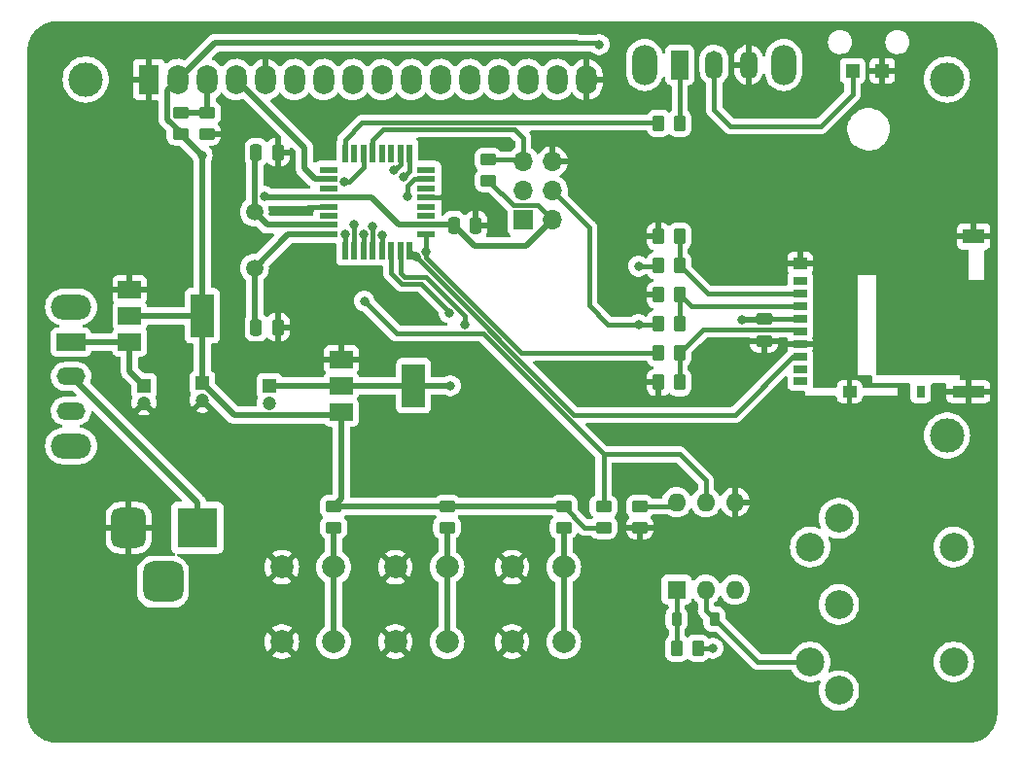
<source format=gbr>
%TF.GenerationSoftware,KiCad,Pcbnew,7.0.7-7.0.7~ubuntu22.04.1*%
%TF.CreationDate,2023-10-02T16:43:57+02:00*%
%TF.ProjectId,interrupter,696e7465-7272-4757-9074-65722e6b6963,rev?*%
%TF.SameCoordinates,Original*%
%TF.FileFunction,Copper,L1,Top*%
%TF.FilePolarity,Positive*%
%FSLAX46Y46*%
G04 Gerber Fmt 4.6, Leading zero omitted, Abs format (unit mm)*
G04 Created by KiCad (PCBNEW 7.0.7-7.0.7~ubuntu22.04.1) date 2023-10-02 16:43:57*
%MOMM*%
%LPD*%
G01*
G04 APERTURE LIST*
G04 Aperture macros list*
%AMRoundRect*
0 Rectangle with rounded corners*
0 $1 Rounding radius*
0 $2 $3 $4 $5 $6 $7 $8 $9 X,Y pos of 4 corners*
0 Add a 4 corners polygon primitive as box body*
4,1,4,$2,$3,$4,$5,$6,$7,$8,$9,$2,$3,0*
0 Add four circle primitives for the rounded corners*
1,1,$1+$1,$2,$3*
1,1,$1+$1,$4,$5*
1,1,$1+$1,$6,$7*
1,1,$1+$1,$8,$9*
0 Add four rect primitives between the rounded corners*
20,1,$1+$1,$2,$3,$4,$5,0*
20,1,$1+$1,$4,$5,$6,$7,0*
20,1,$1+$1,$6,$7,$8,$9,0*
20,1,$1+$1,$8,$9,$2,$3,0*%
G04 Aperture macros list end*
%TA.AperFunction,ComponentPad*%
%ADD10C,3.000000*%
%TD*%
%TA.AperFunction,ComponentPad*%
%ADD11R,1.800000X2.600000*%
%TD*%
%TA.AperFunction,ComponentPad*%
%ADD12O,1.800000X2.600000*%
%TD*%
%TA.AperFunction,ComponentPad*%
%ADD13C,1.500000*%
%TD*%
%TA.AperFunction,ComponentPad*%
%ADD14O,1.600000X1.600000*%
%TD*%
%TA.AperFunction,ComponentPad*%
%ADD15R,1.600000X1.600000*%
%TD*%
%TA.AperFunction,SMDPad,CuDef*%
%ADD16R,0.550000X1.600000*%
%TD*%
%TA.AperFunction,SMDPad,CuDef*%
%ADD17R,1.600000X0.550000*%
%TD*%
%TA.AperFunction,ComponentPad*%
%ADD18R,1.208000X1.208000*%
%TD*%
%TA.AperFunction,SMDPad,CuDef*%
%ADD19R,2.000000X1.500000*%
%TD*%
%TA.AperFunction,SMDPad,CuDef*%
%ADD20R,2.000000X3.800000*%
%TD*%
%TA.AperFunction,ComponentPad*%
%ADD21C,2.000000*%
%TD*%
%TA.AperFunction,ComponentPad*%
%ADD22O,2.200000X3.500000*%
%TD*%
%TA.AperFunction,ComponentPad*%
%ADD23R,1.500000X2.500000*%
%TD*%
%TA.AperFunction,ComponentPad*%
%ADD24O,1.500000X2.500000*%
%TD*%
%TA.AperFunction,ComponentPad*%
%ADD25O,3.500000X2.200000*%
%TD*%
%TA.AperFunction,ComponentPad*%
%ADD26R,2.500000X1.500000*%
%TD*%
%TA.AperFunction,ComponentPad*%
%ADD27O,2.500000X1.500000*%
%TD*%
%TA.AperFunction,SMDPad,CuDef*%
%ADD28RoundRect,0.250000X0.262500X0.450000X-0.262500X0.450000X-0.262500X-0.450000X0.262500X-0.450000X0*%
%TD*%
%TA.AperFunction,SMDPad,CuDef*%
%ADD29RoundRect,0.250000X-0.450000X0.262500X-0.450000X-0.262500X0.450000X-0.262500X0.450000X0.262500X0*%
%TD*%
%TA.AperFunction,SMDPad,CuDef*%
%ADD30RoundRect,0.250000X-0.262500X-0.450000X0.262500X-0.450000X0.262500X0.450000X-0.262500X0.450000X0*%
%TD*%
%TA.AperFunction,SMDPad,CuDef*%
%ADD31RoundRect,0.250000X0.450000X-0.262500X0.450000X0.262500X-0.450000X0.262500X-0.450000X-0.262500X0*%
%TD*%
%TA.AperFunction,ComponentPad*%
%ADD32C,2.500000*%
%TD*%
%TA.AperFunction,ComponentPad*%
%ADD33R,1.700000X1.700000*%
%TD*%
%TA.AperFunction,ComponentPad*%
%ADD34O,1.700000X1.700000*%
%TD*%
%TA.AperFunction,SMDPad,CuDef*%
%ADD35R,1.200000X1.000000*%
%TD*%
%TA.AperFunction,SMDPad,CuDef*%
%ADD36R,1.900000X1.300000*%
%TD*%
%TA.AperFunction,SMDPad,CuDef*%
%ADD37R,2.800000X1.000000*%
%TD*%
%TA.AperFunction,SMDPad,CuDef*%
%ADD38R,0.800000X1.000000*%
%TD*%
%TA.AperFunction,SMDPad,CuDef*%
%ADD39R,1.200000X0.700000*%
%TD*%
%TA.AperFunction,ComponentPad*%
%ADD40RoundRect,0.875000X-0.875000X-0.875000X0.875000X-0.875000X0.875000X0.875000X-0.875000X0.875000X0*%
%TD*%
%TA.AperFunction,ComponentPad*%
%ADD41RoundRect,0.750000X-0.750000X-1.000000X0.750000X-1.000000X0.750000X1.000000X-0.750000X1.000000X0*%
%TD*%
%TA.AperFunction,ComponentPad*%
%ADD42R,3.500000X3.500000*%
%TD*%
%TA.AperFunction,SMDPad,CuDef*%
%ADD43RoundRect,0.225000X-0.225000X-0.375000X0.225000X-0.375000X0.225000X0.375000X-0.225000X0.375000X0*%
%TD*%
%TA.AperFunction,SMDPad,CuDef*%
%ADD44RoundRect,0.250000X-0.250000X-0.475000X0.250000X-0.475000X0.250000X0.475000X-0.250000X0.475000X0*%
%TD*%
%TA.AperFunction,SMDPad,CuDef*%
%ADD45RoundRect,0.250000X-0.475000X0.250000X-0.475000X-0.250000X0.475000X-0.250000X0.475000X0.250000X0*%
%TD*%
%TA.AperFunction,ComponentPad*%
%ADD46R,1.200000X1.200000*%
%TD*%
%TA.AperFunction,ComponentPad*%
%ADD47C,1.200000*%
%TD*%
%TA.AperFunction,ViaPad*%
%ADD48C,0.800000*%
%TD*%
%TA.AperFunction,Conductor*%
%ADD49C,0.381000*%
%TD*%
%TA.AperFunction,Conductor*%
%ADD50C,0.508000*%
%TD*%
G04 APERTURE END LIST*
D10*
%TO.P,DS1,*%
%TO.N,*%
X26670000Y-30480000D03*
X101668580Y-61480700D03*
X101669100Y-30480000D03*
D11*
%TO.P,DS1,1,VSS*%
%TO.N,GND*%
X32169100Y-30480000D03*
D12*
%TO.P,DS1,2,VDD*%
%TO.N,+5V*%
X34709100Y-30480000D03*
%TO.P,DS1,3,VO*%
%TO.N,Net-(DS1-VO)*%
X37249100Y-30480000D03*
%TO.P,DS1,4,RS*%
%TO.N,/RS*%
X39789100Y-30480000D03*
%TO.P,DS1,5,R/W*%
%TO.N,GND*%
X42329100Y-30480000D03*
%TO.P,DS1,6,E*%
%TO.N,/E*%
X44869100Y-30480000D03*
%TO.P,DS1,7,D0*%
%TO.N,unconnected-(DS1-D0-Pad7)*%
X47409100Y-30480000D03*
%TO.P,DS1,8,D1*%
%TO.N,unconnected-(DS1-D1-Pad8)*%
X49949100Y-30480000D03*
%TO.P,DS1,9,D2*%
%TO.N,unconnected-(DS1-D2-Pad9)*%
X52489100Y-30480000D03*
%TO.P,DS1,10,D3*%
%TO.N,unconnected-(DS1-D3-Pad10)*%
X55029100Y-30480000D03*
%TO.P,DS1,11,D4*%
%TO.N,/DB4*%
X57569100Y-30480000D03*
%TO.P,DS1,12,D5*%
%TO.N,/DB5*%
X60109100Y-30480000D03*
%TO.P,DS1,13,D6*%
%TO.N,/DB6*%
X62649100Y-30480000D03*
%TO.P,DS1,14,D7*%
%TO.N,/DB7*%
X65189100Y-30480000D03*
%TO.P,DS1,15,LED(+)*%
%TO.N,/BL*%
X67729100Y-30480000D03*
%TO.P,DS1,16,LED(-)*%
%TO.N,GND*%
X70269100Y-30480000D03*
%TD*%
D13*
%TO.P,Y1,1,1*%
%TO.N,/X2*%
X41365000Y-46900000D03*
%TO.P,Y1,2,2*%
%TO.N,/X1*%
X41365000Y-42020000D03*
%TD*%
D14*
%TO.P,U5,6*%
%TO.N,Net-(R14-Pad1)*%
X78120000Y-67300000D03*
%TO.P,U5,5*%
%TO.N,/RX*%
X80660000Y-67300000D03*
%TO.P,U5,4*%
%TO.N,GND*%
X83200000Y-67300000D03*
%TO.P,U5,3,NC*%
%TO.N,unconnected-(U5-NC-Pad3)*%
X83200000Y-74920000D03*
%TO.P,U5,2*%
%TO.N,Net-(D1-A)*%
X80660000Y-74920000D03*
D15*
%TO.P,U5,1*%
%TO.N,Net-(D1-K)*%
X78120000Y-74920000D03*
%TD*%
D16*
%TO.P,U4,32,PD2*%
%TO.N,Net-(U4-PD2)*%
X49270000Y-36900000D03*
%TO.P,U4,31,PD1*%
%TO.N,unconnected-(U4-PD1-Pad31)*%
X50070000Y-36900000D03*
%TO.P,U4,30,PD0*%
%TO.N,/RX*%
X50870000Y-36900000D03*
%TO.P,U4,29,~{RESET}/PC6*%
%TO.N,/RESET*%
X51670000Y-36900000D03*
%TO.P,U4,28,PC5*%
%TO.N,unconnected-(U4-PC5-Pad28)*%
X52470000Y-36900000D03*
%TO.P,U4,27,PC4*%
%TO.N,unconnected-(U4-PC4-Pad27)*%
X53270000Y-36900000D03*
%TO.P,U4,26,PC3*%
%TO.N,/UP*%
X54070000Y-36900000D03*
%TO.P,U4,25,PC2*%
%TO.N,/DN*%
X54870000Y-36900000D03*
D17*
%TO.P,U4,24,PC1*%
%TO.N,unconnected-(U4-PC1-Pad24)*%
X56320000Y-38350000D03*
%TO.P,U4,23,PC0*%
%TO.N,/OK*%
X56320000Y-39150000D03*
%TO.P,U4,22,PE3*%
%TO.N,unconnected-(U4-PE3-Pad22)*%
X56320000Y-39950000D03*
%TO.P,U4,21,GND*%
%TO.N,GND*%
X56320000Y-40750000D03*
%TO.P,U4,20,AREF*%
%TO.N,unconnected-(U4-AREF-Pad20)*%
X56320000Y-41550000D03*
%TO.P,U4,19,PE2*%
%TO.N,unconnected-(U4-PE2-Pad19)*%
X56320000Y-42350000D03*
%TO.P,U4,18,AVCC*%
%TO.N,+5V*%
X56320000Y-43150000D03*
%TO.P,U4,17,PB5*%
%TO.N,/CLK_5V*%
X56320000Y-43950000D03*
D16*
%TO.P,U4,16,PB4*%
%TO.N,/DO*%
X54870000Y-45400000D03*
%TO.P,U4,15,PB3*%
%TO.N,/DI_5V*%
X54070000Y-45400000D03*
%TO.P,U4,14,PB2*%
%TO.N,/CS_5V*%
X53270000Y-45400000D03*
%TO.P,U4,13,PB1*%
%TO.N,/DB7*%
X52470000Y-45400000D03*
%TO.P,U4,12,PB0*%
%TO.N,/DB6*%
X51670000Y-45400000D03*
%TO.P,U4,11,PD7*%
%TO.N,/DB5*%
X50870000Y-45400000D03*
%TO.P,U4,10,PD6*%
%TO.N,/DB4*%
X50070000Y-45400000D03*
%TO.P,U4,9,PD5*%
%TO.N,/E*%
X49270000Y-45400000D03*
D17*
%TO.P,U4,8,XTAL2/PB7*%
%TO.N,/X2*%
X47820000Y-43950000D03*
%TO.P,U4,7,XTAL1/PB6*%
%TO.N,/X1*%
X47820000Y-43150000D03*
%TO.P,U4,6,PE1*%
%TO.N,unconnected-(U4-PE1-Pad6)*%
X47820000Y-42350000D03*
%TO.P,U4,5,GND*%
%TO.N,GND*%
X47820000Y-41550000D03*
%TO.P,U4,4,VCC*%
%TO.N,+5V*%
X47820000Y-40750000D03*
%TO.P,U4,3,PE0*%
%TO.N,unconnected-(U4-PE0-Pad3)*%
X47820000Y-39950000D03*
%TO.P,U4,2,PD4*%
%TO.N,/RS*%
X47820000Y-39150000D03*
%TO.P,U4,1,PD3*%
%TO.N,unconnected-(U4-PD3-Pad1)*%
X47820000Y-38350000D03*
%TD*%
D18*
%TO.P,U3,P$2,A*%
%TO.N,Net-(SW2A-B)*%
X93442000Y-29718000D03*
%TO.P,U3,P$1,K*%
%TO.N,GND*%
X96042000Y-29718000D03*
%TD*%
D19*
%TO.P,U2,1,GND*%
%TO.N,GND*%
X48920000Y-54850000D03*
D20*
%TO.P,U2,2,VO*%
%TO.N,+3.3V*%
X55220000Y-57150000D03*
D19*
X48920000Y-57150000D03*
%TO.P,U2,3,VI*%
%TO.N,+5V*%
X48920000Y-59450000D03*
%TD*%
%TO.P,U1,3,VI*%
%TO.N,Net-(SW1A-A)*%
X30505000Y-53354000D03*
%TO.P,U1,2,VO*%
%TO.N,+5V*%
X30505000Y-51054000D03*
D20*
X36805000Y-51054000D03*
D19*
%TO.P,U1,1,GND*%
%TO.N,GND*%
X30505000Y-48754000D03*
%TD*%
D21*
%TO.P,SW5,2,A*%
%TO.N,/OK*%
X68290000Y-72950000D03*
X68290000Y-79450000D03*
%TO.P,SW5,1,1*%
%TO.N,GND*%
X63790000Y-79450000D03*
X63790000Y-72950000D03*
%TD*%
%TO.P,SW4,2,A*%
%TO.N,/DN*%
X58130000Y-72950000D03*
X58130000Y-79450000D03*
%TO.P,SW4,1,1*%
%TO.N,GND*%
X53630000Y-79450000D03*
X53630000Y-72950000D03*
%TD*%
%TO.P,SW3,1,1*%
%TO.N,GND*%
X43760000Y-72950000D03*
X43760000Y-79450000D03*
%TO.P,SW3,2,K*%
%TO.N,/UP*%
X48260000Y-79450000D03*
X48260000Y-72950000D03*
%TD*%
D22*
%TO.P,SW2,*%
%TO.N,*%
X75332500Y-29210000D03*
X87432500Y-29210000D03*
D23*
%TO.P,SW2,1,A*%
%TO.N,/OPT*%
X78382500Y-29210000D03*
D24*
%TO.P,SW2,2,B*%
%TO.N,Net-(SW2A-B)*%
X81382500Y-29210000D03*
%TO.P,SW2,3,C*%
%TO.N,GND*%
X84382500Y-29210000D03*
%TD*%
D25*
%TO.P,SW1,*%
%TO.N,*%
X25400000Y-50290000D03*
X25400000Y-62390000D03*
D26*
%TO.P,SW1,1,A*%
%TO.N,Net-(SW1A-A)*%
X25400000Y-53340000D03*
D27*
%TO.P,SW1,2,B*%
%TO.N,VCC*%
X25400000Y-56340000D03*
%TO.P,SW1,3,C*%
%TO.N,unconnected-(SW1A-C-Pad3)*%
X25400000Y-59340000D03*
%TD*%
D28*
%TO.P,R16,2*%
%TO.N,Net-(D1-K)*%
X78142500Y-80010000D03*
%TO.P,R16,1*%
%TO.N,Net-(J4-Pad4)*%
X79967500Y-80010000D03*
%TD*%
D29*
%TO.P,R15,2*%
%TO.N,+5V*%
X71755000Y-69492500D03*
%TO.P,R15,1*%
%TO.N,/RX*%
X71755000Y-67667500D03*
%TD*%
%TO.P,R14,1*%
%TO.N,Net-(R14-Pad1)*%
X74930000Y-67667500D03*
%TO.P,R14,2*%
%TO.N,GND*%
X74930000Y-69492500D03*
%TD*%
D30*
%TO.P,R13,2*%
%TO.N,/OPT*%
X78382500Y-34290000D03*
%TO.P,R13,1*%
%TO.N,Net-(U4-PD2)*%
X76557500Y-34290000D03*
%TD*%
D28*
%TO.P,R12,2*%
%TO.N,GND*%
X76557500Y-56850000D03*
%TO.P,R12,1*%
%TO.N,/CLK_3V*%
X78382500Y-56850000D03*
%TD*%
%TO.P,R11,1*%
%TO.N,/CS_3V*%
X78382500Y-44150000D03*
%TO.P,R11,2*%
%TO.N,GND*%
X76557500Y-44150000D03*
%TD*%
%TO.P,R10,1*%
%TO.N,/DI_3V*%
X78382500Y-49230000D03*
%TO.P,R10,2*%
%TO.N,GND*%
X76557500Y-49230000D03*
%TD*%
D31*
%TO.P,R9,2*%
%TO.N,/RESET*%
X61722000Y-37441500D03*
%TO.P,R9,1*%
%TO.N,+5V*%
X61722000Y-39266500D03*
%TD*%
D30*
%TO.P,R8,2*%
%TO.N,/CLK_3V*%
X78382500Y-54310000D03*
%TO.P,R8,1*%
%TO.N,/CLK_5V*%
X76557500Y-54310000D03*
%TD*%
%TO.P,R7,1*%
%TO.N,/CS_5V*%
X76557500Y-46690000D03*
%TO.P,R7,2*%
%TO.N,/CS_3V*%
X78382500Y-46690000D03*
%TD*%
%TO.P,R6,1*%
%TO.N,/DI_5V*%
X76557500Y-51770000D03*
%TO.P,R6,2*%
%TO.N,/DI_3V*%
X78382500Y-51770000D03*
%TD*%
D29*
%TO.P,R5,2*%
%TO.N,/OK*%
X68290000Y-69492500D03*
%TO.P,R5,1*%
%TO.N,+5V*%
X68290000Y-67667500D03*
%TD*%
%TO.P,R4,2*%
%TO.N,/DN*%
X58130000Y-69492500D03*
%TO.P,R4,1*%
%TO.N,+5V*%
X58130000Y-67667500D03*
%TD*%
%TO.P,R3,1*%
%TO.N,+5V*%
X48260000Y-67667500D03*
%TO.P,R3,2*%
%TO.N,/UP*%
X48260000Y-69492500D03*
%TD*%
%TO.P,R2,2*%
%TO.N,GND*%
X37249100Y-35202500D03*
%TO.P,R2,1*%
%TO.N,Net-(DS1-VO)*%
X37249100Y-33377500D03*
%TD*%
%TO.P,R1,1*%
%TO.N,Net-(DS1-VO)*%
X34925000Y-33377500D03*
%TO.P,R1,2*%
%TO.N,+5V*%
X34925000Y-35202500D03*
%TD*%
D32*
%TO.P,J4,6*%
%TO.N,N/C*%
X102250000Y-81200000D03*
X102250000Y-71200000D03*
%TO.P,J4,5*%
%TO.N,Net-(D1-A)*%
X89750000Y-81200000D03*
%TO.P,J4,1*%
%TO.N,unconnected-(J4-Pad1)*%
X92250000Y-68700000D03*
%TO.P,J4,2*%
%TO.N,unconnected-(J4-Pad2)*%
X92250000Y-76200000D03*
%TO.P,J4,4*%
%TO.N,Net-(J4-Pad4)*%
X89750000Y-71200000D03*
%TO.P,J4,3*%
%TO.N,unconnected-(J4-Pad3)*%
X92250000Y-83700000D03*
%TD*%
D33*
%TO.P,J3,1,MISO*%
%TO.N,/DO*%
X64750000Y-42700000D03*
D34*
%TO.P,J3,2,VCC*%
%TO.N,+5V*%
X67290000Y-42700000D03*
%TO.P,J3,3,SCK*%
%TO.N,/CLK_5V*%
X64750000Y-40160000D03*
%TO.P,J3,4,MOSI*%
%TO.N,/DI_5V*%
X67290000Y-40160000D03*
%TO.P,J3,5,~{RST}*%
%TO.N,/RESET*%
X64750000Y-37620000D03*
%TO.P,J3,6,GND*%
%TO.N,GND*%
X67290000Y-37620000D03*
%TD*%
D35*
%TO.P,J2,11,SHIELD*%
%TO.N,GND*%
X93170000Y-57655000D03*
X88870000Y-46505000D03*
D36*
X103970000Y-44155000D03*
D37*
X103520000Y-57655000D03*
D38*
%TO.P,J2,10,DET_A*%
%TO.N,/CD*%
X99370000Y-57655000D03*
D39*
%TO.P,J2,9,DET_B*%
%TO.N,unconnected-(J2-DET_B-Pad9)*%
X88870000Y-56705000D03*
%TO.P,J2,8,DAT1*%
%TO.N,unconnected-(J2-DAT1-Pad8)*%
X88870000Y-55755000D03*
%TO.P,J2,7,DAT0*%
%TO.N,/DO*%
X88870000Y-54655000D03*
%TO.P,J2,6,VSS*%
%TO.N,GND*%
X88870000Y-53555000D03*
%TO.P,J2,5,CLK*%
%TO.N,/CLK_3V*%
X88870000Y-52455000D03*
%TO.P,J2,4,VDD*%
%TO.N,+3.3V*%
X88870000Y-51355000D03*
%TO.P,J2,3,CMD*%
%TO.N,/DI_3V*%
X88870000Y-50255000D03*
%TO.P,J2,2,DAT3/CD*%
%TO.N,/CS_3V*%
X88870000Y-49155000D03*
%TO.P,J2,1,DAT2*%
%TO.N,unconnected-(J2-DAT2-Pad1)*%
X88870000Y-48055000D03*
%TD*%
D40*
%TO.P,J1,3*%
%TO.N,N/C*%
X33400000Y-74227500D03*
D41*
%TO.P,J1,2*%
%TO.N,GND*%
X30400000Y-69527500D03*
D42*
%TO.P,J1,1*%
%TO.N,VCC*%
X36400000Y-69527500D03*
%TD*%
D43*
%TO.P,D1,2,A*%
%TO.N,Net-(D1-A)*%
X81420000Y-77470000D03*
%TO.P,D1,1,K*%
%TO.N,Net-(D1-K)*%
X78120000Y-77470000D03*
%TD*%
D44*
%TO.P,C7,1*%
%TO.N,/X2*%
X41515000Y-52070000D03*
%TO.P,C7,2*%
%TO.N,GND*%
X43415000Y-52070000D03*
%TD*%
%TO.P,C6,1*%
%TO.N,/X1*%
X41515000Y-36830000D03*
%TO.P,C6,2*%
%TO.N,GND*%
X43415000Y-36830000D03*
%TD*%
D45*
%TO.P,C5,2*%
%TO.N,GND*%
X85725000Y-53255000D03*
%TO.P,C5,1*%
%TO.N,+3.3V*%
X85725000Y-51355000D03*
%TD*%
D44*
%TO.P,C4,2*%
%TO.N,GND*%
X60640000Y-43180000D03*
%TO.P,C4,1*%
%TO.N,+5V*%
X58740000Y-43180000D03*
%TD*%
D46*
%TO.P,C3,1*%
%TO.N,+3.3V*%
X42672000Y-57150000D03*
D47*
%TO.P,C3,2*%
%TO.N,GND*%
X42672000Y-58650000D03*
%TD*%
D46*
%TO.P,C2,1*%
%TO.N,+5V*%
X36830000Y-56920000D03*
D47*
%TO.P,C2,2*%
%TO.N,GND*%
X36830000Y-58420000D03*
%TD*%
D46*
%TO.P,C1,1*%
%TO.N,Net-(SW1A-A)*%
X31750000Y-57150000D03*
D47*
%TO.P,C1,2*%
%TO.N,GND*%
X31750000Y-58650000D03*
%TD*%
D48*
%TO.N,GND*%
X43434000Y-38989000D03*
X45085000Y-52070000D03*
X39370000Y-45720000D03*
X39370000Y-44450000D03*
X39370000Y-43180000D03*
X45720000Y-41910000D03*
X58420000Y-40640000D03*
%TO.N,Net-(J4-Pad4)*%
X81280000Y-80010000D03*
%TO.N,/RX*%
X49219502Y-39370000D03*
X50927000Y-49784000D03*
%TO.N,+5V*%
X71374000Y-27432000D03*
%TO.N,/CLK_5V*%
X56320000Y-45466000D03*
%TO.N,/DO*%
X55408000Y-45938000D03*
%TO.N,+3.3V*%
X83820000Y-51435000D03*
X58420000Y-57150000D03*
%TO.N,/CS_5V*%
X74803000Y-46736000D03*
X58312056Y-50780944D03*
%TO.N,/DI_5V*%
X74803000Y-51816000D03*
X59690000Y-51816000D03*
%TO.N,/OK*%
X54711000Y-40640000D03*
%TO.N,/DN*%
X54331425Y-38965345D03*
%TO.N,/UP*%
X53528638Y-38369914D03*
%TO.N,/DB7*%
X52460000Y-44069000D03*
%TO.N,/DB6*%
X51650000Y-43271504D03*
%TO.N,/DB5*%
X50860000Y-43942000D03*
%TO.N,/DB4*%
X50066000Y-43142398D03*
%TO.N,/E*%
X49276000Y-43942000D03*
%TO.N,+5V*%
X42218500Y-40640000D03*
X36805000Y-37082500D03*
%TD*%
D49*
%TO.N,/RX*%
X71755000Y-63131342D02*
X71767342Y-63119000D01*
%TO.N,+5V*%
X66049500Y-41459500D02*
X67290000Y-42700000D01*
%TO.N,/RESET*%
X51670000Y-36068000D02*
X51670000Y-35719000D01*
X64033500Y-34823500D02*
X64750000Y-35540000D01*
%TO.N,Net-(SW2A-B)*%
X81382500Y-33122500D02*
X82804000Y-34544000D01*
%TO.N,/RESET*%
X64571500Y-37441500D02*
X64750000Y-37620000D01*
%TO.N,/DI_5V*%
X70485000Y-50165000D02*
X72136000Y-51816000D01*
D50*
%TO.N,+3.3V*%
X85645000Y-51435000D02*
X85725000Y-51355000D01*
D49*
%TO.N,/DI_5V*%
X54436829Y-47679000D02*
X54070000Y-47312171D01*
%TO.N,/CS_5V*%
X54196171Y-48260000D02*
X53270000Y-47333829D01*
%TO.N,/DI_3V*%
X78382500Y-49230000D02*
X79407500Y-50255000D01*
%TO.N,/OK*%
X55264000Y-39150000D02*
X54711000Y-39703000D01*
D50*
%TO.N,/X1*%
X42495000Y-43150000D02*
X41365000Y-42020000D01*
%TO.N,+5V*%
X34925000Y-35202500D02*
X34925000Y-35085606D01*
%TO.N,Net-(SW1A-A)*%
X30491000Y-53340000D02*
X30505000Y-53354000D01*
%TO.N,+5V*%
X58710000Y-43150000D02*
X58740000Y-43180000D01*
X33771000Y-31418100D02*
X34709100Y-30480000D01*
X36805000Y-56895000D02*
X36830000Y-56920000D01*
X48666000Y-59704000D02*
X48920000Y-59450000D01*
D49*
%TO.N,GND*%
X46080000Y-41550000D02*
X45720000Y-41910000D01*
X47820000Y-41550000D02*
X46080000Y-41550000D01*
X58310000Y-40750000D02*
X58420000Y-40640000D01*
X56320000Y-40750000D02*
X58310000Y-40750000D01*
%TO.N,/RX*%
X49219502Y-39370000D02*
X49581000Y-39370000D01*
X49581000Y-39370000D02*
X50870000Y-38081000D01*
X50870000Y-38081000D02*
X50870000Y-36900000D01*
%TO.N,Net-(J4-Pad4)*%
X79967500Y-80010000D02*
X81280000Y-80010000D01*
%TO.N,Net-(D1-A)*%
X81420000Y-77470000D02*
X85150000Y-81200000D01*
X85150000Y-81200000D02*
X89750000Y-81200000D01*
%TO.N,Net-(R14-Pad1)*%
X74930000Y-67667500D02*
X77752500Y-67667500D01*
X77752500Y-67667500D02*
X78120000Y-67300000D01*
%TO.N,/RX*%
X80660000Y-67300000D02*
X80660000Y-65420000D01*
X80660000Y-65420000D02*
X78359000Y-63119000D01*
X78359000Y-63119000D02*
X71767342Y-63119000D01*
X71755000Y-67667500D02*
X71755000Y-63131342D01*
%TO.N,+5V*%
X68290000Y-67667500D02*
X70115000Y-69492500D01*
X70115000Y-69492500D02*
X71755000Y-69492500D01*
%TO.N,Net-(D1-A)*%
X80660000Y-74920000D02*
X80660000Y-76710000D01*
X80660000Y-76710000D02*
X81420000Y-77470000D01*
%TO.N,Net-(D1-K)*%
X78120000Y-77470000D02*
X78120000Y-74920000D01*
X78120000Y-77470000D02*
X78120000Y-80010000D01*
%TO.N,/RX*%
X50927000Y-49784000D02*
X53749500Y-52606500D01*
X61254842Y-52606500D02*
X71767342Y-63119000D01*
X53749500Y-52606500D02*
X61254842Y-52606500D01*
%TO.N,/UP*%
X53528638Y-38369914D02*
X54070000Y-37828552D01*
X54070000Y-37828552D02*
X54070000Y-36900000D01*
%TO.N,/DN*%
X54331425Y-38965345D02*
X54870000Y-38426770D01*
X54870000Y-38426770D02*
X54870000Y-36900000D01*
D50*
%TO.N,+3.3V*%
X55220000Y-57150000D02*
X58420000Y-57150000D01*
%TO.N,/OK*%
X68290000Y-72950000D02*
X68290000Y-79450000D01*
%TO.N,/DN*%
X58130000Y-72950000D02*
X58130000Y-79450000D01*
%TO.N,/UP*%
X48260000Y-72950000D02*
X48260000Y-79450000D01*
%TO.N,/OK*%
X68290000Y-69492500D02*
X68290000Y-72950000D01*
%TO.N,/DN*%
X58130000Y-69492500D02*
X58130000Y-72950000D01*
%TO.N,/UP*%
X48260000Y-69492500D02*
X48260000Y-72950000D01*
%TO.N,+5V*%
X48920000Y-59450000D02*
X48920000Y-67007500D01*
X48920000Y-67007500D02*
X48260000Y-67667500D01*
X58130000Y-67667500D02*
X68290000Y-67667500D01*
X48260000Y-67667500D02*
X58130000Y-67667500D01*
X58740000Y-43180000D02*
X60518000Y-44958000D01*
X60518000Y-44958000D02*
X65032000Y-44958000D01*
X65032000Y-44958000D02*
X67290000Y-42700000D01*
X47820000Y-40750000D02*
X51545000Y-40750000D01*
X51545000Y-40750000D02*
X53945000Y-43150000D01*
X53945000Y-43150000D02*
X56320000Y-43150000D01*
D49*
X61722000Y-39266500D02*
X63915000Y-41459500D01*
X63915000Y-41459500D02*
X66049500Y-41459500D01*
%TO.N,/RESET*%
X51670000Y-35719000D02*
X52565500Y-34823500D01*
X52565500Y-34823500D02*
X64033500Y-34823500D01*
X64750000Y-35540000D02*
X64750000Y-37620000D01*
%TO.N,/OPT*%
X78382500Y-34290000D02*
X78382500Y-29210000D01*
%TO.N,Net-(U4-PD2)*%
X49270000Y-36900000D02*
X49270000Y-35719000D01*
X49270000Y-35719000D02*
X50746500Y-34242500D01*
X50746500Y-34242500D02*
X76510000Y-34242500D01*
X76510000Y-34242500D02*
X76557500Y-34290000D01*
%TO.N,Net-(SW2A-B)*%
X81382500Y-29210000D02*
X81382500Y-33122500D01*
X82804000Y-34544000D02*
X90678000Y-34544000D01*
X90678000Y-34544000D02*
X93442000Y-31780000D01*
X93442000Y-31780000D02*
X93442000Y-29718000D01*
D50*
%TO.N,/RS*%
X47820000Y-39150000D02*
X46637000Y-39150000D01*
X45720000Y-38233000D02*
X45720000Y-36410900D01*
X46637000Y-39150000D02*
X45720000Y-38233000D01*
X45720000Y-36410900D02*
X39789100Y-30480000D01*
%TO.N,+5V*%
X42218500Y-40640000D02*
X42328500Y-40750000D01*
X42328500Y-40750000D02*
X47820000Y-40750000D01*
D49*
%TO.N,/RESET*%
X61722000Y-37441500D02*
X64571500Y-37441500D01*
D50*
X51670000Y-36068000D02*
X51670000Y-36900000D01*
D49*
%TO.N,+5V*%
X71247000Y-27305000D02*
X71374000Y-27432000D01*
X69408945Y-27305000D02*
X71247000Y-27305000D01*
%TO.N,/CLK_5V*%
X56320000Y-43950000D02*
X56320000Y-45466000D01*
X56320000Y-45466000D02*
X56320000Y-46028342D01*
%TO.N,/DO*%
X54870000Y-45400000D02*
X55408000Y-45938000D01*
X55408000Y-45938000D02*
X69160000Y-59690000D01*
%TO.N,/DI_5V*%
X67290000Y-40160000D02*
X70485000Y-43355000D01*
X70485000Y-43355000D02*
X70485000Y-50165000D01*
X72136000Y-51816000D02*
X74803000Y-51816000D01*
D50*
%TO.N,+5V*%
X34709100Y-30480000D02*
X37884100Y-27305000D01*
X37884100Y-27305000D02*
X69408945Y-27305000D01*
%TO.N,+3.3V*%
X83820000Y-51435000D02*
X85645000Y-51435000D01*
X48920000Y-57150000D02*
X55220000Y-57150000D01*
%TO.N,+5V*%
X36830000Y-56920000D02*
X39614000Y-59704000D01*
X39614000Y-59704000D02*
X48666000Y-59704000D01*
%TO.N,+3.3V*%
X42672000Y-57150000D02*
X48920000Y-57150000D01*
D49*
%TO.N,/DO*%
X69160000Y-59690000D02*
X83204000Y-59690000D01*
X83204000Y-59690000D02*
X88239000Y-54655000D01*
X88239000Y-54655000D02*
X88870000Y-54655000D01*
%TO.N,/DI_5V*%
X59690000Y-51816000D02*
X59690000Y-51041658D01*
X59690000Y-51041658D02*
X56327342Y-47679000D01*
X56327342Y-47679000D02*
X54436829Y-47679000D01*
X54070000Y-47312171D02*
X54070000Y-45400000D01*
%TO.N,/CS_5V*%
X58312056Y-50780944D02*
X58312056Y-50692056D01*
X58312056Y-50692056D02*
X55880000Y-48260000D01*
X55880000Y-48260000D02*
X54196171Y-48260000D01*
X53270000Y-47333829D02*
X53270000Y-45400000D01*
%TO.N,/CLK_5V*%
X56320000Y-46028342D02*
X64601658Y-54310000D01*
X64601658Y-54310000D02*
X76557500Y-54310000D01*
%TO.N,/CS_5V*%
X76511500Y-46736000D02*
X76557500Y-46690000D01*
X74803000Y-46736000D02*
X76511500Y-46736000D01*
%TO.N,/DI_5V*%
X74803000Y-51816000D02*
X76511500Y-51816000D01*
X76511500Y-51816000D02*
X76557500Y-51770000D01*
%TO.N,+3.3V*%
X85725000Y-51355000D02*
X88870000Y-51355000D01*
%TO.N,/CLK_3V*%
X78382500Y-54310000D02*
X80447000Y-52245500D01*
X80447000Y-52245500D02*
X88660500Y-52245500D01*
X88660500Y-52245500D02*
X88870000Y-52455000D01*
X78382500Y-54310000D02*
X78382500Y-56850000D01*
%TO.N,/DI_3V*%
X79407500Y-50255000D02*
X88870000Y-50255000D01*
X78382500Y-49230000D02*
X78382500Y-51770000D01*
%TO.N,/CS_3V*%
X78382500Y-46690000D02*
X80847500Y-49155000D01*
X80847500Y-49155000D02*
X88870000Y-49155000D01*
X78382500Y-44150000D02*
X78382500Y-46690000D01*
%TO.N,/OK*%
X56320000Y-39150000D02*
X55264000Y-39150000D01*
X54711000Y-39703000D02*
X54711000Y-40640000D01*
D50*
%TO.N,+5V*%
X56320000Y-43150000D02*
X58710000Y-43150000D01*
D49*
%TO.N,/DB7*%
X52470000Y-44079000D02*
X52460000Y-44069000D01*
X52470000Y-45400000D02*
X52470000Y-44079000D01*
%TO.N,/DB6*%
X51670000Y-45400000D02*
X51670000Y-43291504D01*
X51670000Y-43291504D02*
X51650000Y-43271504D01*
%TO.N,/DB5*%
X50870000Y-45400000D02*
X50870000Y-43952000D01*
X50870000Y-43952000D02*
X50860000Y-43942000D01*
%TO.N,/DB4*%
X50070000Y-45400000D02*
X50070000Y-43146398D01*
X50070000Y-43146398D02*
X50066000Y-43142398D01*
%TO.N,/E*%
X49270000Y-43948000D02*
X49276000Y-43942000D01*
X49270000Y-45400000D02*
X49270000Y-43948000D01*
D50*
%TO.N,/X2*%
X41365000Y-46900000D02*
X41365000Y-51920000D01*
X41365000Y-51920000D02*
X41515000Y-52070000D01*
%TO.N,/X1*%
X41515000Y-36830000D02*
X41365000Y-36980000D01*
X41365000Y-36980000D02*
X41365000Y-42020000D01*
%TO.N,/X2*%
X41365000Y-46900000D02*
X44315000Y-43950000D01*
X44315000Y-43950000D02*
X47820000Y-43950000D01*
%TO.N,/X1*%
X47820000Y-43150000D02*
X42495000Y-43150000D01*
%TO.N,+5V*%
X34925000Y-35202500D02*
X36805000Y-37082500D01*
X36805000Y-37082500D02*
X36805000Y-51054000D01*
%TO.N,Net-(DS1-VO)*%
X37249100Y-33377500D02*
X37249100Y-30480000D01*
X34925000Y-33377500D02*
X37249100Y-33377500D01*
%TO.N,+5V*%
X34925000Y-35085606D02*
X33771000Y-33931606D01*
X33771000Y-33931606D02*
X33771000Y-31418100D01*
X30505000Y-51054000D02*
X36805000Y-51054000D01*
X36805000Y-51054000D02*
X36805000Y-56895000D01*
%TO.N,Net-(SW1A-A)*%
X30505000Y-53354000D02*
X30505000Y-55905000D01*
X30505000Y-55905000D02*
X31750000Y-57150000D01*
X25400000Y-53340000D02*
X30491000Y-53340000D01*
%TO.N,VCC*%
X36400000Y-69527500D02*
X36400000Y-67340000D01*
X36400000Y-67340000D02*
X25400000Y-56340000D01*
%TD*%
%TA.AperFunction,Conductor*%
%TO.N,GND*%
G36*
X38605494Y-31650415D02*
G01*
X38624908Y-31672813D01*
X38689275Y-31768047D01*
X38689277Y-31768049D01*
X38855175Y-31941144D01*
X38855176Y-31941145D01*
X39047938Y-32083712D01*
X39047940Y-32083713D01*
X39047943Y-32083715D01*
X39262033Y-32191657D01*
X39491285Y-32261864D01*
X39729105Y-32292318D01*
X39968651Y-32282143D01*
X40203032Y-32231630D01*
X40312049Y-32187822D01*
X40381592Y-32181092D01*
X40443736Y-32213027D01*
X40445963Y-32215200D01*
X43662700Y-35431937D01*
X43696185Y-35493260D01*
X43691201Y-35562952D01*
X43665000Y-35603722D01*
X43665000Y-36580000D01*
X44414999Y-36580000D01*
X44414999Y-36483598D01*
X44434684Y-36416559D01*
X44487488Y-36370804D01*
X44556646Y-36360860D01*
X44620202Y-36389885D01*
X44626680Y-36395917D01*
X44921181Y-36690418D01*
X44954666Y-36751741D01*
X44957500Y-36778099D01*
X44957500Y-38168417D01*
X44956191Y-38186386D01*
X44952633Y-38210674D01*
X44957264Y-38263590D01*
X44957500Y-38268997D01*
X44957500Y-38277413D01*
X44961368Y-38310510D01*
X44968168Y-38388242D01*
X44969628Y-38395309D01*
X44969589Y-38395317D01*
X44971299Y-38403028D01*
X44971337Y-38403020D01*
X44973000Y-38410040D01*
X44993752Y-38467055D01*
X44999690Y-38483369D01*
X45021082Y-38547924D01*
X45024236Y-38557443D01*
X45027288Y-38563987D01*
X45027250Y-38564004D01*
X45030686Y-38571101D01*
X45030723Y-38571083D01*
X45033962Y-38577531D01*
X45033964Y-38577534D01*
X45033966Y-38577539D01*
X45063805Y-38622907D01*
X45076848Y-38642738D01*
X45117816Y-38709155D01*
X45122294Y-38714818D01*
X45122261Y-38714843D01*
X45127245Y-38720961D01*
X45127278Y-38720935D01*
X45131912Y-38726458D01*
X45131915Y-38726462D01*
X45188684Y-38780021D01*
X45843763Y-39435101D01*
X46052162Y-39643500D01*
X46063938Y-39657125D01*
X46078602Y-39676822D01*
X46078604Y-39676823D01*
X46078605Y-39676825D01*
X46119297Y-39710969D01*
X46123287Y-39714625D01*
X46129231Y-39720570D01*
X46155378Y-39741245D01*
X46173121Y-39756132D01*
X46187873Y-39768510D01*
X46226575Y-39826680D01*
X46227685Y-39896541D01*
X46190849Y-39955911D01*
X46127762Y-39985942D01*
X46108168Y-39987500D01*
X42906332Y-39987500D01*
X42839293Y-39967815D01*
X42833446Y-39963818D01*
X42829755Y-39961136D01*
X42829753Y-39961134D01*
X42675252Y-39848882D01*
X42500788Y-39771206D01*
X42500786Y-39771205D01*
X42313987Y-39731500D01*
X42251500Y-39731500D01*
X42184461Y-39711815D01*
X42138706Y-39659011D01*
X42127500Y-39607500D01*
X42127500Y-38041796D01*
X42147185Y-37974757D01*
X42186401Y-37936258D01*
X42238652Y-37904030D01*
X42364030Y-37778652D01*
X42364449Y-37777971D01*
X42364859Y-37777602D01*
X42368511Y-37772985D01*
X42369299Y-37773608D01*
X42416389Y-37731244D01*
X42485350Y-37720014D01*
X42549436Y-37747850D01*
X42567261Y-37768420D01*
X42568202Y-37767677D01*
X42572683Y-37773344D01*
X42696654Y-37897315D01*
X42845875Y-37989356D01*
X42845880Y-37989358D01*
X43012302Y-38044505D01*
X43012309Y-38044506D01*
X43115019Y-38054999D01*
X43164999Y-38054998D01*
X43165000Y-38054998D01*
X43165000Y-37080000D01*
X43665000Y-37080000D01*
X43665000Y-38054999D01*
X43714972Y-38054999D01*
X43714986Y-38054998D01*
X43817697Y-38044505D01*
X43984119Y-37989358D01*
X43984124Y-37989356D01*
X44133345Y-37897315D01*
X44257315Y-37773345D01*
X44349356Y-37624124D01*
X44349358Y-37624119D01*
X44404505Y-37457697D01*
X44404506Y-37457690D01*
X44414999Y-37354986D01*
X44415000Y-37354973D01*
X44415000Y-37080000D01*
X43665000Y-37080000D01*
X43165000Y-37080000D01*
X43165000Y-35605000D01*
X43164999Y-35604999D01*
X43115029Y-35605000D01*
X43115011Y-35605001D01*
X43012302Y-35615494D01*
X42845880Y-35670641D01*
X42845875Y-35670643D01*
X42696654Y-35762684D01*
X42572683Y-35886655D01*
X42568202Y-35892323D01*
X42566021Y-35890598D01*
X42523556Y-35928775D01*
X42454591Y-35939980D01*
X42390516Y-35912121D01*
X42368663Y-35886894D01*
X42368511Y-35887015D01*
X42365816Y-35883606D01*
X42364451Y-35882031D01*
X42364029Y-35881347D01*
X42238653Y-35755971D01*
X42238652Y-35755970D01*
X42100316Y-35670643D01*
X42087740Y-35662886D01*
X42087735Y-35662884D01*
X41919427Y-35607113D01*
X41815546Y-35596500D01*
X41214462Y-35596500D01*
X41214446Y-35596501D01*
X41110572Y-35607113D01*
X40942264Y-35662884D01*
X40942259Y-35662886D01*
X40791346Y-35755971D01*
X40665971Y-35881346D01*
X40572886Y-36032259D01*
X40572884Y-36032264D01*
X40517113Y-36200572D01*
X40506500Y-36304447D01*
X40506500Y-37355537D01*
X40506501Y-37355553D01*
X40517113Y-37459427D01*
X40572884Y-37627735D01*
X40572887Y-37627742D01*
X40584038Y-37645819D01*
X40602500Y-37710917D01*
X40602500Y-40953014D01*
X40582815Y-41020053D01*
X40556228Y-41047726D01*
X40557107Y-41048773D01*
X40552962Y-41052250D01*
X40397252Y-41207960D01*
X40397247Y-41207967D01*
X40270946Y-41388342D01*
X40270944Y-41388346D01*
X40177881Y-41587920D01*
X40120885Y-41800627D01*
X40120884Y-41800634D01*
X40101693Y-42019997D01*
X40101693Y-42020002D01*
X40120884Y-42239365D01*
X40120885Y-42239372D01*
X40130058Y-42273604D01*
X40177880Y-42452076D01*
X40177881Y-42452079D01*
X40177882Y-42452081D01*
X40270942Y-42651650D01*
X40270944Y-42651654D01*
X40397251Y-42832038D01*
X40552962Y-42987749D01*
X40733346Y-43114056D01*
X40932924Y-43207120D01*
X41145629Y-43264115D01*
X41302322Y-43277823D01*
X41364998Y-43283307D01*
X41365000Y-43283307D01*
X41365001Y-43283307D01*
X41377711Y-43282194D01*
X41477487Y-43273465D01*
X41545985Y-43287231D01*
X41575974Y-43309312D01*
X41910162Y-43643500D01*
X41921938Y-43657125D01*
X41936602Y-43676822D01*
X41936604Y-43676823D01*
X41936605Y-43676825D01*
X41977297Y-43710969D01*
X41981287Y-43714625D01*
X41987235Y-43720573D01*
X42013379Y-43741245D01*
X42073147Y-43791396D01*
X42073153Y-43791399D01*
X42079184Y-43795366D01*
X42079160Y-43795401D01*
X42085807Y-43799636D01*
X42085829Y-43799601D01*
X42091980Y-43803395D01*
X42162711Y-43836377D01*
X42232434Y-43871394D01*
X42232436Y-43871394D01*
X42239223Y-43873865D01*
X42239208Y-43873904D01*
X42246656Y-43876493D01*
X42246670Y-43876453D01*
X42253523Y-43878723D01*
X42253526Y-43878725D01*
X42253528Y-43878725D01*
X42253530Y-43878726D01*
X42329938Y-43894502D01*
X42405877Y-43912500D01*
X42405880Y-43912500D01*
X42405884Y-43912501D01*
X42413051Y-43913339D01*
X42413046Y-43913379D01*
X42420893Y-43914181D01*
X42420897Y-43914140D01*
X42428086Y-43914769D01*
X42428090Y-43914768D01*
X42428091Y-43914769D01*
X42506076Y-43912500D01*
X42974801Y-43912500D01*
X43041840Y-43932185D01*
X43087595Y-43984989D01*
X43097539Y-44054147D01*
X43068514Y-44117703D01*
X43062482Y-44124181D01*
X41575974Y-45610686D01*
X41514651Y-45644171D01*
X41477487Y-45646533D01*
X41365004Y-45636693D01*
X41364998Y-45636693D01*
X41145634Y-45655884D01*
X41145627Y-45655885D01*
X40932920Y-45712881D01*
X40733346Y-45805944D01*
X40733342Y-45805946D01*
X40552967Y-45932247D01*
X40552960Y-45932252D01*
X40397252Y-46087960D01*
X40397247Y-46087967D01*
X40270946Y-46268342D01*
X40270944Y-46268346D01*
X40177881Y-46467920D01*
X40120885Y-46680627D01*
X40120884Y-46680634D01*
X40101693Y-46899997D01*
X40101693Y-46900002D01*
X40120272Y-47112372D01*
X40120885Y-47119371D01*
X40177880Y-47332076D01*
X40177881Y-47332079D01*
X40177882Y-47332081D01*
X40261676Y-47511778D01*
X40270944Y-47531654D01*
X40361552Y-47661055D01*
X40397251Y-47712038D01*
X40552962Y-47867749D01*
X40557107Y-47871227D01*
X40555651Y-47872962D01*
X40593236Y-47919957D01*
X40602500Y-47966985D01*
X40602500Y-51189082D01*
X40584039Y-51254178D01*
X40572883Y-51272263D01*
X40572883Y-51272264D01*
X40517113Y-51440570D01*
X40517113Y-51440571D01*
X40506500Y-51544447D01*
X40506500Y-52595537D01*
X40506501Y-52595553D01*
X40517113Y-52699427D01*
X40527364Y-52730363D01*
X40572885Y-52867738D01*
X40665970Y-53018652D01*
X40791348Y-53144030D01*
X40942262Y-53237115D01*
X41110574Y-53292887D01*
X41214455Y-53303500D01*
X41815544Y-53303499D01*
X41919426Y-53292887D01*
X42087738Y-53237115D01*
X42238652Y-53144030D01*
X42364030Y-53018652D01*
X42364449Y-53017971D01*
X42364859Y-53017602D01*
X42368511Y-53012985D01*
X42369299Y-53013608D01*
X42416389Y-52971244D01*
X42485350Y-52960014D01*
X42549436Y-52987850D01*
X42567261Y-53008420D01*
X42568202Y-53007677D01*
X42572683Y-53013344D01*
X42696654Y-53137315D01*
X42845875Y-53229356D01*
X42845880Y-53229358D01*
X43012302Y-53284505D01*
X43012309Y-53284506D01*
X43115019Y-53294999D01*
X43164999Y-53294998D01*
X43165000Y-53294998D01*
X43165000Y-52320000D01*
X43665000Y-52320000D01*
X43665000Y-53294999D01*
X43714972Y-53294999D01*
X43714986Y-53294998D01*
X43817697Y-53284505D01*
X43984119Y-53229358D01*
X43984124Y-53229356D01*
X44133345Y-53137315D01*
X44257315Y-53013345D01*
X44349356Y-52864124D01*
X44349358Y-52864119D01*
X44404505Y-52697697D01*
X44404506Y-52697690D01*
X44414999Y-52594986D01*
X44415000Y-52594973D01*
X44415000Y-52320000D01*
X43665000Y-52320000D01*
X43165000Y-52320000D01*
X43165000Y-50845000D01*
X43665000Y-50845000D01*
X43665000Y-51820000D01*
X44414999Y-51820000D01*
X44414999Y-51545028D01*
X44414998Y-51545013D01*
X44404505Y-51442302D01*
X44349358Y-51275880D01*
X44349356Y-51275875D01*
X44257315Y-51126654D01*
X44133345Y-51002684D01*
X43984124Y-50910643D01*
X43984119Y-50910641D01*
X43817697Y-50855494D01*
X43817690Y-50855493D01*
X43714986Y-50845000D01*
X43665000Y-50845000D01*
X43165000Y-50845000D01*
X43164999Y-50844999D01*
X43115029Y-50845000D01*
X43115011Y-50845001D01*
X43012302Y-50855494D01*
X42845880Y-50910641D01*
X42845875Y-50910643D01*
X42696654Y-51002684D01*
X42572683Y-51126655D01*
X42568202Y-51132323D01*
X42566021Y-51130598D01*
X42523556Y-51168775D01*
X42454591Y-51179980D01*
X42390516Y-51152121D01*
X42368663Y-51126894D01*
X42368511Y-51127015D01*
X42365816Y-51123606D01*
X42364451Y-51122031D01*
X42364029Y-51121347D01*
X42238651Y-50995969D01*
X42186402Y-50963741D01*
X42139678Y-50911792D01*
X42127500Y-50858203D01*
X42127500Y-47966985D01*
X42147185Y-47899946D01*
X42173778Y-47872282D01*
X42172893Y-47871227D01*
X42177031Y-47867753D01*
X42177038Y-47867749D01*
X42332749Y-47712038D01*
X42459056Y-47531654D01*
X42552120Y-47332076D01*
X42609115Y-47119371D01*
X42628307Y-46900000D01*
X42618465Y-46787510D01*
X42632231Y-46719012D01*
X42654309Y-46689026D01*
X44594518Y-44748819D01*
X44655842Y-44715334D01*
X44682200Y-44712500D01*
X46849581Y-44712500D01*
X46892913Y-44720317D01*
X46910799Y-44726989D01*
X46917760Y-44727737D01*
X46971345Y-44733499D01*
X46971362Y-44733500D01*
X48362500Y-44733500D01*
X48429539Y-44753185D01*
X48475294Y-44805989D01*
X48486500Y-44857500D01*
X48486500Y-46248654D01*
X48493011Y-46309202D01*
X48493011Y-46309204D01*
X48544110Y-46446204D01*
X48544111Y-46446204D01*
X48631739Y-46563261D01*
X48748796Y-46650889D01*
X48885799Y-46701989D01*
X48913050Y-46704918D01*
X48946345Y-46708499D01*
X48946362Y-46708500D01*
X49593638Y-46708500D01*
X49593651Y-46708499D01*
X49616198Y-46706074D01*
X49654201Y-46701989D01*
X49654203Y-46701988D01*
X49656743Y-46701715D01*
X49683257Y-46701715D01*
X49685796Y-46701988D01*
X49685799Y-46701989D01*
X49720228Y-46705690D01*
X49746348Y-46708499D01*
X49746362Y-46708500D01*
X50393638Y-46708500D01*
X50393651Y-46708499D01*
X50416198Y-46706074D01*
X50454201Y-46701989D01*
X50454203Y-46701988D01*
X50456743Y-46701715D01*
X50483257Y-46701715D01*
X50485796Y-46701988D01*
X50485799Y-46701989D01*
X50520228Y-46705690D01*
X50546348Y-46708499D01*
X50546362Y-46708500D01*
X51193638Y-46708500D01*
X51193651Y-46708499D01*
X51216198Y-46706074D01*
X51254201Y-46701989D01*
X51254203Y-46701988D01*
X51256743Y-46701715D01*
X51283257Y-46701715D01*
X51285796Y-46701988D01*
X51285799Y-46701989D01*
X51320228Y-46705690D01*
X51346348Y-46708499D01*
X51346362Y-46708500D01*
X51993638Y-46708500D01*
X51993651Y-46708499D01*
X52016198Y-46706074D01*
X52054201Y-46701989D01*
X52054203Y-46701988D01*
X52056743Y-46701715D01*
X52083257Y-46701715D01*
X52085796Y-46701988D01*
X52085799Y-46701989D01*
X52120228Y-46705690D01*
X52146348Y-46708499D01*
X52146362Y-46708500D01*
X52447000Y-46708500D01*
X52514039Y-46728185D01*
X52559794Y-46780989D01*
X52571000Y-46832500D01*
X52571000Y-47310833D01*
X52570887Y-47314577D01*
X52567150Y-47376341D01*
X52567151Y-47376344D01*
X52578304Y-47437204D01*
X52578867Y-47440907D01*
X52586327Y-47502339D01*
X52589906Y-47511778D01*
X52595930Y-47533387D01*
X52597749Y-47543311D01*
X52597750Y-47543314D01*
X52623141Y-47599733D01*
X52624574Y-47603193D01*
X52646518Y-47661054D01*
X52646519Y-47661055D01*
X52652252Y-47669361D01*
X52663277Y-47688909D01*
X52667414Y-47698101D01*
X52705578Y-47746817D01*
X52707797Y-47749832D01*
X52742944Y-47800752D01*
X52742946Y-47800753D01*
X52742948Y-47800756D01*
X52778343Y-47832113D01*
X52789260Y-47841785D01*
X52791971Y-47844336D01*
X53685655Y-48738019D01*
X53688206Y-48740730D01*
X53729244Y-48787052D01*
X53780166Y-48822201D01*
X53783182Y-48824421D01*
X53831889Y-48862580D01*
X53831891Y-48862581D01*
X53831896Y-48862585D01*
X53840018Y-48866240D01*
X53841095Y-48866725D01*
X53860642Y-48877750D01*
X53868943Y-48883480D01*
X53902208Y-48896095D01*
X53926795Y-48905420D01*
X53930249Y-48906851D01*
X53986685Y-48932251D01*
X53986687Y-48932251D01*
X53986689Y-48932252D01*
X53993724Y-48933541D01*
X53996614Y-48934071D01*
X54018229Y-48940097D01*
X54027652Y-48943670D01*
X54027655Y-48943670D01*
X54027661Y-48943673D01*
X54089074Y-48951130D01*
X54092777Y-48951694D01*
X54114167Y-48955613D01*
X54153656Y-48962850D01*
X54153657Y-48962849D01*
X54153658Y-48962850D01*
X54215439Y-48959113D01*
X54219183Y-48959000D01*
X55539102Y-48959000D01*
X55606141Y-48978685D01*
X55626783Y-48995319D01*
X57365874Y-50734410D01*
X57399359Y-50795733D01*
X57401514Y-50809129D01*
X57405426Y-50846346D01*
X57418514Y-50970872D01*
X57418515Y-50970875D01*
X57477526Y-51152493D01*
X57477529Y-51152500D01*
X57573016Y-51317888D01*
X57700803Y-51459810D01*
X57855304Y-51572062D01*
X58029768Y-51649738D01*
X58062023Y-51656594D01*
X58088443Y-51662210D01*
X58149925Y-51695402D01*
X58183701Y-51756565D01*
X58179049Y-51826280D01*
X58137444Y-51882412D01*
X58072097Y-51907141D01*
X58062662Y-51907500D01*
X54090398Y-51907500D01*
X54023359Y-51887815D01*
X54002717Y-51871181D01*
X51862741Y-49731205D01*
X51829256Y-49669882D01*
X51827101Y-49656483D01*
X51820542Y-49594073D01*
X51820540Y-49594068D01*
X51761527Y-49412444D01*
X51666040Y-49247056D01*
X51538253Y-49105134D01*
X51383752Y-48992882D01*
X51209288Y-48915206D01*
X51209286Y-48915205D01*
X51022487Y-48875500D01*
X50831513Y-48875500D01*
X50644714Y-48915205D01*
X50470246Y-48992883D01*
X50315745Y-49105135D01*
X50187959Y-49247057D01*
X50092473Y-49412443D01*
X50092470Y-49412450D01*
X50033459Y-49594068D01*
X50033458Y-49594072D01*
X50013496Y-49784000D01*
X50033458Y-49973928D01*
X50033459Y-49973931D01*
X50092470Y-50155549D01*
X50092473Y-50155556D01*
X50187960Y-50320944D01*
X50315747Y-50462866D01*
X50470248Y-50575118D01*
X50644712Y-50652794D01*
X50815207Y-50689034D01*
X50876689Y-50722226D01*
X50877107Y-50722643D01*
X53238991Y-53084527D01*
X53241543Y-53087239D01*
X53282568Y-53133547D01*
X53282570Y-53133549D01*
X53282573Y-53133552D01*
X53332858Y-53168261D01*
X53333491Y-53168698D01*
X53336507Y-53170918D01*
X53385218Y-53209080D01*
X53385220Y-53209081D01*
X53385225Y-53209085D01*
X53393347Y-53212740D01*
X53394424Y-53213225D01*
X53413971Y-53224250D01*
X53422272Y-53229980D01*
X53441081Y-53237113D01*
X53480125Y-53251920D01*
X53483553Y-53253339D01*
X53540018Y-53278752D01*
X53549942Y-53280570D01*
X53571564Y-53286597D01*
X53580990Y-53290173D01*
X53642413Y-53297631D01*
X53646117Y-53298195D01*
X53660989Y-53300920D01*
X53706985Y-53309349D01*
X53706986Y-53309348D01*
X53706987Y-53309349D01*
X53768756Y-53305613D01*
X53772500Y-53305500D01*
X60913944Y-53305500D01*
X60980983Y-53325185D01*
X61001625Y-53341819D01*
X71019681Y-63359874D01*
X71053166Y-63421197D01*
X71056000Y-63447555D01*
X71056000Y-66599504D01*
X71036315Y-66666543D01*
X70988125Y-66708635D01*
X70988409Y-66709094D01*
X70985658Y-66710790D01*
X70984402Y-66711888D01*
X70982259Y-66712886D01*
X70831346Y-66805971D01*
X70705971Y-66931346D01*
X70612886Y-67082259D01*
X70612884Y-67082264D01*
X70557113Y-67250572D01*
X70546500Y-67354447D01*
X70546500Y-67980537D01*
X70546501Y-67980553D01*
X70557113Y-68084427D01*
X70575137Y-68138820D01*
X70612885Y-68252738D01*
X70696886Y-68388925D01*
X70705971Y-68403653D01*
X70794636Y-68492318D01*
X70828121Y-68553641D01*
X70823137Y-68623333D01*
X70794637Y-68667680D01*
X70705137Y-68757181D01*
X70643814Y-68790666D01*
X70617455Y-68793500D01*
X70455898Y-68793500D01*
X70388859Y-68773815D01*
X70368217Y-68757181D01*
X69534818Y-67923782D01*
X69501333Y-67862459D01*
X69498499Y-67836101D01*
X69498499Y-67354462D01*
X69498498Y-67354446D01*
X69497316Y-67342877D01*
X69487887Y-67250574D01*
X69432115Y-67082262D01*
X69339030Y-66931348D01*
X69213652Y-66805970D01*
X69062738Y-66712885D01*
X68989000Y-66688451D01*
X68894427Y-66657113D01*
X68790546Y-66646500D01*
X67789462Y-66646500D01*
X67789446Y-66646501D01*
X67685572Y-66657113D01*
X67517264Y-66712884D01*
X67517259Y-66712886D01*
X67366346Y-66805971D01*
X67303637Y-66868681D01*
X67242314Y-66902166D01*
X67215956Y-66905000D01*
X59204044Y-66905000D01*
X59137005Y-66885315D01*
X59116363Y-66868681D01*
X59053653Y-66805971D01*
X59053652Y-66805970D01*
X58902738Y-66712885D01*
X58829000Y-66688451D01*
X58734427Y-66657113D01*
X58630546Y-66646500D01*
X57629462Y-66646500D01*
X57629446Y-66646501D01*
X57525572Y-66657113D01*
X57357264Y-66712884D01*
X57357259Y-66712886D01*
X57206346Y-66805971D01*
X57143637Y-66868681D01*
X57082314Y-66902166D01*
X57055956Y-66905000D01*
X49806500Y-66905000D01*
X49739461Y-66885315D01*
X49693706Y-66832511D01*
X49682500Y-66781000D01*
X49682500Y-60832500D01*
X49702185Y-60765461D01*
X49754989Y-60719706D01*
X49806500Y-60708500D01*
X49968638Y-60708500D01*
X49968654Y-60708499D01*
X49995692Y-60705591D01*
X50029201Y-60701989D01*
X50166204Y-60650889D01*
X50283261Y-60563261D01*
X50370889Y-60446204D01*
X50421989Y-60309201D01*
X50427878Y-60254425D01*
X50428499Y-60248654D01*
X50428500Y-60248637D01*
X50428500Y-58651362D01*
X50428499Y-58651345D01*
X50423611Y-58605888D01*
X50421989Y-58590799D01*
X50407579Y-58552166D01*
X50370888Y-58453793D01*
X50370887Y-58453792D01*
X50311387Y-58374311D01*
X50286969Y-58308847D01*
X50301820Y-58240574D01*
X50311387Y-58225689D01*
X50370887Y-58146207D01*
X50370888Y-58146206D01*
X50389347Y-58096718D01*
X50395140Y-58081184D01*
X50421986Y-58009210D01*
X50421986Y-58009207D01*
X50421989Y-58009201D01*
X50421989Y-58009194D01*
X50422274Y-58007992D01*
X50422757Y-58007143D01*
X50424701Y-58001932D01*
X50425545Y-58002246D01*
X50456844Y-57947274D01*
X50518753Y-57914884D01*
X50542953Y-57912500D01*
X53587500Y-57912500D01*
X53654539Y-57932185D01*
X53700294Y-57984989D01*
X53711500Y-58036500D01*
X53711500Y-59098654D01*
X53718011Y-59159202D01*
X53718011Y-59159204D01*
X53745877Y-59233912D01*
X53769111Y-59296204D01*
X53856739Y-59413261D01*
X53973796Y-59500889D01*
X54110799Y-59551989D01*
X54138050Y-59554918D01*
X54171345Y-59558499D01*
X54171362Y-59558500D01*
X56268638Y-59558500D01*
X56268654Y-59558499D01*
X56295692Y-59555591D01*
X56329201Y-59551989D01*
X56466204Y-59500889D01*
X56583261Y-59413261D01*
X56670889Y-59296204D01*
X56721989Y-59159201D01*
X56726722Y-59115176D01*
X56728499Y-59098654D01*
X56728500Y-59098637D01*
X56728500Y-58036500D01*
X56748185Y-57969461D01*
X56800989Y-57923706D01*
X56852500Y-57912500D01*
X57883568Y-57912500D01*
X57950607Y-57932185D01*
X57956452Y-57936181D01*
X57963244Y-57941115D01*
X57963243Y-57941115D01*
X57963245Y-57941116D01*
X57963248Y-57941118D01*
X58137712Y-58018794D01*
X58324513Y-58058500D01*
X58515487Y-58058500D01*
X58702288Y-58018794D01*
X58876752Y-57941118D01*
X59031253Y-57828866D01*
X59159040Y-57686944D01*
X59254527Y-57521556D01*
X59313542Y-57339928D01*
X59333504Y-57150000D01*
X59313542Y-56960072D01*
X59254527Y-56778444D01*
X59159040Y-56613056D01*
X59031253Y-56471134D01*
X58876752Y-56358882D01*
X58702288Y-56281206D01*
X58702286Y-56281205D01*
X58515487Y-56241500D01*
X58324513Y-56241500D01*
X58137714Y-56281205D01*
X58100547Y-56297753D01*
X57980139Y-56351362D01*
X57963244Y-56358884D01*
X57956452Y-56363819D01*
X57890645Y-56387298D01*
X57883568Y-56387500D01*
X56852500Y-56387500D01*
X56785461Y-56367815D01*
X56739706Y-56315011D01*
X56728500Y-56263500D01*
X56728500Y-55201362D01*
X56728499Y-55201345D01*
X56723729Y-55156986D01*
X56721989Y-55140799D01*
X56714958Y-55121949D01*
X56680172Y-55028685D01*
X56670889Y-55003796D01*
X56583261Y-54886739D01*
X56466204Y-54799111D01*
X56466203Y-54799110D01*
X56329203Y-54748011D01*
X56268654Y-54741500D01*
X56268638Y-54741500D01*
X54171362Y-54741500D01*
X54171345Y-54741500D01*
X54110797Y-54748011D01*
X54110795Y-54748011D01*
X53973795Y-54799111D01*
X53856739Y-54886739D01*
X53769111Y-55003795D01*
X53718011Y-55140795D01*
X53718011Y-55140797D01*
X53711500Y-55201345D01*
X53711500Y-56263500D01*
X53691815Y-56330539D01*
X53639011Y-56376294D01*
X53587500Y-56387500D01*
X50542953Y-56387500D01*
X50475914Y-56367815D01*
X50430159Y-56315011D01*
X50422274Y-56292008D01*
X50421989Y-56290803D01*
X50421989Y-56290799D01*
X50421987Y-56290794D01*
X50421986Y-56290789D01*
X50377074Y-56170379D01*
X50370889Y-56153796D01*
X50306077Y-56067218D01*
X50281661Y-56001754D01*
X50296513Y-55933481D01*
X50306079Y-55918596D01*
X50363352Y-55842089D01*
X50363354Y-55842086D01*
X50413596Y-55707379D01*
X50413598Y-55707372D01*
X50419999Y-55647844D01*
X50420000Y-55647827D01*
X50420000Y-55100000D01*
X47420000Y-55100000D01*
X47420000Y-55647844D01*
X47426401Y-55707372D01*
X47426403Y-55707379D01*
X47476645Y-55842086D01*
X47476646Y-55842088D01*
X47533921Y-55918597D01*
X47558338Y-55984061D01*
X47543487Y-56052334D01*
X47533921Y-56067218D01*
X47469112Y-56153792D01*
X47469111Y-56153793D01*
X47418013Y-56290789D01*
X47417726Y-56292008D01*
X47417242Y-56292856D01*
X47415299Y-56298068D01*
X47414454Y-56297753D01*
X47383156Y-56352726D01*
X47321247Y-56385116D01*
X47297047Y-56387500D01*
X43840203Y-56387500D01*
X43773164Y-56367815D01*
X43727409Y-56315011D01*
X43724021Y-56306832D01*
X43723045Y-56304215D01*
X43722889Y-56303796D01*
X43635261Y-56186739D01*
X43518204Y-56099111D01*
X43472441Y-56082042D01*
X43381203Y-56048011D01*
X43320654Y-56041500D01*
X43320638Y-56041500D01*
X42023362Y-56041500D01*
X42023345Y-56041500D01*
X41962797Y-56048011D01*
X41962795Y-56048011D01*
X41825795Y-56099111D01*
X41708739Y-56186739D01*
X41621111Y-56303795D01*
X41570011Y-56440795D01*
X41570011Y-56440797D01*
X41563500Y-56501345D01*
X41563500Y-57798654D01*
X41570011Y-57859202D01*
X41570011Y-57859204D01*
X41605007Y-57953028D01*
X41621111Y-57996204D01*
X41651276Y-58036500D01*
X41663963Y-58053447D01*
X41688380Y-58118911D01*
X41675697Y-58183028D01*
X41641888Y-58250927D01*
X41641881Y-58250943D01*
X41586097Y-58447007D01*
X41586096Y-58447010D01*
X41567287Y-58649999D01*
X41567287Y-58650000D01*
X41581748Y-58806059D01*
X41568333Y-58874628D01*
X41519976Y-58925060D01*
X41458277Y-58941500D01*
X39981200Y-58941500D01*
X39914161Y-58921815D01*
X39893519Y-58905181D01*
X37974819Y-56986480D01*
X37941334Y-56925157D01*
X37938500Y-56898799D01*
X37938500Y-56271362D01*
X37938499Y-56271345D01*
X37933993Y-56229440D01*
X37931989Y-56210799D01*
X37911314Y-56155369D01*
X37890331Y-56099111D01*
X37880889Y-56073796D01*
X37793261Y-55956739D01*
X37676204Y-55869111D01*
X37676202Y-55869110D01*
X37676203Y-55869110D01*
X37648163Y-55858651D01*
X37592231Y-55816778D01*
X37567816Y-55751313D01*
X37567500Y-55742471D01*
X37567500Y-54600000D01*
X47420000Y-54600000D01*
X48670000Y-54600000D01*
X48670000Y-53600000D01*
X49170000Y-53600000D01*
X49170000Y-54600000D01*
X50420000Y-54600000D01*
X50420000Y-54052172D01*
X50419999Y-54052155D01*
X50413598Y-53992627D01*
X50413596Y-53992620D01*
X50363354Y-53857913D01*
X50363350Y-53857906D01*
X50277190Y-53742812D01*
X50277187Y-53742809D01*
X50162093Y-53656649D01*
X50162086Y-53656645D01*
X50027379Y-53606403D01*
X50027372Y-53606401D01*
X49967844Y-53600000D01*
X49170000Y-53600000D01*
X48670000Y-53600000D01*
X47872155Y-53600000D01*
X47812627Y-53606401D01*
X47812620Y-53606403D01*
X47677913Y-53656645D01*
X47677906Y-53656649D01*
X47562812Y-53742809D01*
X47562809Y-53742812D01*
X47476649Y-53857906D01*
X47476645Y-53857913D01*
X47426403Y-53992620D01*
X47426401Y-53992627D01*
X47420000Y-54052155D01*
X47420000Y-54600000D01*
X37567500Y-54600000D01*
X37567500Y-53586500D01*
X37587185Y-53519461D01*
X37639989Y-53473706D01*
X37691500Y-53462500D01*
X37853638Y-53462500D01*
X37853654Y-53462499D01*
X37880692Y-53459591D01*
X37914201Y-53455989D01*
X38051204Y-53404889D01*
X38168261Y-53317261D01*
X38255889Y-53200204D01*
X38306989Y-53063201D01*
X38311778Y-53018654D01*
X38313499Y-53002654D01*
X38313500Y-53002637D01*
X38313500Y-49105362D01*
X38313499Y-49105345D01*
X38310157Y-49074270D01*
X38306989Y-49044799D01*
X38255889Y-48907796D01*
X38168261Y-48790739D01*
X38051204Y-48703111D01*
X38031595Y-48695797D01*
X37914203Y-48652011D01*
X37853654Y-48645500D01*
X37853638Y-48645500D01*
X37691500Y-48645500D01*
X37624461Y-48625815D01*
X37578706Y-48573011D01*
X37567500Y-48521500D01*
X37567500Y-37612035D01*
X37584113Y-37550035D01*
X37585972Y-37546815D01*
X37639527Y-37454056D01*
X37698542Y-37272428D01*
X37718504Y-37082500D01*
X37698542Y-36892572D01*
X37639527Y-36710944D01*
X37544040Y-36545556D01*
X37432764Y-36421971D01*
X37402534Y-36358979D01*
X37411159Y-36289644D01*
X37455901Y-36235979D01*
X37522553Y-36215021D01*
X37524914Y-36214999D01*
X37749072Y-36214999D01*
X37749086Y-36214998D01*
X37851797Y-36204505D01*
X38018219Y-36149358D01*
X38018224Y-36149356D01*
X38167445Y-36057315D01*
X38291415Y-35933345D01*
X38383456Y-35784124D01*
X38383458Y-35784119D01*
X38438605Y-35617697D01*
X38438606Y-35617690D01*
X38449099Y-35514986D01*
X38449100Y-35514973D01*
X38449100Y-35452500D01*
X37123100Y-35452500D01*
X37056061Y-35432815D01*
X37010306Y-35380011D01*
X36999100Y-35328500D01*
X36999100Y-35076500D01*
X37018785Y-35009461D01*
X37071589Y-34963706D01*
X37123100Y-34952500D01*
X38449099Y-34952500D01*
X38449099Y-34890028D01*
X38449098Y-34890013D01*
X38438605Y-34787302D01*
X38383458Y-34620880D01*
X38383456Y-34620875D01*
X38291415Y-34471654D01*
X38203452Y-34383691D01*
X38169967Y-34322368D01*
X38174951Y-34252676D01*
X38203448Y-34208333D01*
X38298130Y-34113652D01*
X38391215Y-33962738D01*
X38446987Y-33794426D01*
X38457600Y-33690545D01*
X38457599Y-33064456D01*
X38446987Y-32960574D01*
X38391215Y-32792262D01*
X38298130Y-32641348D01*
X38172752Y-32515970D01*
X38172748Y-32515967D01*
X38070503Y-32452901D01*
X38023778Y-32400953D01*
X38011600Y-32347363D01*
X38011600Y-32133863D01*
X38031285Y-32066824D01*
X38070587Y-32028273D01*
X38080624Y-32022093D01*
X38089669Y-32016524D01*
X38269651Y-31858119D01*
X38420275Y-31671576D01*
X38420274Y-31671576D01*
X38423585Y-31667477D01*
X38424759Y-31668425D01*
X38473250Y-31628309D01*
X38542617Y-31619947D01*
X38605494Y-31650415D01*
G37*
%TD.AperFunction*%
%TA.AperFunction,Conductor*%
G36*
X63759641Y-35542185D02*
G01*
X63780283Y-35558819D01*
X64014680Y-35793216D01*
X64048165Y-35854539D01*
X64050999Y-35880897D01*
X64050999Y-36381940D01*
X64031314Y-36448979D01*
X64003162Y-36479793D01*
X63826761Y-36617092D01*
X63826756Y-36617097D01*
X63748153Y-36702483D01*
X63688266Y-36738474D01*
X63656924Y-36742500D01*
X62859545Y-36742500D01*
X62792506Y-36722815D01*
X62771864Y-36706182D01*
X62719356Y-36653674D01*
X62645652Y-36579970D01*
X62494738Y-36486885D01*
X62470372Y-36478811D01*
X62326427Y-36431113D01*
X62222546Y-36420500D01*
X61221462Y-36420500D01*
X61221446Y-36420501D01*
X61117572Y-36431113D01*
X60949264Y-36486884D01*
X60949259Y-36486886D01*
X60798346Y-36579971D01*
X60672971Y-36705346D01*
X60579886Y-36856259D01*
X60579884Y-36856264D01*
X60524113Y-37024572D01*
X60513500Y-37128447D01*
X60513500Y-37754537D01*
X60513501Y-37754553D01*
X60524113Y-37858427D01*
X60579884Y-38026735D01*
X60579886Y-38026740D01*
X60602015Y-38062616D01*
X60662196Y-38160185D01*
X60672971Y-38177653D01*
X60761637Y-38266319D01*
X60795122Y-38327642D01*
X60790138Y-38397334D01*
X60761637Y-38441681D01*
X60672971Y-38530346D01*
X60579886Y-38681259D01*
X60579884Y-38681264D01*
X60524113Y-38849572D01*
X60513500Y-38953447D01*
X60513500Y-39579537D01*
X60513501Y-39579553D01*
X60524113Y-39683427D01*
X60579884Y-39851735D01*
X60579886Y-39851740D01*
X60607835Y-39897052D01*
X60672970Y-40002652D01*
X60798348Y-40128030D01*
X60949262Y-40221115D01*
X61117574Y-40276887D01*
X61221455Y-40287500D01*
X61703101Y-40287499D01*
X61770140Y-40307183D01*
X61790782Y-40323818D01*
X63355181Y-41888216D01*
X63388666Y-41949539D01*
X63391500Y-41975897D01*
X63391500Y-43598654D01*
X63398011Y-43659202D01*
X63398011Y-43659204D01*
X63428611Y-43741242D01*
X63449111Y-43796204D01*
X63536739Y-43913261D01*
X63615518Y-43972234D01*
X63657388Y-44028167D01*
X63662372Y-44097858D01*
X63628887Y-44159181D01*
X63567564Y-44192666D01*
X63541206Y-44195500D01*
X61659985Y-44195500D01*
X61592946Y-44175815D01*
X61547191Y-44123011D01*
X61537247Y-44053853D01*
X61554447Y-44006402D01*
X61574355Y-43974126D01*
X61574358Y-43974119D01*
X61629505Y-43807697D01*
X61629506Y-43807690D01*
X61639999Y-43704986D01*
X61640000Y-43704973D01*
X61640000Y-43430000D01*
X60514000Y-43430000D01*
X60446961Y-43410315D01*
X60401206Y-43357511D01*
X60390000Y-43306000D01*
X60390000Y-41955000D01*
X60890000Y-41955000D01*
X60890000Y-42930000D01*
X61639999Y-42930000D01*
X61639999Y-42655028D01*
X61639998Y-42655013D01*
X61629505Y-42552302D01*
X61574358Y-42385880D01*
X61574356Y-42385875D01*
X61482315Y-42236654D01*
X61358345Y-42112684D01*
X61209124Y-42020643D01*
X61209119Y-42020641D01*
X61042697Y-41965494D01*
X61042690Y-41965493D01*
X60939986Y-41955000D01*
X60890000Y-41955000D01*
X60390000Y-41955000D01*
X60389999Y-41954999D01*
X60340029Y-41955000D01*
X60340011Y-41955001D01*
X60237302Y-41965494D01*
X60070880Y-42020641D01*
X60070875Y-42020643D01*
X59921654Y-42112684D01*
X59797683Y-42236655D01*
X59793202Y-42242323D01*
X59791021Y-42240598D01*
X59748556Y-42278775D01*
X59679591Y-42289980D01*
X59615516Y-42262121D01*
X59593663Y-42236894D01*
X59593511Y-42237015D01*
X59590816Y-42233606D01*
X59589451Y-42232031D01*
X59589030Y-42231348D01*
X59463652Y-42105970D01*
X59325316Y-42020643D01*
X59312740Y-42012886D01*
X59312735Y-42012884D01*
X59144427Y-41957113D01*
X59040546Y-41946500D01*
X58439462Y-41946500D01*
X58439446Y-41946501D01*
X58335572Y-41957113D01*
X58167264Y-42012884D01*
X58167259Y-42012886D01*
X58016346Y-42105971D01*
X57890970Y-42231347D01*
X57890967Y-42231351D01*
X57858038Y-42284738D01*
X57806090Y-42331463D01*
X57737128Y-42342684D01*
X57673046Y-42314841D01*
X57634190Y-42256772D01*
X57628500Y-42219641D01*
X57628500Y-42026362D01*
X57628499Y-42026348D01*
X57625690Y-42000228D01*
X57621989Y-41965799D01*
X57621988Y-41965796D01*
X57621715Y-41963257D01*
X57621715Y-41936743D01*
X57621988Y-41934203D01*
X57621989Y-41934201D01*
X57628500Y-41873638D01*
X57628500Y-41226362D01*
X57628499Y-41226345D01*
X57621989Y-41165799D01*
X57620205Y-41158249D01*
X57621623Y-41157913D01*
X57615818Y-41111719D01*
X57619999Y-41072836D01*
X57620000Y-41072827D01*
X57620000Y-41000000D01*
X57611403Y-41000000D01*
X57544364Y-40980315D01*
X57512137Y-40950312D01*
X57500049Y-40934166D01*
X57483261Y-40911739D01*
X57399807Y-40849266D01*
X57357937Y-40793333D01*
X57352953Y-40723641D01*
X57386438Y-40662318D01*
X57399808Y-40650733D01*
X57405321Y-40646606D01*
X57483261Y-40588261D01*
X57504493Y-40559897D01*
X57512137Y-40549688D01*
X57568071Y-40507818D01*
X57611403Y-40500000D01*
X57620000Y-40500000D01*
X57620000Y-40427172D01*
X57619999Y-40427163D01*
X57615818Y-40388281D01*
X57621624Y-40342089D01*
X57620204Y-40341754D01*
X57621986Y-40334207D01*
X57621989Y-40334201D01*
X57628151Y-40276886D01*
X57628499Y-40273654D01*
X57628500Y-40273637D01*
X57628500Y-39626362D01*
X57628499Y-39626348D01*
X57625690Y-39600228D01*
X57621989Y-39565799D01*
X57621988Y-39565796D01*
X57621715Y-39563257D01*
X57621715Y-39536743D01*
X57621988Y-39534203D01*
X57621989Y-39534201D01*
X57628500Y-39473638D01*
X57628500Y-38826362D01*
X57628499Y-38826348D01*
X57625690Y-38800228D01*
X57621989Y-38765799D01*
X57621988Y-38765796D01*
X57621715Y-38763257D01*
X57621715Y-38736743D01*
X57621988Y-38734203D01*
X57621989Y-38734201D01*
X57627680Y-38681264D01*
X57628499Y-38673651D01*
X57628500Y-38673637D01*
X57628500Y-38026362D01*
X57628499Y-38026345D01*
X57624522Y-37989358D01*
X57621989Y-37965799D01*
X57610970Y-37936257D01*
X57598949Y-37904028D01*
X57570889Y-37828796D01*
X57483261Y-37711739D01*
X57366204Y-37624111D01*
X57355182Y-37620000D01*
X57229203Y-37573011D01*
X57168654Y-37566500D01*
X57168638Y-37566500D01*
X55777500Y-37566500D01*
X55710461Y-37546815D01*
X55664706Y-37494011D01*
X55653500Y-37442500D01*
X55653500Y-36051362D01*
X55653499Y-36051345D01*
X55650157Y-36020270D01*
X55646989Y-35990799D01*
X55595889Y-35853796D01*
X55508261Y-35736739D01*
X55508259Y-35736737D01*
X55508258Y-35736736D01*
X55505703Y-35734181D01*
X55503971Y-35731009D01*
X55502946Y-35729640D01*
X55503142Y-35729492D01*
X55472218Y-35672858D01*
X55477202Y-35603166D01*
X55519074Y-35547233D01*
X55584538Y-35522816D01*
X55593384Y-35522500D01*
X63692602Y-35522500D01*
X63759641Y-35542185D01*
G37*
%TD.AperFunction*%
%TA.AperFunction,Conductor*%
G36*
X46625206Y-41532185D02*
G01*
X46670961Y-41584989D01*
X46680905Y-41654147D01*
X46657433Y-41710812D01*
X46627863Y-41750312D01*
X46571929Y-41792182D01*
X46528597Y-41800000D01*
X46520000Y-41800000D01*
X46520000Y-41872833D01*
X46524181Y-41911725D01*
X46518384Y-41957914D01*
X46519795Y-41958248D01*
X46518010Y-41965799D01*
X46511500Y-42026345D01*
X46511500Y-42263500D01*
X46491815Y-42330539D01*
X46439011Y-42376294D01*
X46387500Y-42387500D01*
X42862200Y-42387500D01*
X42795161Y-42367815D01*
X42774519Y-42351181D01*
X42654312Y-42230974D01*
X42620827Y-42169651D01*
X42618465Y-42132489D01*
X42628307Y-42020000D01*
X42627684Y-42012884D01*
X42609115Y-41800634D01*
X42609115Y-41800629D01*
X42573735Y-41668591D01*
X42575398Y-41598744D01*
X42614560Y-41540882D01*
X42678788Y-41513377D01*
X42693510Y-41512500D01*
X46558167Y-41512500D01*
X46625206Y-41532185D01*
G37*
%TD.AperFunction*%
%TA.AperFunction,Conductor*%
G36*
X103506737Y-25400598D02*
G01*
X103540041Y-25402467D01*
X103620603Y-25406992D01*
X103792691Y-25417401D01*
X103799297Y-25418160D01*
X103870907Y-25430327D01*
X103935343Y-25441277D01*
X104028462Y-25458340D01*
X104084227Y-25468560D01*
X104090198Y-25469963D01*
X104227032Y-25509384D01*
X104367850Y-25553265D01*
X104373092Y-25555164D01*
X104506420Y-25610391D01*
X104639609Y-25670334D01*
X104644147Y-25672605D01*
X104717221Y-25712991D01*
X104771422Y-25742947D01*
X104771439Y-25742956D01*
X104895935Y-25818217D01*
X104899739Y-25820711D01*
X105017726Y-25904427D01*
X105020072Y-25906176D01*
X105115416Y-25980874D01*
X105133332Y-25994910D01*
X105136409Y-25997486D01*
X105244430Y-26094018D01*
X105246957Y-26096408D01*
X105348590Y-26198041D01*
X105350980Y-26200568D01*
X105447512Y-26308589D01*
X105450088Y-26311666D01*
X105538811Y-26424912D01*
X105540571Y-26427272D01*
X105624287Y-26545259D01*
X105626781Y-26549063D01*
X105702043Y-26673560D01*
X105772393Y-26800851D01*
X105774668Y-26805398D01*
X105834609Y-26938581D01*
X105889831Y-27071899D01*
X105891744Y-27077183D01*
X105914633Y-27150634D01*
X105935631Y-27218021D01*
X105975032Y-27354790D01*
X105976440Y-27360781D01*
X106003722Y-27509656D01*
X106026835Y-27645683D01*
X106027599Y-27652330D01*
X106038012Y-27824475D01*
X106044401Y-27938264D01*
X106044499Y-27941741D01*
X106044499Y-85805689D01*
X106044233Y-85811424D01*
X106035143Y-85909332D01*
X106015262Y-86112577D01*
X106014183Y-86119521D01*
X105985282Y-86254565D01*
X105947669Y-86418438D01*
X105945912Y-86424609D01*
X105898909Y-86562245D01*
X105842997Y-86713654D01*
X105840734Y-86718999D01*
X105776471Y-86852943D01*
X105702832Y-86993754D01*
X105700235Y-86998251D01*
X105619729Y-87125076D01*
X105529261Y-87254527D01*
X105526499Y-87258183D01*
X105432066Y-87374042D01*
X105429873Y-87376588D01*
X105324871Y-87492034D01*
X105322105Y-87494886D01*
X105214547Y-87598904D01*
X105211605Y-87601572D01*
X105092682Y-87702682D01*
X105090064Y-87704789D01*
X104971177Y-87795245D01*
X104967430Y-87797884D01*
X104834867Y-87884075D01*
X104705628Y-87960174D01*
X104701046Y-87962620D01*
X104557487Y-88031683D01*
X104421855Y-88091263D01*
X104416436Y-88093346D01*
X104262604Y-88144372D01*
X104124139Y-88186544D01*
X104117912Y-88188094D01*
X103951646Y-88220445D01*
X103816956Y-88244589D01*
X103809980Y-88245436D01*
X103602145Y-88258768D01*
X103507169Y-88264391D01*
X103503503Y-88264499D01*
X24131742Y-88263079D01*
X24128265Y-88262981D01*
X24014470Y-88256590D01*
X23842332Y-88246178D01*
X23835685Y-88245414D01*
X23699637Y-88222299D01*
X23550784Y-88195020D01*
X23544793Y-88193612D01*
X23407942Y-88154186D01*
X23267204Y-88110330D01*
X23261920Y-88108417D01*
X23128528Y-88053164D01*
X22995407Y-87993251D01*
X22990860Y-87990976D01*
X22863504Y-87920588D01*
X22739100Y-87845383D01*
X22735295Y-87842888D01*
X22617211Y-87759101D01*
X22614852Y-87757342D01*
X22501720Y-87668709D01*
X22498651Y-87666141D01*
X22390480Y-87569472D01*
X22387972Y-87567100D01*
X22286500Y-87465628D01*
X22284110Y-87463101D01*
X22187416Y-87354899D01*
X22184840Y-87351822D01*
X22111479Y-87258183D01*
X22096287Y-87238792D01*
X22094533Y-87236440D01*
X22010650Y-87118217D01*
X22008156Y-87114413D01*
X21937933Y-86998251D01*
X21933091Y-86990241D01*
X21862552Y-86862609D01*
X21860279Y-86858065D01*
X21857974Y-86852943D01*
X21800573Y-86725406D01*
X21745119Y-86591523D01*
X21743213Y-86586262D01*
X21699590Y-86446272D01*
X21659936Y-86308627D01*
X21658531Y-86302647D01*
X21631519Y-86155253D01*
X21608148Y-86017693D01*
X21607391Y-86011105D01*
X21597275Y-85843870D01*
X21590598Y-85724944D01*
X21590500Y-85721468D01*
X21590500Y-79450005D01*
X42254859Y-79450005D01*
X42275385Y-79697729D01*
X42275387Y-79697738D01*
X42336412Y-79938717D01*
X42436266Y-80166364D01*
X42536564Y-80319882D01*
X43111482Y-79744964D01*
X43172805Y-79711479D01*
X43242496Y-79716463D01*
X43298430Y-79758334D01*
X43301514Y-79763249D01*
X43301549Y-79763225D01*
X43306441Y-79770156D01*
X43409637Y-79880651D01*
X43409638Y-79880652D01*
X43444698Y-79901973D01*
X43491749Y-79953623D01*
X43503407Y-80022513D01*
X43475970Y-80086770D01*
X43467950Y-80095601D01*
X42889942Y-80673609D01*
X42936768Y-80710055D01*
X42936770Y-80710056D01*
X43155385Y-80828364D01*
X43155396Y-80828369D01*
X43390506Y-80909083D01*
X43635707Y-80950000D01*
X43884293Y-80950000D01*
X44129493Y-80909083D01*
X44364603Y-80828369D01*
X44364614Y-80828364D01*
X44583228Y-80710057D01*
X44583231Y-80710055D01*
X44630056Y-80673609D01*
X44053165Y-80096718D01*
X44019680Y-80035395D01*
X44024664Y-79965703D01*
X44062588Y-79912853D01*
X44165739Y-79828934D01*
X44216052Y-79757655D01*
X44270793Y-79714239D01*
X44340318Y-79707310D01*
X44402553Y-79739068D01*
X44405037Y-79741484D01*
X44983434Y-80319882D01*
X45083731Y-80166369D01*
X45183587Y-79938717D01*
X45244612Y-79697738D01*
X45244614Y-79697729D01*
X45265141Y-79450005D01*
X45265141Y-79449994D01*
X45244614Y-79202270D01*
X45244612Y-79202261D01*
X45183587Y-78961282D01*
X45083731Y-78733630D01*
X44983434Y-78580116D01*
X44408517Y-79155034D01*
X44347194Y-79188519D01*
X44277502Y-79183535D01*
X44221569Y-79141663D01*
X44218486Y-79136750D01*
X44218451Y-79136775D01*
X44213558Y-79129843D01*
X44158661Y-79071064D01*
X44110362Y-79019348D01*
X44075300Y-78998026D01*
X44028248Y-78946374D01*
X44016591Y-78877484D01*
X44044029Y-78813227D01*
X44052048Y-78804397D01*
X44630056Y-78226389D01*
X44583229Y-78189943D01*
X44364614Y-78071635D01*
X44364603Y-78071630D01*
X44129493Y-77990916D01*
X43884293Y-77950000D01*
X43635707Y-77950000D01*
X43390506Y-77990916D01*
X43155396Y-78071630D01*
X43155390Y-78071632D01*
X42936761Y-78189949D01*
X42889942Y-78226388D01*
X42889942Y-78226390D01*
X43466833Y-78803280D01*
X43500318Y-78864603D01*
X43495334Y-78934294D01*
X43457408Y-78987148D01*
X43354262Y-79071064D01*
X43354258Y-79071069D01*
X43303947Y-79142343D01*
X43249204Y-79185760D01*
X43179679Y-79192689D01*
X43117444Y-79160930D01*
X43114962Y-79158515D01*
X42536564Y-78580116D01*
X42436267Y-78733632D01*
X42336412Y-78961282D01*
X42275387Y-79202261D01*
X42275385Y-79202270D01*
X42254859Y-79449994D01*
X42254859Y-79450005D01*
X21590500Y-79450005D01*
X21590500Y-69277500D01*
X28400000Y-69277500D01*
X29776000Y-69277500D01*
X29843039Y-69297185D01*
X29888794Y-69349989D01*
X29900000Y-69401500D01*
X29900000Y-69653500D01*
X29880315Y-69720539D01*
X29827511Y-69766294D01*
X29776000Y-69777500D01*
X28400001Y-69777500D01*
X28400001Y-70591692D01*
X28410400Y-70723832D01*
X28465377Y-70942019D01*
X28558428Y-71146874D01*
X28558431Y-71146880D01*
X28686559Y-71331823D01*
X28686569Y-71331835D01*
X28845664Y-71490930D01*
X28845676Y-71490940D01*
X29030619Y-71619068D01*
X29030625Y-71619071D01*
X29235480Y-71712122D01*
X29453667Y-71767099D01*
X29585807Y-71777500D01*
X30149999Y-71777499D01*
X30149999Y-71140846D01*
X30169683Y-71073807D01*
X30222487Y-71028052D01*
X30291646Y-71018108D01*
X30308929Y-71021867D01*
X30328111Y-71027500D01*
X30328112Y-71027500D01*
X30471890Y-71027500D01*
X30471890Y-71027499D01*
X30491063Y-71021869D01*
X30560932Y-71021868D01*
X30619711Y-71059641D01*
X30648737Y-71123196D01*
X30650000Y-71140846D01*
X30650000Y-71777499D01*
X31214192Y-71777499D01*
X31346332Y-71767099D01*
X31564519Y-71712122D01*
X31769374Y-71619071D01*
X31769380Y-71619068D01*
X31954323Y-71490940D01*
X31954335Y-71490930D01*
X32113430Y-71331835D01*
X32113440Y-71331823D01*
X32241568Y-71146880D01*
X32241571Y-71146874D01*
X32334622Y-70942019D01*
X32389599Y-70723832D01*
X32400000Y-70591694D01*
X32400000Y-69777500D01*
X31024000Y-69777500D01*
X30956961Y-69757815D01*
X30911206Y-69705011D01*
X30900000Y-69653500D01*
X30900000Y-69401500D01*
X30919685Y-69334461D01*
X30972489Y-69288706D01*
X31024000Y-69277500D01*
X32399999Y-69277500D01*
X32399999Y-68463308D01*
X32389599Y-68331167D01*
X32334622Y-68112980D01*
X32241571Y-67908125D01*
X32241568Y-67908119D01*
X32113440Y-67723176D01*
X32113430Y-67723164D01*
X31954335Y-67564069D01*
X31954323Y-67564059D01*
X31769380Y-67435931D01*
X31769374Y-67435928D01*
X31564519Y-67342877D01*
X31346332Y-67287900D01*
X31214194Y-67277500D01*
X30650000Y-67277500D01*
X30650000Y-67914153D01*
X30630315Y-67981192D01*
X30577511Y-68026947D01*
X30508353Y-68036891D01*
X30491067Y-68033131D01*
X30471889Y-68027500D01*
X30328111Y-68027500D01*
X30328110Y-68027500D01*
X30308931Y-68033131D01*
X30239062Y-68033129D01*
X30180284Y-67995354D01*
X30151261Y-67931797D01*
X30149999Y-67914153D01*
X30149999Y-67277500D01*
X29585808Y-67277501D01*
X29453667Y-67287900D01*
X29235480Y-67342877D01*
X29030625Y-67435928D01*
X29030619Y-67435931D01*
X28845676Y-67564059D01*
X28845664Y-67564069D01*
X28686569Y-67723164D01*
X28686559Y-67723176D01*
X28558431Y-67908119D01*
X28558428Y-67908125D01*
X28465377Y-68112980D01*
X28410400Y-68331167D01*
X28400000Y-68463306D01*
X28400000Y-69277500D01*
X21590500Y-69277500D01*
X21590500Y-62389999D01*
X23136526Y-62389999D01*
X23156391Y-62642406D01*
X23215495Y-62888593D01*
X23312383Y-63122502D01*
X23444668Y-63338370D01*
X23444669Y-63338372D01*
X23444670Y-63338374D01*
X23444672Y-63338376D01*
X23609102Y-63530898D01*
X23801624Y-63695328D01*
X23801626Y-63695329D01*
X23801627Y-63695330D01*
X23801629Y-63695331D01*
X24017497Y-63827616D01*
X24251406Y-63924504D01*
X24251407Y-63924504D01*
X24251409Y-63924505D01*
X24497597Y-63983609D01*
X24663546Y-63996669D01*
X24686798Y-63998500D01*
X24686801Y-63998500D01*
X26113202Y-63998500D01*
X26135538Y-63996741D01*
X26302403Y-63983609D01*
X26548591Y-63924505D01*
X26782502Y-63827616D01*
X26998376Y-63695328D01*
X27190898Y-63530898D01*
X27355328Y-63338376D01*
X27487616Y-63122502D01*
X27584505Y-62888591D01*
X27643609Y-62642403D01*
X27663474Y-62390000D01*
X27643609Y-62137597D01*
X27584505Y-61891409D01*
X27527933Y-61754832D01*
X27487616Y-61657497D01*
X27355331Y-61441629D01*
X27355330Y-61441627D01*
X27355329Y-61441626D01*
X27355328Y-61441624D01*
X27190898Y-61249102D01*
X26998376Y-61084672D01*
X26998374Y-61084670D01*
X26998372Y-61084669D01*
X26998370Y-61084668D01*
X26782502Y-60952383D01*
X26548593Y-60855495D01*
X26393041Y-60818151D01*
X26302403Y-60796391D01*
X26267635Y-60793654D01*
X26202348Y-60768770D01*
X26160878Y-60712538D01*
X26156393Y-60642812D01*
X26190316Y-60581730D01*
X26244375Y-60550506D01*
X26343993Y-60523014D01*
X26548093Y-60424725D01*
X26731363Y-60291571D01*
X26887912Y-60127834D01*
X27012709Y-59938774D01*
X27101743Y-59730470D01*
X27152151Y-59509615D01*
X27154104Y-59466113D01*
X27176776Y-59400027D01*
X27231579Y-59356687D01*
X27301114Y-59349855D01*
X27363304Y-59381702D01*
X27365660Y-59383997D01*
X35038981Y-67057319D01*
X35072466Y-67118642D01*
X35067482Y-67188334D01*
X35025610Y-67244267D01*
X34960146Y-67268684D01*
X34951300Y-67269000D01*
X34601345Y-67269000D01*
X34540797Y-67275511D01*
X34540795Y-67275511D01*
X34403795Y-67326611D01*
X34286739Y-67414239D01*
X34199111Y-67531295D01*
X34148011Y-67668295D01*
X34148011Y-67668297D01*
X34141500Y-67728845D01*
X34141500Y-71326154D01*
X34148011Y-71386702D01*
X34148011Y-71386704D01*
X34199111Y-71523704D01*
X34286739Y-71640761D01*
X34364922Y-71699288D01*
X34403794Y-71728388D01*
X34403795Y-71728388D01*
X34403796Y-71728389D01*
X34404951Y-71728819D01*
X34405938Y-71729558D01*
X34411576Y-71732637D01*
X34411133Y-71733447D01*
X34460883Y-71770692D01*
X34485298Y-71836157D01*
X34470445Y-71904429D01*
X34421039Y-71953833D01*
X34361614Y-71969000D01*
X32430825Y-71969001D01*
X32377905Y-71971811D01*
X32146688Y-72016529D01*
X31926348Y-72099681D01*
X31723232Y-72218874D01*
X31723225Y-72218879D01*
X31543181Y-72370679D01*
X31543179Y-72370681D01*
X31391379Y-72550725D01*
X31391374Y-72550732D01*
X31272181Y-72753848D01*
X31189029Y-72974188D01*
X31144311Y-73205403D01*
X31141500Y-73258324D01*
X31141501Y-75196675D01*
X31144311Y-75249594D01*
X31185403Y-75462063D01*
X31189030Y-75480814D01*
X31203588Y-75519390D01*
X31272181Y-75701151D01*
X31391374Y-75904267D01*
X31391379Y-75904274D01*
X31543179Y-76084318D01*
X31543181Y-76084320D01*
X31723225Y-76236120D01*
X31723232Y-76236125D01*
X31926348Y-76355318D01*
X32146686Y-76438470D01*
X32377908Y-76483189D01*
X32430829Y-76486000D01*
X34369170Y-76485999D01*
X34369175Y-76485999D01*
X34381293Y-76485355D01*
X34422092Y-76483189D01*
X34653314Y-76438470D01*
X34873652Y-76355318D01*
X35076768Y-76236125D01*
X35119610Y-76200004D01*
X35256818Y-76084320D01*
X35256820Y-76084318D01*
X35408620Y-75904274D01*
X35408620Y-75904273D01*
X35408625Y-75904268D01*
X35527818Y-75701152D01*
X35610970Y-75480814D01*
X35655689Y-75249592D01*
X35658500Y-75196671D01*
X35658499Y-73258330D01*
X35658463Y-73257657D01*
X35657789Y-73244964D01*
X35655689Y-73205408D01*
X35610970Y-72974186D01*
X35601844Y-72950005D01*
X42254859Y-72950005D01*
X42275385Y-73197729D01*
X42275387Y-73197738D01*
X42336412Y-73438717D01*
X42436266Y-73666364D01*
X42536564Y-73819882D01*
X43111482Y-73244964D01*
X43172805Y-73211479D01*
X43242496Y-73216463D01*
X43298430Y-73258334D01*
X43301514Y-73263249D01*
X43301549Y-73263225D01*
X43306441Y-73270156D01*
X43409637Y-73380651D01*
X43409638Y-73380652D01*
X43444698Y-73401973D01*
X43491749Y-73453623D01*
X43503407Y-73522513D01*
X43475970Y-73586770D01*
X43467950Y-73595601D01*
X42889942Y-74173609D01*
X42936768Y-74210055D01*
X42936770Y-74210056D01*
X43155385Y-74328364D01*
X43155396Y-74328369D01*
X43390506Y-74409083D01*
X43635707Y-74450000D01*
X43884293Y-74450000D01*
X44129493Y-74409083D01*
X44364603Y-74328369D01*
X44364614Y-74328364D01*
X44583228Y-74210057D01*
X44583231Y-74210055D01*
X44630056Y-74173609D01*
X44053165Y-73596718D01*
X44019680Y-73535395D01*
X44024664Y-73465703D01*
X44062588Y-73412853D01*
X44165739Y-73328934D01*
X44216052Y-73257655D01*
X44270793Y-73214239D01*
X44340318Y-73207310D01*
X44402553Y-73239068D01*
X44405037Y-73241484D01*
X44983434Y-73819882D01*
X45083731Y-73666369D01*
X45183587Y-73438717D01*
X45244612Y-73197738D01*
X45244614Y-73197729D01*
X45265141Y-72950005D01*
X45265141Y-72949994D01*
X45244614Y-72702270D01*
X45244612Y-72702261D01*
X45183587Y-72461282D01*
X45083731Y-72233630D01*
X44983434Y-72080116D01*
X44408517Y-72655034D01*
X44347194Y-72688519D01*
X44277502Y-72683535D01*
X44221569Y-72641663D01*
X44218486Y-72636750D01*
X44218451Y-72636775D01*
X44213558Y-72629843D01*
X44158661Y-72571064D01*
X44110362Y-72519348D01*
X44075300Y-72498026D01*
X44028248Y-72446374D01*
X44016591Y-72377484D01*
X44044029Y-72313227D01*
X44052048Y-72304397D01*
X44630056Y-71726389D01*
X44583229Y-71689943D01*
X44364614Y-71571635D01*
X44364603Y-71571630D01*
X44129493Y-71490916D01*
X43884293Y-71450000D01*
X43635707Y-71450000D01*
X43390506Y-71490916D01*
X43155396Y-71571630D01*
X43155390Y-71571632D01*
X42936761Y-71689949D01*
X42889942Y-71726388D01*
X42889942Y-71726390D01*
X43466833Y-72303280D01*
X43500318Y-72364603D01*
X43495334Y-72434294D01*
X43457408Y-72487148D01*
X43354262Y-72571064D01*
X43354258Y-72571069D01*
X43303947Y-72642343D01*
X43249204Y-72685760D01*
X43179679Y-72692689D01*
X43117444Y-72660930D01*
X43114962Y-72658515D01*
X42536564Y-72080116D01*
X42436267Y-72233632D01*
X42336412Y-72461282D01*
X42275387Y-72702261D01*
X42275385Y-72702270D01*
X42254859Y-72949994D01*
X42254859Y-72950005D01*
X35601844Y-72950005D01*
X35527818Y-72753848D01*
X35408625Y-72550732D01*
X35408620Y-72550725D01*
X35256820Y-72370681D01*
X35256818Y-72370679D01*
X35076774Y-72218879D01*
X35076767Y-72218874D01*
X34873651Y-72099681D01*
X34747935Y-72052238D01*
X34678443Y-72026013D01*
X34622672Y-71983927D01*
X34598508Y-71918369D01*
X34613623Y-71850154D01*
X34663218Y-71800939D01*
X34722225Y-71786000D01*
X38198638Y-71786000D01*
X38198654Y-71785999D01*
X38225692Y-71783091D01*
X38259201Y-71779489D01*
X38264537Y-71777499D01*
X38282786Y-71770692D01*
X38396204Y-71728389D01*
X38513261Y-71640761D01*
X38600889Y-71523704D01*
X38651989Y-71386701D01*
X38657889Y-71331823D01*
X38658499Y-71326154D01*
X38658500Y-71326137D01*
X38658500Y-67728862D01*
X38658499Y-67728845D01*
X38653802Y-67685165D01*
X38651989Y-67668299D01*
X38600889Y-67531296D01*
X38513261Y-67414239D01*
X38396204Y-67326611D01*
X38381949Y-67321294D01*
X38259203Y-67275511D01*
X38198654Y-67269000D01*
X38198638Y-67269000D01*
X37269743Y-67269000D01*
X37202704Y-67249315D01*
X37156949Y-67196511D01*
X37149486Y-67169786D01*
X37148662Y-67169982D01*
X37146998Y-67162965D01*
X37146998Y-67162958D01*
X37120306Y-67089623D01*
X37095765Y-67015559D01*
X37095765Y-67015558D01*
X37092714Y-67009016D01*
X37092752Y-67008997D01*
X37089315Y-67001896D01*
X37089276Y-67001916D01*
X37086034Y-66995462D01*
X37086034Y-66995461D01*
X37043161Y-66930276D01*
X37002188Y-66863850D01*
X37002186Y-66863848D01*
X37002185Y-66863846D01*
X36997706Y-66858181D01*
X36997738Y-66858155D01*
X36992761Y-66852044D01*
X36992729Y-66852072D01*
X36988086Y-66846539D01*
X36973217Y-66832511D01*
X36931332Y-66792994D01*
X27091294Y-56952956D01*
X27057809Y-56891633D01*
X27062793Y-56821941D01*
X27064938Y-56816575D01*
X27101743Y-56730470D01*
X27152151Y-56509615D01*
X27162315Y-56283309D01*
X27131906Y-56058825D01*
X27061903Y-55843379D01*
X26954556Y-55643894D01*
X26890969Y-55564158D01*
X26813314Y-55466781D01*
X26642724Y-55317742D01*
X26642722Y-55317740D01*
X26642718Y-55317737D01*
X26538175Y-55255275D01*
X26448256Y-55201550D01*
X26448253Y-55201548D01*
X26448250Y-55201547D01*
X26329517Y-55156986D01*
X26236160Y-55121948D01*
X26013271Y-55081500D01*
X26013267Y-55081500D01*
X24843478Y-55081500D01*
X24804788Y-55084982D01*
X24674379Y-55096718D01*
X24674373Y-55096719D01*
X24456016Y-55156982D01*
X24456003Y-55156987D01*
X24251913Y-55255271D01*
X24251906Y-55255275D01*
X24068642Y-55388424D01*
X24068634Y-55388431D01*
X23912089Y-55552164D01*
X23787289Y-55741227D01*
X23698259Y-55949522D01*
X23698255Y-55949535D01*
X23647850Y-56170379D01*
X23647848Y-56170390D01*
X23637685Y-56396687D01*
X23637685Y-56396691D01*
X23651862Y-56501345D01*
X23668094Y-56621175D01*
X23668095Y-56621180D01*
X23738097Y-56836622D01*
X23779151Y-56912913D01*
X23838659Y-57023498D01*
X23845445Y-57036107D01*
X23986685Y-57213218D01*
X24157275Y-57362257D01*
X24157282Y-57362263D01*
X24306274Y-57451282D01*
X24311537Y-57454427D01*
X24351750Y-57478453D01*
X24561007Y-57556988D01*
X24563839Y-57558051D01*
X24786729Y-57598500D01*
X24786733Y-57598500D01*
X25528801Y-57598500D01*
X25595840Y-57618185D01*
X25616482Y-57634819D01*
X25851482Y-57869819D01*
X25884967Y-57931142D01*
X25879983Y-58000834D01*
X25838111Y-58056767D01*
X25772647Y-58081184D01*
X25763801Y-58081500D01*
X24843478Y-58081500D01*
X24804788Y-58084982D01*
X24674379Y-58096718D01*
X24674373Y-58096719D01*
X24456016Y-58156982D01*
X24456003Y-58156987D01*
X24251913Y-58255271D01*
X24251906Y-58255275D01*
X24068642Y-58388424D01*
X24068634Y-58388431D01*
X23912089Y-58552164D01*
X23787289Y-58741227D01*
X23698259Y-58949522D01*
X23698255Y-58949535D01*
X23647850Y-59170379D01*
X23647848Y-59170390D01*
X23638358Y-59381702D01*
X23637685Y-59396691D01*
X23647914Y-59472200D01*
X23668094Y-59621175D01*
X23668095Y-59621180D01*
X23738097Y-59836622D01*
X23793067Y-59938772D01*
X23831065Y-60009386D01*
X23845445Y-60036107D01*
X23986685Y-60213218D01*
X24143740Y-60350432D01*
X24157282Y-60362263D01*
X24351750Y-60478453D01*
X24535835Y-60547540D01*
X24555203Y-60554810D01*
X24611051Y-60596795D01*
X24635334Y-60662309D01*
X24620343Y-60730552D01*
X24570837Y-60779856D01*
X24521365Y-60794520D01*
X24497597Y-60796391D01*
X24497592Y-60796392D01*
X24497593Y-60796392D01*
X24251406Y-60855495D01*
X24017497Y-60952383D01*
X23801629Y-61084668D01*
X23801627Y-61084669D01*
X23609102Y-61249102D01*
X23444669Y-61441627D01*
X23444668Y-61441629D01*
X23312383Y-61657497D01*
X23215495Y-61891406D01*
X23156391Y-62137593D01*
X23136526Y-62389999D01*
X21590500Y-62389999D01*
X21590500Y-50290000D01*
X23136526Y-50290000D01*
X23156391Y-50542406D01*
X23215495Y-50788593D01*
X23312383Y-51022502D01*
X23444668Y-51238370D01*
X23444669Y-51238372D01*
X23444670Y-51238374D01*
X23444672Y-51238376D01*
X23609102Y-51430898D01*
X23801624Y-51595328D01*
X23801626Y-51595329D01*
X23801627Y-51595330D01*
X23801629Y-51595331D01*
X24017497Y-51727616D01*
X24251406Y-51824504D01*
X24251407Y-51824504D01*
X24251409Y-51824505D01*
X24284906Y-51832546D01*
X24303146Y-51836926D01*
X24363738Y-51871717D01*
X24395902Y-51933743D01*
X24389426Y-52003312D01*
X24346367Y-52058336D01*
X24280394Y-52081345D01*
X24274199Y-52081500D01*
X24101345Y-52081500D01*
X24040797Y-52088011D01*
X24040795Y-52088011D01*
X23903795Y-52139111D01*
X23786739Y-52226739D01*
X23699111Y-52343795D01*
X23648011Y-52480795D01*
X23648011Y-52480797D01*
X23641500Y-52541345D01*
X23641500Y-54138654D01*
X23648011Y-54199202D01*
X23648011Y-54199204D01*
X23696386Y-54328897D01*
X23699111Y-54336204D01*
X23786739Y-54453261D01*
X23903796Y-54540889D01*
X24040799Y-54591989D01*
X24068050Y-54594918D01*
X24101345Y-54598499D01*
X24101362Y-54598500D01*
X26698638Y-54598500D01*
X26698654Y-54598499D01*
X26725692Y-54595591D01*
X26759201Y-54591989D01*
X26896204Y-54540889D01*
X27013261Y-54453261D01*
X27100889Y-54336204D01*
X27149556Y-54205724D01*
X27151986Y-54199210D01*
X27151986Y-54199207D01*
X27151989Y-54199201D01*
X27151989Y-54199194D01*
X27152274Y-54197992D01*
X27152757Y-54197143D01*
X27154701Y-54191932D01*
X27155545Y-54192246D01*
X27186844Y-54137274D01*
X27248753Y-54104884D01*
X27272953Y-54102500D01*
X28879727Y-54102500D01*
X28946766Y-54122185D01*
X28992521Y-54174989D01*
X29000952Y-54205724D01*
X29001229Y-54205659D01*
X29003011Y-54213204D01*
X29046164Y-54328897D01*
X29054111Y-54350204D01*
X29141739Y-54467261D01*
X29258796Y-54554889D01*
X29395799Y-54605989D01*
X29423050Y-54608918D01*
X29456345Y-54612499D01*
X29456362Y-54612500D01*
X29618500Y-54612500D01*
X29685539Y-54632185D01*
X29731294Y-54684989D01*
X29742500Y-54736500D01*
X29742500Y-55840417D01*
X29741191Y-55858386D01*
X29737633Y-55882674D01*
X29740777Y-55918596D01*
X29741919Y-55931654D01*
X29742264Y-55935590D01*
X29742500Y-55940997D01*
X29742500Y-55949413D01*
X29746368Y-55982510D01*
X29753168Y-56060242D01*
X29754628Y-56067309D01*
X29754589Y-56067317D01*
X29756299Y-56075028D01*
X29756337Y-56075020D01*
X29758000Y-56082040D01*
X29775821Y-56131000D01*
X29784117Y-56153796D01*
X29784690Y-56155368D01*
X29809236Y-56229443D01*
X29812288Y-56235987D01*
X29812250Y-56236004D01*
X29815686Y-56243101D01*
X29815723Y-56243083D01*
X29818962Y-56249531D01*
X29818964Y-56249534D01*
X29818966Y-56249539D01*
X29861848Y-56314738D01*
X29901486Y-56379000D01*
X29902816Y-56381155D01*
X29907294Y-56386818D01*
X29907261Y-56386843D01*
X29912245Y-56392961D01*
X29912278Y-56392935D01*
X29916912Y-56398457D01*
X29916915Y-56398462D01*
X29916918Y-56398465D01*
X29916920Y-56398467D01*
X29973684Y-56452021D01*
X30605181Y-57083518D01*
X30638666Y-57144841D01*
X30641500Y-57171199D01*
X30641500Y-57798654D01*
X30648011Y-57859202D01*
X30648011Y-57859204D01*
X30683007Y-57953028D01*
X30699111Y-57996204D01*
X30729276Y-58036500D01*
X30741963Y-58053447D01*
X30766380Y-58118911D01*
X30753697Y-58183028D01*
X30719888Y-58250927D01*
X30719881Y-58250943D01*
X30664097Y-58447007D01*
X30664096Y-58447010D01*
X30645287Y-58649999D01*
X30645287Y-58650000D01*
X30664096Y-58852989D01*
X30664097Y-58852992D01*
X30719883Y-59049063D01*
X30719886Y-59049069D01*
X30810754Y-59231556D01*
X30810755Y-59231557D01*
X30812533Y-59233912D01*
X31286879Y-58759566D01*
X31348202Y-58726081D01*
X31417893Y-58731065D01*
X31473827Y-58772936D01*
X31485560Y-58791974D01*
X31506448Y-58833922D01*
X31589334Y-58909484D01*
X31595488Y-58911868D01*
X31650890Y-58954441D01*
X31674481Y-59020207D01*
X31658770Y-59088288D01*
X31638376Y-59115176D01*
X31169310Y-59584240D01*
X31169311Y-59584241D01*
X31257581Y-59638895D01*
X31257588Y-59638899D01*
X31447678Y-59712539D01*
X31648072Y-59750000D01*
X31851928Y-59750000D01*
X32052321Y-59712539D01*
X32242414Y-59638897D01*
X32330688Y-59584240D01*
X31860263Y-59113815D01*
X31826778Y-59052492D01*
X31831762Y-58982800D01*
X31873634Y-58926867D01*
X31882653Y-58920716D01*
X31955610Y-58875543D01*
X32023201Y-58786038D01*
X32023200Y-58786038D01*
X32030126Y-58776868D01*
X32033547Y-58779451D01*
X32065631Y-58744725D01*
X32133263Y-58727186D01*
X32199642Y-58748996D01*
X32216995Y-58763442D01*
X32687465Y-59233912D01*
X32689247Y-59231552D01*
X32689249Y-59231550D01*
X32780113Y-59049069D01*
X32780116Y-59049063D01*
X32835902Y-58852992D01*
X32835903Y-58852989D01*
X32854713Y-58650000D01*
X32854713Y-58649999D01*
X32835903Y-58447010D01*
X32835902Y-58447007D01*
X32780116Y-58250936D01*
X32780113Y-58250930D01*
X32746303Y-58183030D01*
X32734042Y-58114245D01*
X32758037Y-58053447D01*
X32800889Y-57996204D01*
X32851989Y-57859201D01*
X32857886Y-57804352D01*
X32858499Y-57798654D01*
X32858500Y-57798637D01*
X32858500Y-56501362D01*
X32858499Y-56501345D01*
X32853195Y-56452021D01*
X32851989Y-56440799D01*
X32844379Y-56420397D01*
X32821436Y-56358884D01*
X32800889Y-56303796D01*
X32713261Y-56186739D01*
X32596204Y-56099111D01*
X32550441Y-56082042D01*
X32459203Y-56048011D01*
X32398654Y-56041500D01*
X32398638Y-56041500D01*
X31771199Y-56041500D01*
X31704160Y-56021815D01*
X31683518Y-56005181D01*
X31303819Y-55625481D01*
X31270334Y-55564158D01*
X31267500Y-55537800D01*
X31267500Y-54736500D01*
X31287185Y-54669461D01*
X31339989Y-54623706D01*
X31391500Y-54612500D01*
X31553638Y-54612500D01*
X31553654Y-54612499D01*
X31580692Y-54609591D01*
X31614201Y-54605989D01*
X31751204Y-54554889D01*
X31868261Y-54467261D01*
X31955889Y-54350204D01*
X32006989Y-54213201D01*
X32011175Y-54174267D01*
X32013499Y-54152654D01*
X32013500Y-54152637D01*
X32013500Y-52555362D01*
X32013499Y-52555345D01*
X32009575Y-52518850D01*
X32006989Y-52494799D01*
X32005983Y-52492102D01*
X31955888Y-52357793D01*
X31955887Y-52357792D01*
X31896387Y-52278311D01*
X31871969Y-52212847D01*
X31886820Y-52144574D01*
X31896387Y-52129689D01*
X31955887Y-52050207D01*
X31955888Y-52050206D01*
X32006986Y-51913210D01*
X32006986Y-51913207D01*
X32006989Y-51913201D01*
X32006989Y-51913194D01*
X32007274Y-51911992D01*
X32007757Y-51911143D01*
X32009701Y-51905932D01*
X32010545Y-51906246D01*
X32041844Y-51851274D01*
X32103753Y-51818884D01*
X32127953Y-51816500D01*
X35172500Y-51816500D01*
X35239539Y-51836185D01*
X35285294Y-51888989D01*
X35296500Y-51940500D01*
X35296500Y-53002654D01*
X35303011Y-53063202D01*
X35303011Y-53063204D01*
X35342757Y-53169764D01*
X35354111Y-53200204D01*
X35441739Y-53317261D01*
X35558796Y-53404889D01*
X35695799Y-53455989D01*
X35723050Y-53458918D01*
X35756345Y-53462499D01*
X35756362Y-53462500D01*
X35918500Y-53462500D01*
X35985539Y-53482185D01*
X36031294Y-53534989D01*
X36042500Y-53586500D01*
X36042500Y-55763483D01*
X36022815Y-55830522D01*
X35989329Y-55861702D01*
X35990896Y-55863796D01*
X35866739Y-55956739D01*
X35779111Y-56073795D01*
X35728011Y-56210795D01*
X35728011Y-56210797D01*
X35721500Y-56271345D01*
X35721500Y-57568654D01*
X35728011Y-57629202D01*
X35728011Y-57629204D01*
X35779111Y-57766203D01*
X35779111Y-57766204D01*
X35807668Y-57804352D01*
X35821963Y-57823447D01*
X35846380Y-57888911D01*
X35833697Y-57953028D01*
X35799888Y-58020927D01*
X35799881Y-58020943D01*
X35744097Y-58217007D01*
X35744096Y-58217010D01*
X35725287Y-58419999D01*
X35725287Y-58420000D01*
X35744096Y-58622989D01*
X35744097Y-58622992D01*
X35799883Y-58819063D01*
X35799886Y-58819069D01*
X35890754Y-59001556D01*
X35890755Y-59001557D01*
X35892533Y-59003912D01*
X36366879Y-58529566D01*
X36428202Y-58496081D01*
X36497893Y-58501065D01*
X36553827Y-58542936D01*
X36565560Y-58561974D01*
X36586448Y-58603922D01*
X36586449Y-58603923D01*
X36588606Y-58605889D01*
X36669334Y-58679484D01*
X36675488Y-58681868D01*
X36730890Y-58724441D01*
X36754481Y-58790207D01*
X36738770Y-58858288D01*
X36718376Y-58885176D01*
X36249310Y-59354240D01*
X36249311Y-59354241D01*
X36337581Y-59408895D01*
X36337588Y-59408899D01*
X36527678Y-59482539D01*
X36728072Y-59520000D01*
X36931928Y-59520000D01*
X37132321Y-59482539D01*
X37322414Y-59408897D01*
X37410688Y-59354240D01*
X36940263Y-58883815D01*
X36906778Y-58822492D01*
X36911762Y-58752800D01*
X36953634Y-58696867D01*
X36962653Y-58690716D01*
X37035610Y-58645543D01*
X37103201Y-58556038D01*
X37103200Y-58556038D01*
X37110126Y-58546868D01*
X37113547Y-58549451D01*
X37145631Y-58514725D01*
X37213263Y-58497186D01*
X37279642Y-58518996D01*
X37296995Y-58533442D01*
X37767466Y-59003913D01*
X37774821Y-59003403D01*
X37843063Y-59018399D01*
X37871085Y-59039422D01*
X38452837Y-59621175D01*
X39029162Y-60197500D01*
X39040938Y-60211125D01*
X39055602Y-60230822D01*
X39055604Y-60230823D01*
X39055605Y-60230825D01*
X39096299Y-60264971D01*
X39100278Y-60268616D01*
X39106235Y-60274573D01*
X39132375Y-60295242D01*
X39192144Y-60345394D01*
X39198178Y-60349362D01*
X39198154Y-60349397D01*
X39204811Y-60353638D01*
X39204833Y-60353603D01*
X39210983Y-60357396D01*
X39281697Y-60390371D01*
X39351427Y-60425391D01*
X39351430Y-60425392D01*
X39351434Y-60425394D01*
X39351437Y-60425394D01*
X39358222Y-60427864D01*
X39358207Y-60427904D01*
X39365655Y-60430493D01*
X39365669Y-60430453D01*
X39372526Y-60432725D01*
X39437807Y-60446204D01*
X39448946Y-60448504D01*
X39524877Y-60466500D01*
X39524879Y-60466500D01*
X39524883Y-60466501D01*
X39532051Y-60467339D01*
X39532046Y-60467380D01*
X39539896Y-60468182D01*
X39539900Y-60468141D01*
X39547088Y-60468770D01*
X39547091Y-60468769D01*
X39547092Y-60468770D01*
X39625111Y-60466500D01*
X47422234Y-60466500D01*
X47489273Y-60486185D01*
X47521500Y-60516188D01*
X47552839Y-60558051D01*
X47556739Y-60563261D01*
X47673796Y-60650889D01*
X47810799Y-60701989D01*
X47838050Y-60704918D01*
X47871345Y-60708499D01*
X47871362Y-60708500D01*
X48033500Y-60708500D01*
X48100539Y-60728185D01*
X48146294Y-60780989D01*
X48157500Y-60832500D01*
X48157500Y-66522500D01*
X48137815Y-66589539D01*
X48085011Y-66635294D01*
X48033500Y-66646500D01*
X47759463Y-66646500D01*
X47759446Y-66646501D01*
X47655572Y-66657113D01*
X47487264Y-66712884D01*
X47487259Y-66712886D01*
X47336346Y-66805971D01*
X47210971Y-66931346D01*
X47117886Y-67082259D01*
X47117884Y-67082264D01*
X47062113Y-67250572D01*
X47051500Y-67354447D01*
X47051500Y-67980537D01*
X47051501Y-67980553D01*
X47062113Y-68084427D01*
X47080137Y-68138820D01*
X47117885Y-68252738D01*
X47201886Y-68388925D01*
X47210971Y-68403653D01*
X47299637Y-68492319D01*
X47333122Y-68553642D01*
X47328138Y-68623334D01*
X47299637Y-68667681D01*
X47210971Y-68756346D01*
X47117886Y-68907259D01*
X47117884Y-68907264D01*
X47062113Y-69075572D01*
X47051500Y-69179447D01*
X47051500Y-69805537D01*
X47051501Y-69805553D01*
X47062113Y-69909427D01*
X47098475Y-70019162D01*
X47117885Y-70077738D01*
X47210970Y-70228652D01*
X47336348Y-70354030D01*
X47438599Y-70417099D01*
X47485321Y-70469045D01*
X47497500Y-70522636D01*
X47497500Y-71578606D01*
X47477815Y-71645645D01*
X47438290Y-71684333D01*
X47370589Y-71725820D01*
X47370586Y-71725821D01*
X47190031Y-71880031D01*
X47035821Y-72060586D01*
X47035820Y-72060589D01*
X46911759Y-72263037D01*
X46911757Y-72263040D01*
X46820895Y-72482402D01*
X46820895Y-72482404D01*
X46765465Y-72713285D01*
X46746835Y-72949999D01*
X46765465Y-73186714D01*
X46820895Y-73417595D01*
X46820895Y-73417597D01*
X46911757Y-73636959D01*
X46911759Y-73636962D01*
X47035820Y-73839410D01*
X47035821Y-73839413D01*
X47035824Y-73839416D01*
X47190031Y-74019969D01*
X47370584Y-74174176D01*
X47438290Y-74215666D01*
X47485165Y-74267477D01*
X47497500Y-74321393D01*
X47497500Y-78078606D01*
X47477815Y-78145645D01*
X47438290Y-78184333D01*
X47370589Y-78225820D01*
X47370586Y-78225821D01*
X47190031Y-78380031D01*
X47035821Y-78560586D01*
X47035820Y-78560589D01*
X46911759Y-78763037D01*
X46911757Y-78763040D01*
X46820895Y-78982402D01*
X46820895Y-78982404D01*
X46765465Y-79213285D01*
X46763578Y-79237259D01*
X46746835Y-79450000D01*
X46749258Y-79480782D01*
X46765465Y-79686714D01*
X46820895Y-79917595D01*
X46820895Y-79917597D01*
X46911757Y-80136959D01*
X46911759Y-80136962D01*
X47035820Y-80339410D01*
X47035821Y-80339413D01*
X47035824Y-80339416D01*
X47190031Y-80519969D01*
X47300626Y-80614426D01*
X47370586Y-80674178D01*
X47370589Y-80674179D01*
X47573037Y-80798240D01*
X47573040Y-80798242D01*
X47792403Y-80889104D01*
X47792404Y-80889104D01*
X47792406Y-80889105D01*
X48023289Y-80944535D01*
X48260000Y-80963165D01*
X48496711Y-80944535D01*
X48727594Y-80889105D01*
X48727596Y-80889104D01*
X48727597Y-80889104D01*
X48946959Y-80798242D01*
X48946960Y-80798241D01*
X48946963Y-80798240D01*
X49149416Y-80674176D01*
X49329969Y-80519969D01*
X49484176Y-80339416D01*
X49608240Y-80136963D01*
X49629031Y-80086770D01*
X49699104Y-79917597D01*
X49699104Y-79917596D01*
X49699105Y-79917594D01*
X49754535Y-79686711D01*
X49773165Y-79450005D01*
X52124859Y-79450005D01*
X52145385Y-79697729D01*
X52145387Y-79697738D01*
X52206412Y-79938717D01*
X52306266Y-80166364D01*
X52406564Y-80319882D01*
X52981482Y-79744964D01*
X53042805Y-79711479D01*
X53112496Y-79716463D01*
X53168430Y-79758334D01*
X53171514Y-79763249D01*
X53171549Y-79763225D01*
X53176441Y-79770156D01*
X53279637Y-79880651D01*
X53279638Y-79880652D01*
X53314698Y-79901973D01*
X53361749Y-79953623D01*
X53373407Y-80022513D01*
X53345970Y-80086770D01*
X53337950Y-80095601D01*
X52759942Y-80673609D01*
X52806768Y-80710055D01*
X52806770Y-80710056D01*
X53025385Y-80828364D01*
X53025396Y-80828369D01*
X53260506Y-80909083D01*
X53505707Y-80950000D01*
X53754293Y-80950000D01*
X53999493Y-80909083D01*
X54234603Y-80828369D01*
X54234614Y-80828364D01*
X54453228Y-80710057D01*
X54453231Y-80710055D01*
X54500056Y-80673609D01*
X53923165Y-80096718D01*
X53889680Y-80035395D01*
X53894664Y-79965703D01*
X53932588Y-79912853D01*
X54035739Y-79828934D01*
X54086052Y-79757655D01*
X54140793Y-79714239D01*
X54210318Y-79707310D01*
X54272553Y-79739068D01*
X54275037Y-79741484D01*
X54853434Y-80319882D01*
X54953731Y-80166369D01*
X55053587Y-79938717D01*
X55114612Y-79697738D01*
X55114614Y-79697729D01*
X55135141Y-79450005D01*
X55135141Y-79449994D01*
X55114614Y-79202270D01*
X55114612Y-79202261D01*
X55053587Y-78961282D01*
X54953731Y-78733630D01*
X54853434Y-78580116D01*
X54278517Y-79155034D01*
X54217194Y-79188519D01*
X54147502Y-79183535D01*
X54091569Y-79141663D01*
X54088486Y-79136750D01*
X54088451Y-79136775D01*
X54083558Y-79129843D01*
X54028661Y-79071064D01*
X53980362Y-79019348D01*
X53945300Y-78998026D01*
X53898248Y-78946374D01*
X53886591Y-78877484D01*
X53914029Y-78813227D01*
X53922048Y-78804397D01*
X54500056Y-78226389D01*
X54453229Y-78189943D01*
X54234614Y-78071635D01*
X54234603Y-78071630D01*
X53999493Y-77990916D01*
X53754293Y-77950000D01*
X53505707Y-77950000D01*
X53260506Y-77990916D01*
X53025396Y-78071630D01*
X53025390Y-78071632D01*
X52806761Y-78189949D01*
X52759942Y-78226388D01*
X52759942Y-78226390D01*
X53336833Y-78803280D01*
X53370318Y-78864603D01*
X53365334Y-78934294D01*
X53327408Y-78987148D01*
X53224262Y-79071064D01*
X53224258Y-79071069D01*
X53173947Y-79142343D01*
X53119204Y-79185760D01*
X53049679Y-79192689D01*
X52987444Y-79160930D01*
X52984962Y-79158515D01*
X52406564Y-78580116D01*
X52306267Y-78733632D01*
X52206412Y-78961282D01*
X52145387Y-79202261D01*
X52145385Y-79202270D01*
X52124859Y-79449994D01*
X52124859Y-79450005D01*
X49773165Y-79450005D01*
X49773165Y-79450000D01*
X49754535Y-79213289D01*
X49699105Y-78982406D01*
X49699104Y-78982403D01*
X49699104Y-78982402D01*
X49608242Y-78763040D01*
X49608240Y-78763037D01*
X49484179Y-78560589D01*
X49484178Y-78560586D01*
X49444643Y-78514297D01*
X49329969Y-78380031D01*
X49149416Y-78225824D01*
X49149409Y-78225820D01*
X49136770Y-78218074D01*
X49081708Y-78184332D01*
X49034834Y-78132522D01*
X49022500Y-78078610D01*
X49022500Y-74321389D01*
X49042184Y-74254354D01*
X49081709Y-74215666D01*
X49149416Y-74174176D01*
X49329969Y-74019969D01*
X49484176Y-73839416D01*
X49608240Y-73636963D01*
X49620858Y-73606502D01*
X49699104Y-73417597D01*
X49699104Y-73417596D01*
X49699105Y-73417594D01*
X49754535Y-73186711D01*
X49773165Y-72950005D01*
X52124859Y-72950005D01*
X52145385Y-73197729D01*
X52145387Y-73197738D01*
X52206412Y-73438717D01*
X52306266Y-73666364D01*
X52406564Y-73819882D01*
X52981482Y-73244964D01*
X53042805Y-73211479D01*
X53112496Y-73216463D01*
X53168430Y-73258334D01*
X53171514Y-73263249D01*
X53171549Y-73263225D01*
X53176441Y-73270156D01*
X53279637Y-73380651D01*
X53279638Y-73380652D01*
X53314698Y-73401973D01*
X53361749Y-73453623D01*
X53373407Y-73522513D01*
X53345970Y-73586770D01*
X53337950Y-73595601D01*
X52759942Y-74173609D01*
X52806768Y-74210055D01*
X52806770Y-74210056D01*
X53025385Y-74328364D01*
X53025396Y-74328369D01*
X53260506Y-74409083D01*
X53505707Y-74450000D01*
X53754293Y-74450000D01*
X53999493Y-74409083D01*
X54234603Y-74328369D01*
X54234614Y-74328364D01*
X54453228Y-74210057D01*
X54453231Y-74210055D01*
X54500056Y-74173609D01*
X53923165Y-73596718D01*
X53889680Y-73535395D01*
X53894664Y-73465703D01*
X53932588Y-73412853D01*
X54035739Y-73328934D01*
X54086052Y-73257655D01*
X54140793Y-73214239D01*
X54210318Y-73207310D01*
X54272553Y-73239068D01*
X54275037Y-73241484D01*
X54853434Y-73819882D01*
X54953731Y-73666369D01*
X55053587Y-73438717D01*
X55114612Y-73197738D01*
X55114614Y-73197729D01*
X55135141Y-72950005D01*
X55135141Y-72949994D01*
X55114614Y-72702270D01*
X55114612Y-72702261D01*
X55053587Y-72461282D01*
X54953731Y-72233630D01*
X54853434Y-72080116D01*
X54278517Y-72655034D01*
X54217194Y-72688519D01*
X54147502Y-72683535D01*
X54091569Y-72641663D01*
X54088486Y-72636750D01*
X54088451Y-72636775D01*
X54083558Y-72629843D01*
X54028661Y-72571064D01*
X53980362Y-72519348D01*
X53945300Y-72498026D01*
X53898248Y-72446374D01*
X53886591Y-72377484D01*
X53914029Y-72313227D01*
X53922048Y-72304397D01*
X54500056Y-71726389D01*
X54453229Y-71689943D01*
X54234614Y-71571635D01*
X54234603Y-71571630D01*
X53999493Y-71490916D01*
X53754293Y-71450000D01*
X53505707Y-71450000D01*
X53260506Y-71490916D01*
X53025396Y-71571630D01*
X53025390Y-71571632D01*
X52806761Y-71689949D01*
X52759942Y-71726388D01*
X52759942Y-71726390D01*
X53336833Y-72303280D01*
X53370318Y-72364603D01*
X53365334Y-72434294D01*
X53327408Y-72487148D01*
X53224262Y-72571064D01*
X53224258Y-72571069D01*
X53173947Y-72642343D01*
X53119204Y-72685760D01*
X53049679Y-72692689D01*
X52987444Y-72660930D01*
X52984962Y-72658515D01*
X52406564Y-72080116D01*
X52306267Y-72233632D01*
X52206412Y-72461282D01*
X52145387Y-72702261D01*
X52145385Y-72702270D01*
X52124859Y-72949994D01*
X52124859Y-72950005D01*
X49773165Y-72950005D01*
X49773165Y-72950000D01*
X49754535Y-72713289D01*
X49699105Y-72482406D01*
X49699104Y-72482403D01*
X49699104Y-72482402D01*
X49608242Y-72263040D01*
X49608240Y-72263037D01*
X49484179Y-72060589D01*
X49484178Y-72060586D01*
X49446549Y-72016529D01*
X49329969Y-71880031D01*
X49197743Y-71767099D01*
X49149413Y-71725821D01*
X49149410Y-71725820D01*
X49081710Y-71684333D01*
X49034835Y-71632521D01*
X49022500Y-71578606D01*
X49022500Y-70522636D01*
X49042185Y-70455597D01*
X49081400Y-70417099D01*
X49183652Y-70354030D01*
X49309030Y-70228652D01*
X49402115Y-70077738D01*
X49457887Y-69909426D01*
X49468500Y-69805545D01*
X49468499Y-69179456D01*
X49457887Y-69075574D01*
X49402115Y-68907262D01*
X49309030Y-68756348D01*
X49220362Y-68667680D01*
X49186878Y-68606358D01*
X49191862Y-68536666D01*
X49220363Y-68492319D01*
X49246363Y-68466319D01*
X49307686Y-68432834D01*
X49334044Y-68430000D01*
X57055956Y-68430000D01*
X57122995Y-68449685D01*
X57143637Y-68466319D01*
X57169637Y-68492319D01*
X57203122Y-68553642D01*
X57198138Y-68623334D01*
X57169637Y-68667681D01*
X57080971Y-68756346D01*
X56987886Y-68907259D01*
X56987884Y-68907264D01*
X56932113Y-69075572D01*
X56921500Y-69179447D01*
X56921500Y-69805537D01*
X56921501Y-69805553D01*
X56932113Y-69909427D01*
X56968475Y-70019162D01*
X56987885Y-70077738D01*
X57070196Y-70211185D01*
X57080971Y-70228653D01*
X57206347Y-70354029D01*
X57206351Y-70354032D01*
X57308596Y-70417098D01*
X57355321Y-70469046D01*
X57367499Y-70522636D01*
X57367500Y-71578606D01*
X57347816Y-71645645D01*
X57308290Y-71684333D01*
X57240589Y-71725820D01*
X57240586Y-71725821D01*
X57060031Y-71880031D01*
X56905821Y-72060586D01*
X56905820Y-72060589D01*
X56781759Y-72263037D01*
X56781757Y-72263040D01*
X56690895Y-72482402D01*
X56690895Y-72482404D01*
X56635465Y-72713285D01*
X56616835Y-72949999D01*
X56635465Y-73186714D01*
X56690895Y-73417595D01*
X56690895Y-73417597D01*
X56781757Y-73636959D01*
X56781759Y-73636962D01*
X56905820Y-73839410D01*
X56905821Y-73839413D01*
X56905824Y-73839416D01*
X57060031Y-74019969D01*
X57240584Y-74174176D01*
X57308290Y-74215666D01*
X57355165Y-74267477D01*
X57367500Y-74321393D01*
X57367500Y-78078606D01*
X57347815Y-78145645D01*
X57308290Y-78184333D01*
X57240589Y-78225820D01*
X57240586Y-78225821D01*
X57060031Y-78380031D01*
X56905821Y-78560586D01*
X56905820Y-78560589D01*
X56781759Y-78763037D01*
X56781757Y-78763040D01*
X56690895Y-78982402D01*
X56690895Y-78982404D01*
X56635465Y-79213285D01*
X56633578Y-79237259D01*
X56616835Y-79450000D01*
X56619258Y-79480782D01*
X56635465Y-79686714D01*
X56690895Y-79917595D01*
X56690895Y-79917597D01*
X56781757Y-80136959D01*
X56781759Y-80136962D01*
X56905820Y-80339410D01*
X56905821Y-80339413D01*
X56905824Y-80339416D01*
X57060031Y-80519969D01*
X57170626Y-80614426D01*
X57240586Y-80674178D01*
X57240589Y-80674179D01*
X57443037Y-80798240D01*
X57443040Y-80798242D01*
X57662403Y-80889104D01*
X57662404Y-80889104D01*
X57662406Y-80889105D01*
X57893289Y-80944535D01*
X58130000Y-80963165D01*
X58366711Y-80944535D01*
X58597594Y-80889105D01*
X58597596Y-80889104D01*
X58597597Y-80889104D01*
X58816959Y-80798242D01*
X58816960Y-80798241D01*
X58816963Y-80798240D01*
X59019416Y-80674176D01*
X59199969Y-80519969D01*
X59354176Y-80339416D01*
X59478240Y-80136963D01*
X59499031Y-80086770D01*
X59569104Y-79917597D01*
X59569104Y-79917596D01*
X59569105Y-79917594D01*
X59624535Y-79686711D01*
X59643165Y-79450005D01*
X62284859Y-79450005D01*
X62305385Y-79697729D01*
X62305387Y-79697738D01*
X62366412Y-79938717D01*
X62466266Y-80166364D01*
X62566564Y-80319882D01*
X63141482Y-79744964D01*
X63202805Y-79711479D01*
X63272496Y-79716463D01*
X63328430Y-79758334D01*
X63331514Y-79763249D01*
X63331549Y-79763225D01*
X63336441Y-79770156D01*
X63439637Y-79880651D01*
X63439638Y-79880652D01*
X63474698Y-79901973D01*
X63521749Y-79953623D01*
X63533407Y-80022513D01*
X63505970Y-80086770D01*
X63497950Y-80095601D01*
X62919942Y-80673609D01*
X62966768Y-80710055D01*
X62966770Y-80710056D01*
X63185385Y-80828364D01*
X63185396Y-80828369D01*
X63420506Y-80909083D01*
X63665707Y-80950000D01*
X63914293Y-80950000D01*
X64159493Y-80909083D01*
X64394603Y-80828369D01*
X64394614Y-80828364D01*
X64613228Y-80710057D01*
X64613231Y-80710055D01*
X64660056Y-80673609D01*
X64083165Y-80096718D01*
X64049680Y-80035395D01*
X64054664Y-79965703D01*
X64092588Y-79912853D01*
X64195739Y-79828934D01*
X64246052Y-79757655D01*
X64300793Y-79714239D01*
X64370318Y-79707310D01*
X64432553Y-79739068D01*
X64435037Y-79741484D01*
X65013434Y-80319882D01*
X65113731Y-80166369D01*
X65213587Y-79938717D01*
X65274612Y-79697738D01*
X65274614Y-79697729D01*
X65295141Y-79450005D01*
X65295141Y-79449994D01*
X65274614Y-79202270D01*
X65274612Y-79202261D01*
X65213587Y-78961282D01*
X65113731Y-78733630D01*
X65013434Y-78580116D01*
X64438517Y-79155034D01*
X64377194Y-79188519D01*
X64307502Y-79183535D01*
X64251569Y-79141663D01*
X64248486Y-79136750D01*
X64248451Y-79136775D01*
X64243558Y-79129843D01*
X64188661Y-79071064D01*
X64140362Y-79019348D01*
X64105300Y-78998026D01*
X64058248Y-78946374D01*
X64046591Y-78877484D01*
X64074029Y-78813227D01*
X64082048Y-78804397D01*
X64660056Y-78226389D01*
X64613229Y-78189943D01*
X64394614Y-78071635D01*
X64394603Y-78071630D01*
X64159493Y-77990916D01*
X63914293Y-77950000D01*
X63665707Y-77950000D01*
X63420506Y-77990916D01*
X63185396Y-78071630D01*
X63185390Y-78071632D01*
X62966761Y-78189949D01*
X62919942Y-78226388D01*
X62919942Y-78226390D01*
X63496833Y-78803280D01*
X63530318Y-78864603D01*
X63525334Y-78934294D01*
X63487408Y-78987148D01*
X63384262Y-79071064D01*
X63384258Y-79071069D01*
X63333947Y-79142343D01*
X63279204Y-79185760D01*
X63209679Y-79192689D01*
X63147444Y-79160930D01*
X63144962Y-79158515D01*
X62566564Y-78580116D01*
X62466267Y-78733632D01*
X62366412Y-78961282D01*
X62305387Y-79202261D01*
X62305385Y-79202270D01*
X62284859Y-79449994D01*
X62284859Y-79450005D01*
X59643165Y-79450005D01*
X59643165Y-79450000D01*
X59624535Y-79213289D01*
X59569105Y-78982406D01*
X59569104Y-78982403D01*
X59569104Y-78982402D01*
X59478242Y-78763040D01*
X59478240Y-78763037D01*
X59354179Y-78560589D01*
X59354178Y-78560586D01*
X59314643Y-78514297D01*
X59199969Y-78380031D01*
X59020078Y-78226389D01*
X59019413Y-78225821D01*
X59019410Y-78225820D01*
X58951710Y-78184333D01*
X58904835Y-78132521D01*
X58892500Y-78078606D01*
X58892500Y-74321393D01*
X58912185Y-74254354D01*
X58951709Y-74215666D01*
X59019416Y-74174176D01*
X59199969Y-74019969D01*
X59354176Y-73839416D01*
X59478240Y-73636963D01*
X59490858Y-73606502D01*
X59569104Y-73417597D01*
X59569104Y-73417596D01*
X59569105Y-73417594D01*
X59624535Y-73186711D01*
X59643165Y-72950005D01*
X62284859Y-72950005D01*
X62305385Y-73197729D01*
X62305387Y-73197738D01*
X62366412Y-73438717D01*
X62466266Y-73666364D01*
X62566564Y-73819882D01*
X63141482Y-73244964D01*
X63202805Y-73211479D01*
X63272496Y-73216463D01*
X63328430Y-73258334D01*
X63331514Y-73263249D01*
X63331549Y-73263225D01*
X63336441Y-73270156D01*
X63439637Y-73380651D01*
X63439638Y-73380652D01*
X63474698Y-73401973D01*
X63521749Y-73453623D01*
X63533407Y-73522513D01*
X63505970Y-73586770D01*
X63497950Y-73595601D01*
X62919942Y-74173609D01*
X62966768Y-74210055D01*
X62966770Y-74210056D01*
X63185385Y-74328364D01*
X63185396Y-74328369D01*
X63420506Y-74409083D01*
X63665707Y-74450000D01*
X63914293Y-74450000D01*
X64159493Y-74409083D01*
X64394603Y-74328369D01*
X64394614Y-74328364D01*
X64613228Y-74210057D01*
X64613231Y-74210055D01*
X64660056Y-74173609D01*
X64083165Y-73596718D01*
X64049680Y-73535395D01*
X64054664Y-73465703D01*
X64092588Y-73412853D01*
X64195739Y-73328934D01*
X64246052Y-73257655D01*
X64300793Y-73214239D01*
X64370318Y-73207310D01*
X64432553Y-73239068D01*
X64435037Y-73241484D01*
X65013434Y-73819882D01*
X65113731Y-73666369D01*
X65213587Y-73438717D01*
X65274612Y-73197738D01*
X65274614Y-73197729D01*
X65295141Y-72950005D01*
X65295141Y-72949994D01*
X65274614Y-72702270D01*
X65274612Y-72702261D01*
X65213587Y-72461282D01*
X65113731Y-72233630D01*
X65013434Y-72080116D01*
X64438517Y-72655034D01*
X64377194Y-72688519D01*
X64307502Y-72683535D01*
X64251569Y-72641663D01*
X64248486Y-72636750D01*
X64248451Y-72636775D01*
X64243558Y-72629843D01*
X64188661Y-72571064D01*
X64140362Y-72519348D01*
X64105300Y-72498026D01*
X64058248Y-72446374D01*
X64046591Y-72377484D01*
X64074029Y-72313227D01*
X64082048Y-72304397D01*
X64660056Y-71726389D01*
X64613229Y-71689943D01*
X64394614Y-71571635D01*
X64394603Y-71571630D01*
X64159493Y-71490916D01*
X63914293Y-71450000D01*
X63665707Y-71450000D01*
X63420506Y-71490916D01*
X63185396Y-71571630D01*
X63185390Y-71571632D01*
X62966761Y-71689949D01*
X62919942Y-71726388D01*
X62919942Y-71726390D01*
X63496833Y-72303280D01*
X63530318Y-72364603D01*
X63525334Y-72434294D01*
X63487408Y-72487148D01*
X63384262Y-72571064D01*
X63384258Y-72571069D01*
X63333947Y-72642343D01*
X63279204Y-72685760D01*
X63209679Y-72692689D01*
X63147444Y-72660930D01*
X63144962Y-72658515D01*
X62566564Y-72080116D01*
X62466267Y-72233632D01*
X62366412Y-72461282D01*
X62305387Y-72702261D01*
X62305385Y-72702270D01*
X62284859Y-72949994D01*
X62284859Y-72950005D01*
X59643165Y-72950005D01*
X59643165Y-72950000D01*
X59624535Y-72713289D01*
X59569105Y-72482406D01*
X59569104Y-72482403D01*
X59569104Y-72482402D01*
X59478242Y-72263040D01*
X59478240Y-72263037D01*
X59354179Y-72060589D01*
X59354178Y-72060586D01*
X59316549Y-72016529D01*
X59199969Y-71880031D01*
X59067743Y-71767099D01*
X59019413Y-71725821D01*
X59019410Y-71725820D01*
X58951710Y-71684333D01*
X58904835Y-71632521D01*
X58892500Y-71578606D01*
X58892500Y-70522636D01*
X58912185Y-70455597D01*
X58951400Y-70417099D01*
X59053652Y-70354030D01*
X59179030Y-70228652D01*
X59272115Y-70077738D01*
X59327887Y-69909426D01*
X59338500Y-69805545D01*
X59338499Y-69179456D01*
X59327887Y-69075574D01*
X59272115Y-68907262D01*
X59179030Y-68756348D01*
X59090359Y-68667677D01*
X59056877Y-68606359D01*
X59061861Y-68536667D01*
X59090359Y-68492322D01*
X59116366Y-68466315D01*
X59177688Y-68432833D01*
X59204044Y-68430000D01*
X67215956Y-68430000D01*
X67282995Y-68449685D01*
X67303637Y-68466319D01*
X67329637Y-68492319D01*
X67363122Y-68553642D01*
X67358138Y-68623334D01*
X67329637Y-68667681D01*
X67240971Y-68756346D01*
X67147886Y-68907259D01*
X67147884Y-68907264D01*
X67092113Y-69075572D01*
X67081500Y-69179447D01*
X67081500Y-69805537D01*
X67081501Y-69805553D01*
X67092113Y-69909427D01*
X67128475Y-70019162D01*
X67147885Y-70077738D01*
X67240970Y-70228652D01*
X67366348Y-70354030D01*
X67468599Y-70417099D01*
X67515321Y-70469045D01*
X67527500Y-70522636D01*
X67527500Y-71578606D01*
X67507815Y-71645645D01*
X67468290Y-71684333D01*
X67400589Y-71725820D01*
X67400586Y-71725821D01*
X67220031Y-71880031D01*
X67065821Y-72060586D01*
X67065820Y-72060589D01*
X66941759Y-72263037D01*
X66941757Y-72263040D01*
X66850895Y-72482402D01*
X66850895Y-72482404D01*
X66795465Y-72713285D01*
X66776835Y-72950000D01*
X66795465Y-73186714D01*
X66850895Y-73417595D01*
X66850895Y-73417597D01*
X66941757Y-73636959D01*
X66941759Y-73636962D01*
X67065820Y-73839410D01*
X67065821Y-73839413D01*
X67065824Y-73839416D01*
X67220031Y-74019969D01*
X67400584Y-74174176D01*
X67468290Y-74215666D01*
X67515165Y-74267477D01*
X67527500Y-74321393D01*
X67527500Y-78078606D01*
X67507815Y-78145645D01*
X67468290Y-78184333D01*
X67400589Y-78225820D01*
X67400586Y-78225821D01*
X67220031Y-78380031D01*
X67065821Y-78560586D01*
X67065820Y-78560589D01*
X66941759Y-78763037D01*
X66941757Y-78763040D01*
X66850895Y-78982402D01*
X66850895Y-78982404D01*
X66795465Y-79213285D01*
X66793578Y-79237259D01*
X66776835Y-79450000D01*
X66779258Y-79480782D01*
X66795465Y-79686714D01*
X66850895Y-79917595D01*
X66850895Y-79917597D01*
X66941757Y-80136959D01*
X66941759Y-80136962D01*
X67065820Y-80339410D01*
X67065821Y-80339413D01*
X67065824Y-80339416D01*
X67220031Y-80519969D01*
X67330626Y-80614426D01*
X67400586Y-80674178D01*
X67400589Y-80674179D01*
X67603037Y-80798240D01*
X67603040Y-80798242D01*
X67822403Y-80889104D01*
X67822404Y-80889104D01*
X67822406Y-80889105D01*
X68053289Y-80944535D01*
X68290000Y-80963165D01*
X68526711Y-80944535D01*
X68757594Y-80889105D01*
X68757596Y-80889104D01*
X68757597Y-80889104D01*
X68976959Y-80798242D01*
X68976960Y-80798241D01*
X68976963Y-80798240D01*
X69179416Y-80674176D01*
X69359969Y-80519969D01*
X69514176Y-80339416D01*
X69638240Y-80136963D01*
X69659031Y-80086770D01*
X69729104Y-79917597D01*
X69729104Y-79917596D01*
X69729105Y-79917594D01*
X69784535Y-79686711D01*
X69803165Y-79450000D01*
X69784535Y-79213289D01*
X69729105Y-78982406D01*
X69729104Y-78982403D01*
X69729104Y-78982402D01*
X69638242Y-78763040D01*
X69638240Y-78763037D01*
X69514179Y-78560589D01*
X69514178Y-78560586D01*
X69474643Y-78514297D01*
X69359969Y-78380031D01*
X69180078Y-78226389D01*
X69179413Y-78225821D01*
X69179410Y-78225820D01*
X69111710Y-78184333D01*
X69064835Y-78132521D01*
X69052500Y-78078606D01*
X69052500Y-75768654D01*
X76811500Y-75768654D01*
X76818011Y-75829202D01*
X76818011Y-75829204D01*
X76854189Y-75926197D01*
X76869111Y-75966204D01*
X76956739Y-76083261D01*
X77073796Y-76170889D01*
X77210799Y-76221989D01*
X77238050Y-76224918D01*
X77271345Y-76228499D01*
X77271362Y-76228500D01*
X77297000Y-76228500D01*
X77364039Y-76248185D01*
X77409794Y-76300989D01*
X77421000Y-76352500D01*
X77421000Y-76480312D01*
X77401315Y-76547351D01*
X77384682Y-76567993D01*
X77315712Y-76636963D01*
X77225702Y-76782890D01*
X77225697Y-76782901D01*
X77171764Y-76945663D01*
X77161500Y-77046120D01*
X77161500Y-77893879D01*
X77171764Y-77994336D01*
X77225697Y-78157098D01*
X77225702Y-78157109D01*
X77315712Y-78303036D01*
X77315715Y-78303040D01*
X77384681Y-78372006D01*
X77418166Y-78433329D01*
X77421000Y-78459687D01*
X77421000Y-78894955D01*
X77401315Y-78961994D01*
X77384682Y-78982636D01*
X77280969Y-79086349D01*
X77187886Y-79237259D01*
X77187884Y-79237264D01*
X77132113Y-79405572D01*
X77121500Y-79509447D01*
X77121500Y-80510537D01*
X77121501Y-80510553D01*
X77132113Y-80614427D01*
X77153918Y-80680231D01*
X77187885Y-80782738D01*
X77280970Y-80933652D01*
X77406348Y-81059030D01*
X77557262Y-81152115D01*
X77725574Y-81207887D01*
X77829455Y-81218500D01*
X78455544Y-81218499D01*
X78559426Y-81207887D01*
X78727738Y-81152115D01*
X78878652Y-81059030D01*
X78967322Y-80970359D01*
X79028641Y-80936877D01*
X79098333Y-80941861D01*
X79142676Y-80970358D01*
X79231348Y-81059030D01*
X79382262Y-81152115D01*
X79550574Y-81207887D01*
X79654455Y-81218500D01*
X80280544Y-81218499D01*
X80384426Y-81207887D01*
X80552738Y-81152115D01*
X80703652Y-81059030D01*
X80829030Y-80933652D01*
X80834996Y-80923978D01*
X80886942Y-80877253D01*
X80955904Y-80866029D01*
X80990970Y-80875793D01*
X80997707Y-80878792D01*
X80997712Y-80878794D01*
X81184513Y-80918500D01*
X81375487Y-80918500D01*
X81562288Y-80878794D01*
X81736752Y-80801118D01*
X81891253Y-80688866D01*
X82019040Y-80546944D01*
X82114527Y-80381556D01*
X82173542Y-80199928D01*
X82193504Y-80010000D01*
X82173542Y-79820072D01*
X82114527Y-79638444D01*
X82019040Y-79473056D01*
X81891253Y-79331134D01*
X81736752Y-79218882D01*
X81562288Y-79141206D01*
X81562286Y-79141205D01*
X81375487Y-79101500D01*
X81184513Y-79101500D01*
X80997713Y-79141205D01*
X80997712Y-79141206D01*
X80990967Y-79144209D01*
X80921716Y-79153491D01*
X80858441Y-79123859D01*
X80834997Y-79096023D01*
X80829030Y-79086348D01*
X80703652Y-78960970D01*
X80596625Y-78894955D01*
X80552740Y-78867886D01*
X80552735Y-78867884D01*
X80384427Y-78812113D01*
X80280546Y-78801500D01*
X79654462Y-78801500D01*
X79654446Y-78801501D01*
X79550572Y-78812113D01*
X79382264Y-78867884D01*
X79382259Y-78867886D01*
X79231346Y-78960971D01*
X79142681Y-79049637D01*
X79081358Y-79083122D01*
X79011666Y-79078138D01*
X78967319Y-79049637D01*
X78878652Y-78960970D01*
X78878646Y-78960965D01*
X78877898Y-78960504D01*
X78877492Y-78960053D01*
X78872985Y-78956489D01*
X78873594Y-78955718D01*
X78831176Y-78908554D01*
X78819000Y-78854969D01*
X78819000Y-78459687D01*
X78838685Y-78392648D01*
X78855319Y-78372005D01*
X78924285Y-78303040D01*
X79014302Y-78157101D01*
X79068236Y-77994336D01*
X79078500Y-77893872D01*
X79078500Y-77046128D01*
X79068236Y-76945664D01*
X79014302Y-76782899D01*
X79014298Y-76782893D01*
X79014297Y-76782890D01*
X78924287Y-76636963D01*
X78924284Y-76636959D01*
X78855319Y-76567994D01*
X78821834Y-76506671D01*
X78819000Y-76480313D01*
X78819000Y-76352500D01*
X78838685Y-76285461D01*
X78891489Y-76239706D01*
X78943000Y-76228500D01*
X78968638Y-76228500D01*
X78968654Y-76228499D01*
X78995692Y-76225591D01*
X79029201Y-76221989D01*
X79166204Y-76170889D01*
X79283261Y-76083261D01*
X79370889Y-75966204D01*
X79421989Y-75829201D01*
X79423569Y-75814500D01*
X79450304Y-75749952D01*
X79507695Y-75710102D01*
X79577521Y-75707606D01*
X79637611Y-75743257D01*
X79648431Y-75756629D01*
X79653803Y-75764301D01*
X79815698Y-75926197D01*
X79908123Y-75990913D01*
X79951748Y-76045489D01*
X79961000Y-76092488D01*
X79961000Y-76687004D01*
X79960887Y-76690748D01*
X79957150Y-76752512D01*
X79957151Y-76752515D01*
X79968304Y-76813375D01*
X79968867Y-76817078D01*
X79976327Y-76878510D01*
X79979906Y-76887949D01*
X79985930Y-76909558D01*
X79987749Y-76919482D01*
X79987750Y-76919485D01*
X80013141Y-76975904D01*
X80014574Y-76979364D01*
X80036518Y-77037225D01*
X80036519Y-77037226D01*
X80042252Y-77045532D01*
X80053277Y-77065080D01*
X80057414Y-77074272D01*
X80095578Y-77122988D01*
X80097797Y-77126003D01*
X80132944Y-77176923D01*
X80132947Y-77176926D01*
X80132948Y-77176927D01*
X80179278Y-77217972D01*
X80181971Y-77220507D01*
X80350067Y-77388602D01*
X80425181Y-77463716D01*
X80458666Y-77525039D01*
X80461500Y-77551397D01*
X80461500Y-77893879D01*
X80471764Y-77994336D01*
X80525697Y-78157098D01*
X80525702Y-78157109D01*
X80615712Y-78303036D01*
X80615715Y-78303040D01*
X80736959Y-78424284D01*
X80736963Y-78424287D01*
X80882890Y-78514297D01*
X80882893Y-78514298D01*
X80882899Y-78514302D01*
X81045664Y-78568236D01*
X81146128Y-78578500D01*
X81488602Y-78578500D01*
X81555641Y-78598185D01*
X81576283Y-78614819D01*
X84639484Y-81678019D01*
X84642036Y-81680731D01*
X84683072Y-81727051D01*
X84733995Y-81762201D01*
X84737011Y-81764421D01*
X84785718Y-81802580D01*
X84785720Y-81802581D01*
X84785725Y-81802585D01*
X84793847Y-81806240D01*
X84794924Y-81806725D01*
X84814471Y-81817750D01*
X84822772Y-81823480D01*
X84856037Y-81836095D01*
X84880624Y-81845420D01*
X84884078Y-81846851D01*
X84940514Y-81872251D01*
X84940516Y-81872251D01*
X84940518Y-81872252D01*
X84947553Y-81873541D01*
X84950443Y-81874071D01*
X84972058Y-81880097D01*
X84981481Y-81883670D01*
X84981484Y-81883670D01*
X84981490Y-81883673D01*
X85042903Y-81891130D01*
X85046606Y-81891694D01*
X85067996Y-81895613D01*
X85107485Y-81902850D01*
X85107486Y-81902849D01*
X85107487Y-81902850D01*
X85169268Y-81899113D01*
X85173012Y-81899000D01*
X88051446Y-81899000D01*
X88118485Y-81918685D01*
X88156970Y-81962210D01*
X88158884Y-81961106D01*
X88161204Y-81965124D01*
X88292985Y-82193376D01*
X88394996Y-82321294D01*
X88457317Y-82399442D01*
X88566294Y-82500557D01*
X88650519Y-82578706D01*
X88868285Y-82727176D01*
X89105746Y-82841532D01*
X89357600Y-82919218D01*
X89357601Y-82919218D01*
X89357604Y-82919219D01*
X89618211Y-82958499D01*
X89618216Y-82958499D01*
X89618219Y-82958500D01*
X89618220Y-82958500D01*
X89881780Y-82958500D01*
X89881781Y-82958500D01*
X89881788Y-82958499D01*
X90142395Y-82919219D01*
X90142396Y-82919218D01*
X90142400Y-82919218D01*
X90394254Y-82841532D01*
X90483933Y-82798344D01*
X90552872Y-82786993D01*
X90617007Y-82814715D01*
X90655973Y-82872710D01*
X90657398Y-82942565D01*
X90653161Y-82955367D01*
X90564915Y-83180214D01*
X90564910Y-83180231D01*
X90506264Y-83437176D01*
X90486569Y-83699995D01*
X90486569Y-83700004D01*
X90506264Y-83962823D01*
X90506265Y-83962826D01*
X90564913Y-84219780D01*
X90661204Y-84465124D01*
X90792985Y-84693376D01*
X90925712Y-84859810D01*
X90957317Y-84899442D01*
X91070733Y-85004676D01*
X91150519Y-85078706D01*
X91368285Y-85227176D01*
X91605746Y-85341532D01*
X91857600Y-85419218D01*
X91857601Y-85419218D01*
X91857604Y-85419219D01*
X92118211Y-85458499D01*
X92118216Y-85458499D01*
X92118219Y-85458500D01*
X92118220Y-85458500D01*
X92381780Y-85458500D01*
X92381781Y-85458500D01*
X92381788Y-85458499D01*
X92642395Y-85419219D01*
X92642396Y-85419218D01*
X92642400Y-85419218D01*
X92894254Y-85341532D01*
X93131716Y-85227176D01*
X93349481Y-85078706D01*
X93542686Y-84899438D01*
X93707015Y-84693376D01*
X93838796Y-84465124D01*
X93935087Y-84219780D01*
X93993735Y-83962826D01*
X94013431Y-83700000D01*
X93993735Y-83437174D01*
X93935087Y-83180220D01*
X93838796Y-82934876D01*
X93707015Y-82706624D01*
X93542686Y-82500562D01*
X93542685Y-82500561D01*
X93542682Y-82500557D01*
X93349481Y-82321294D01*
X93161860Y-82193376D01*
X93131716Y-82172824D01*
X93131713Y-82172823D01*
X93131711Y-82172821D01*
X92983932Y-82101655D01*
X92894254Y-82058468D01*
X92894248Y-82058466D01*
X92894240Y-82058463D01*
X92642405Y-81980783D01*
X92642395Y-81980780D01*
X92381788Y-81941500D01*
X92381781Y-81941500D01*
X92118219Y-81941500D01*
X92118211Y-81941500D01*
X91857604Y-81980780D01*
X91857598Y-81980782D01*
X91605742Y-82058469D01*
X91516067Y-82101655D01*
X91447126Y-82113007D01*
X91382992Y-82085285D01*
X91344026Y-82027289D01*
X91342601Y-81957434D01*
X91346834Y-81944641D01*
X91435087Y-81719780D01*
X91493735Y-81462826D01*
X91513431Y-81200004D01*
X100486569Y-81200004D01*
X100506264Y-81462823D01*
X100555680Y-81679328D01*
X100564913Y-81719780D01*
X100661204Y-81965124D01*
X100792985Y-82193376D01*
X100894996Y-82321294D01*
X100957317Y-82399442D01*
X101066294Y-82500557D01*
X101150519Y-82578706D01*
X101368285Y-82727176D01*
X101605746Y-82841532D01*
X101857600Y-82919218D01*
X101857601Y-82919218D01*
X101857604Y-82919219D01*
X102118211Y-82958499D01*
X102118216Y-82958499D01*
X102118219Y-82958500D01*
X102118220Y-82958500D01*
X102381780Y-82958500D01*
X102381781Y-82958500D01*
X102381788Y-82958499D01*
X102642395Y-82919219D01*
X102642396Y-82919218D01*
X102642400Y-82919218D01*
X102894254Y-82841532D01*
X103131716Y-82727176D01*
X103349481Y-82578706D01*
X103542686Y-82399438D01*
X103707015Y-82193376D01*
X103838796Y-81965124D01*
X103935087Y-81719780D01*
X103993735Y-81462826D01*
X104013431Y-81200000D01*
X104009842Y-81152113D01*
X103994696Y-80950000D01*
X103993735Y-80937174D01*
X103935087Y-80680220D01*
X103838796Y-80434876D01*
X103707015Y-80206624D01*
X103542686Y-80000562D01*
X103542685Y-80000561D01*
X103542682Y-80000557D01*
X103349481Y-79821294D01*
X103347683Y-79820068D01*
X103131716Y-79672824D01*
X103131712Y-79672822D01*
X103131711Y-79672821D01*
X103000758Y-79609757D01*
X102894254Y-79558468D01*
X102894248Y-79558466D01*
X102894240Y-79558463D01*
X102642405Y-79480783D01*
X102642395Y-79480780D01*
X102381788Y-79441500D01*
X102381781Y-79441500D01*
X102118219Y-79441500D01*
X102118211Y-79441500D01*
X101857604Y-79480780D01*
X101857598Y-79480782D01*
X101605745Y-79558468D01*
X101368288Y-79672822D01*
X101368284Y-79672824D01*
X101150521Y-79821292D01*
X100957317Y-80000557D01*
X100792985Y-80206624D01*
X100661204Y-80434875D01*
X100564915Y-80680214D01*
X100564910Y-80680231D01*
X100506264Y-80937176D01*
X100486569Y-81199995D01*
X100486569Y-81200004D01*
X91513431Y-81200004D01*
X91513431Y-81200000D01*
X91509842Y-81152113D01*
X91494696Y-80950000D01*
X91493735Y-80937174D01*
X91435087Y-80680220D01*
X91338796Y-80434876D01*
X91207015Y-80206624D01*
X91042686Y-80000562D01*
X91042685Y-80000561D01*
X91042682Y-80000557D01*
X90849481Y-79821294D01*
X90847683Y-79820068D01*
X90631716Y-79672824D01*
X90631712Y-79672822D01*
X90631711Y-79672821D01*
X90500758Y-79609757D01*
X90394254Y-79558468D01*
X90394248Y-79558466D01*
X90394240Y-79558463D01*
X90142405Y-79480783D01*
X90142395Y-79480780D01*
X89881788Y-79441500D01*
X89881781Y-79441500D01*
X89618219Y-79441500D01*
X89618211Y-79441500D01*
X89357604Y-79480780D01*
X89357598Y-79480782D01*
X89105745Y-79558468D01*
X88868288Y-79672822D01*
X88868284Y-79672824D01*
X88650521Y-79821292D01*
X88457317Y-80000557D01*
X88292985Y-80206624D01*
X88158884Y-80438894D01*
X88156887Y-80437741D01*
X88116382Y-80482638D01*
X88051446Y-80501000D01*
X85490897Y-80501000D01*
X85423858Y-80481315D01*
X85403216Y-80464681D01*
X82414819Y-77476283D01*
X82381334Y-77414960D01*
X82378500Y-77388602D01*
X82378500Y-77046133D01*
X82378499Y-77046120D01*
X82378439Y-77045532D01*
X82368236Y-76945664D01*
X82314302Y-76782899D01*
X82314298Y-76782893D01*
X82314297Y-76782890D01*
X82224287Y-76636963D01*
X82224284Y-76636959D01*
X82103040Y-76515715D01*
X82103036Y-76515712D01*
X81957109Y-76425702D01*
X81957103Y-76425699D01*
X81957101Y-76425698D01*
X81794336Y-76371764D01*
X81693879Y-76361500D01*
X81693872Y-76361500D01*
X81483000Y-76361500D01*
X81415961Y-76341815D01*
X81370206Y-76289011D01*
X81359000Y-76237500D01*
X81359000Y-76092488D01*
X81378685Y-76025449D01*
X81411877Y-75990913D01*
X81447165Y-75966204D01*
X81504300Y-75926198D01*
X81666198Y-75764300D01*
X81797523Y-75576749D01*
X81817617Y-75533655D01*
X81863790Y-75481215D01*
X81930983Y-75462063D01*
X81997864Y-75482278D01*
X82042382Y-75533655D01*
X82062477Y-75576749D01*
X82193802Y-75764300D01*
X82355700Y-75926198D01*
X82543251Y-76057523D01*
X82668091Y-76115736D01*
X82750750Y-76154281D01*
X82750752Y-76154281D01*
X82750757Y-76154284D01*
X82971913Y-76213543D01*
X83134832Y-76227796D01*
X83199998Y-76233498D01*
X83200000Y-76233498D01*
X83200002Y-76233498D01*
X83257139Y-76228499D01*
X83428087Y-76213543D01*
X83478615Y-76200004D01*
X90486569Y-76200004D01*
X90506264Y-76462823D01*
X90564910Y-76719768D01*
X90564913Y-76719780D01*
X90661204Y-76965124D01*
X90792985Y-77193376D01*
X90925712Y-77359810D01*
X90957317Y-77399442D01*
X91026589Y-77463716D01*
X91150519Y-77578706D01*
X91368285Y-77727176D01*
X91605746Y-77841532D01*
X91857600Y-77919218D01*
X91857601Y-77919218D01*
X91857604Y-77919219D01*
X92118211Y-77958499D01*
X92118216Y-77958499D01*
X92118219Y-77958500D01*
X92118220Y-77958500D01*
X92381780Y-77958500D01*
X92381781Y-77958500D01*
X92438175Y-77950000D01*
X92642395Y-77919219D01*
X92642396Y-77919218D01*
X92642400Y-77919218D01*
X92894254Y-77841532D01*
X93131716Y-77727176D01*
X93349481Y-77578706D01*
X93542686Y-77399438D01*
X93707015Y-77193376D01*
X93838796Y-76965124D01*
X93935087Y-76719780D01*
X93993735Y-76462826D01*
X94009820Y-76248185D01*
X94013431Y-76200004D01*
X94013431Y-76199995D01*
X93993735Y-75937176D01*
X93993735Y-75937174D01*
X93935087Y-75680220D01*
X93838796Y-75434876D01*
X93707015Y-75206624D01*
X93542686Y-75000562D01*
X93542685Y-75000561D01*
X93542682Y-75000557D01*
X93349481Y-74821294D01*
X93349478Y-74821292D01*
X93131716Y-74672824D01*
X93131712Y-74672822D01*
X93131711Y-74672821D01*
X92988904Y-74604049D01*
X92894254Y-74558468D01*
X92894248Y-74558466D01*
X92894240Y-74558463D01*
X92642405Y-74480783D01*
X92642395Y-74480780D01*
X92381788Y-74441500D01*
X92381781Y-74441500D01*
X92118219Y-74441500D01*
X92118211Y-74441500D01*
X91857604Y-74480780D01*
X91857598Y-74480782D01*
X91605745Y-74558468D01*
X91368288Y-74672822D01*
X91368284Y-74672824D01*
X91150521Y-74821292D01*
X90957317Y-75000557D01*
X90792985Y-75206624D01*
X90661204Y-75434875D01*
X90564915Y-75680214D01*
X90564910Y-75680231D01*
X90506264Y-75937176D01*
X90486569Y-76199995D01*
X90486569Y-76200004D01*
X83478615Y-76200004D01*
X83649243Y-76154284D01*
X83856749Y-76057523D01*
X84044300Y-75926198D01*
X84206198Y-75764300D01*
X84337523Y-75576749D01*
X84434284Y-75369243D01*
X84493543Y-75148087D01*
X84513498Y-74920000D01*
X84493543Y-74691913D01*
X84434284Y-74470757D01*
X84337523Y-74263251D01*
X84206198Y-74075700D01*
X84044300Y-73913802D01*
X83856749Y-73782477D01*
X83856745Y-73782475D01*
X83649249Y-73685718D01*
X83649238Y-73685714D01*
X83428089Y-73626457D01*
X83428081Y-73626456D01*
X83200002Y-73606502D01*
X83199998Y-73606502D01*
X82971918Y-73626456D01*
X82971910Y-73626457D01*
X82750761Y-73685714D01*
X82750750Y-73685718D01*
X82543254Y-73782475D01*
X82543252Y-73782476D01*
X82543249Y-73782477D01*
X82543251Y-73782477D01*
X82355700Y-73913802D01*
X82355698Y-73913803D01*
X82355695Y-73913806D01*
X82193806Y-74075695D01*
X82062476Y-74263251D01*
X82042382Y-74306345D01*
X81996209Y-74358784D01*
X81929016Y-74377936D01*
X81862135Y-74357720D01*
X81817618Y-74306345D01*
X81797523Y-74263251D01*
X81789610Y-74251950D01*
X81666198Y-74075700D01*
X81504300Y-73913802D01*
X81316749Y-73782477D01*
X81316745Y-73782475D01*
X81109249Y-73685718D01*
X81109238Y-73685714D01*
X80888089Y-73626457D01*
X80888081Y-73626456D01*
X80660002Y-73606502D01*
X80659998Y-73606502D01*
X80431918Y-73626456D01*
X80431910Y-73626457D01*
X80210761Y-73685714D01*
X80210750Y-73685718D01*
X80003254Y-73782475D01*
X80003252Y-73782476D01*
X80003249Y-73782477D01*
X80003251Y-73782477D01*
X79815700Y-73913802D01*
X79815698Y-73913803D01*
X79815695Y-73913806D01*
X79653805Y-74075696D01*
X79648429Y-74083374D01*
X79593849Y-74126995D01*
X79524350Y-74134184D01*
X79461997Y-74102658D01*
X79426587Y-74042426D01*
X79423570Y-74025510D01*
X79421989Y-74010799D01*
X79370889Y-73873796D01*
X79283261Y-73756739D01*
X79166204Y-73669111D01*
X79166203Y-73669110D01*
X79029203Y-73618011D01*
X78968654Y-73611500D01*
X78968638Y-73611500D01*
X77271362Y-73611500D01*
X77271345Y-73611500D01*
X77210797Y-73618011D01*
X77210795Y-73618011D01*
X77073795Y-73669111D01*
X76956739Y-73756739D01*
X76869111Y-73873795D01*
X76818011Y-74010795D01*
X76818011Y-74010797D01*
X76811500Y-74071345D01*
X76811500Y-75768654D01*
X69052500Y-75768654D01*
X69052500Y-74321393D01*
X69072185Y-74254354D01*
X69111709Y-74215666D01*
X69179416Y-74174176D01*
X69359969Y-74019969D01*
X69514176Y-73839416D01*
X69638240Y-73636963D01*
X69650858Y-73606502D01*
X69729104Y-73417597D01*
X69729104Y-73417596D01*
X69729105Y-73417594D01*
X69784535Y-73186711D01*
X69803165Y-72950000D01*
X69784535Y-72713289D01*
X69729105Y-72482406D01*
X69729104Y-72482403D01*
X69729104Y-72482402D01*
X69638242Y-72263040D01*
X69638240Y-72263037D01*
X69514179Y-72060589D01*
X69514178Y-72060586D01*
X69476549Y-72016529D01*
X69359969Y-71880031D01*
X69227743Y-71767099D01*
X69179413Y-71725821D01*
X69179410Y-71725820D01*
X69111710Y-71684333D01*
X69064835Y-71632521D01*
X69052500Y-71578606D01*
X69052500Y-71200004D01*
X87986569Y-71200004D01*
X88006264Y-71462823D01*
X88046877Y-71640760D01*
X88064913Y-71719780D01*
X88161204Y-71965124D01*
X88292985Y-72193376D01*
X88388563Y-72313227D01*
X88457317Y-72399442D01*
X88539452Y-72475651D01*
X88650519Y-72578706D01*
X88868285Y-72727176D01*
X89105746Y-72841532D01*
X89357600Y-72919218D01*
X89357601Y-72919218D01*
X89357604Y-72919219D01*
X89618211Y-72958499D01*
X89618216Y-72958499D01*
X89618219Y-72958500D01*
X89618220Y-72958500D01*
X89881780Y-72958500D01*
X89881781Y-72958500D01*
X89938175Y-72950000D01*
X90142395Y-72919219D01*
X90142396Y-72919218D01*
X90142400Y-72919218D01*
X90394254Y-72841532D01*
X90631716Y-72727176D01*
X90849481Y-72578706D01*
X91025466Y-72415416D01*
X91042682Y-72399442D01*
X91042682Y-72399440D01*
X91042686Y-72399438D01*
X91207015Y-72193376D01*
X91338796Y-71965124D01*
X91435087Y-71719780D01*
X91493735Y-71462826D01*
X91513431Y-71200004D01*
X100486569Y-71200004D01*
X100506264Y-71462823D01*
X100546877Y-71640760D01*
X100564913Y-71719780D01*
X100661204Y-71965124D01*
X100792985Y-72193376D01*
X100888563Y-72313227D01*
X100957317Y-72399442D01*
X101039452Y-72475651D01*
X101150519Y-72578706D01*
X101368285Y-72727176D01*
X101605746Y-72841532D01*
X101857600Y-72919218D01*
X101857601Y-72919218D01*
X101857604Y-72919219D01*
X102118211Y-72958499D01*
X102118216Y-72958499D01*
X102118219Y-72958500D01*
X102118220Y-72958500D01*
X102381780Y-72958500D01*
X102381781Y-72958500D01*
X102438175Y-72950000D01*
X102642395Y-72919219D01*
X102642396Y-72919218D01*
X102642400Y-72919218D01*
X102894254Y-72841532D01*
X103131716Y-72727176D01*
X103349481Y-72578706D01*
X103525466Y-72415416D01*
X103542682Y-72399442D01*
X103542682Y-72399440D01*
X103542686Y-72399438D01*
X103707015Y-72193376D01*
X103838796Y-71965124D01*
X103935087Y-71719780D01*
X103993735Y-71462826D01*
X104013431Y-71200000D01*
X104007675Y-71123196D01*
X103993735Y-70937176D01*
X103987364Y-70909261D01*
X103935087Y-70680220D01*
X103838796Y-70434876D01*
X103707015Y-70206624D01*
X103542686Y-70000562D01*
X103542685Y-70000561D01*
X103542682Y-70000557D01*
X103349481Y-69821294D01*
X103326392Y-69805552D01*
X103131716Y-69672824D01*
X103131712Y-69672822D01*
X103131711Y-69672821D01*
X102983930Y-69601654D01*
X102894254Y-69558468D01*
X102894248Y-69558466D01*
X102894240Y-69558463D01*
X102642405Y-69480783D01*
X102642395Y-69480780D01*
X102381788Y-69441500D01*
X102381781Y-69441500D01*
X102118219Y-69441500D01*
X102118211Y-69441500D01*
X101857604Y-69480780D01*
X101857598Y-69480782D01*
X101605745Y-69558468D01*
X101368288Y-69672822D01*
X101368284Y-69672824D01*
X101150521Y-69821292D01*
X100957317Y-70000557D01*
X100792985Y-70206624D01*
X100661204Y-70434875D01*
X100564915Y-70680214D01*
X100564910Y-70680231D01*
X100506264Y-70937176D01*
X100486569Y-71199995D01*
X100486569Y-71200004D01*
X91513431Y-71200004D01*
X91513431Y-71200000D01*
X91507675Y-71123196D01*
X91493735Y-70937176D01*
X91487364Y-70909261D01*
X91435087Y-70680220D01*
X91352207Y-70469046D01*
X91346838Y-70455366D01*
X91340669Y-70385770D01*
X91373107Y-70323886D01*
X91433852Y-70289363D01*
X91503618Y-70293162D01*
X91516052Y-70298337D01*
X91605746Y-70341532D01*
X91857600Y-70419218D01*
X91857601Y-70419218D01*
X91857604Y-70419219D01*
X92118211Y-70458499D01*
X92118216Y-70458499D01*
X92118219Y-70458500D01*
X92118220Y-70458500D01*
X92381780Y-70458500D01*
X92381781Y-70458500D01*
X92381788Y-70458499D01*
X92642395Y-70419219D01*
X92642396Y-70419218D01*
X92642400Y-70419218D01*
X92894254Y-70341532D01*
X93131716Y-70227176D01*
X93349481Y-70078706D01*
X93499418Y-69939584D01*
X93542682Y-69899442D01*
X93542682Y-69899440D01*
X93542686Y-69899438D01*
X93707015Y-69693376D01*
X93838796Y-69465124D01*
X93935087Y-69219780D01*
X93993735Y-68962826D01*
X94006637Y-68790666D01*
X94013431Y-68700004D01*
X94013431Y-68699995D01*
X93998318Y-68498328D01*
X93993735Y-68437174D01*
X93935087Y-68180220D01*
X93838796Y-67934876D01*
X93707015Y-67706624D01*
X93542686Y-67500562D01*
X93542685Y-67500561D01*
X93542682Y-67500557D01*
X93349481Y-67321294D01*
X93318253Y-67300003D01*
X93131716Y-67172824D01*
X93131712Y-67172822D01*
X93131711Y-67172821D01*
X93000758Y-67109757D01*
X92894254Y-67058468D01*
X92894248Y-67058466D01*
X92894240Y-67058463D01*
X92642405Y-66980783D01*
X92642395Y-66980780D01*
X92381788Y-66941500D01*
X92381781Y-66941500D01*
X92118219Y-66941500D01*
X92118211Y-66941500D01*
X91857604Y-66980780D01*
X91857598Y-66980782D01*
X91605745Y-67058468D01*
X91368288Y-67172822D01*
X91368284Y-67172824D01*
X91150521Y-67321292D01*
X90957317Y-67500557D01*
X90792985Y-67706624D01*
X90661204Y-67934875D01*
X90564915Y-68180214D01*
X90564910Y-68180231D01*
X90506264Y-68437176D01*
X90486569Y-68699995D01*
X90486569Y-68700004D01*
X90506264Y-68962823D01*
X90555836Y-69180013D01*
X90564913Y-69219780D01*
X90564915Y-69219785D01*
X90653161Y-69444632D01*
X90659330Y-69514229D01*
X90626892Y-69576112D01*
X90566147Y-69610635D01*
X90496381Y-69606836D01*
X90483932Y-69601654D01*
X90394259Y-69558470D01*
X90394240Y-69558463D01*
X90142405Y-69480783D01*
X90142395Y-69480780D01*
X89881788Y-69441500D01*
X89881781Y-69441500D01*
X89618219Y-69441500D01*
X89618211Y-69441500D01*
X89357604Y-69480780D01*
X89357598Y-69480782D01*
X89105745Y-69558468D01*
X88868288Y-69672822D01*
X88868284Y-69672824D01*
X88650521Y-69821292D01*
X88457317Y-70000557D01*
X88292985Y-70206624D01*
X88161204Y-70434875D01*
X88064915Y-70680214D01*
X88064910Y-70680231D01*
X88006264Y-70937176D01*
X87986569Y-71199995D01*
X87986569Y-71200004D01*
X69052500Y-71200004D01*
X69052500Y-70522636D01*
X69072185Y-70455597D01*
X69111400Y-70417099D01*
X69213652Y-70354030D01*
X69339030Y-70228652D01*
X69432115Y-70077738D01*
X69437203Y-70062382D01*
X69476974Y-70004937D01*
X69541490Y-69978113D01*
X69610266Y-69990427D01*
X69642172Y-70014900D01*
X69642459Y-70014578D01*
X69647022Y-70018620D01*
X69647726Y-70019160D01*
X69648073Y-70019552D01*
X69698991Y-70054698D01*
X69702007Y-70056918D01*
X69750718Y-70095080D01*
X69750720Y-70095081D01*
X69750725Y-70095085D01*
X69758847Y-70098740D01*
X69759924Y-70099225D01*
X69779471Y-70110250D01*
X69787772Y-70115980D01*
X69821037Y-70128595D01*
X69845625Y-70137920D01*
X69849053Y-70139339D01*
X69905518Y-70164752D01*
X69915442Y-70166570D01*
X69937064Y-70172597D01*
X69946490Y-70176173D01*
X70007913Y-70183631D01*
X70011617Y-70184195D01*
X70026489Y-70186920D01*
X70072485Y-70195349D01*
X70072486Y-70195348D01*
X70072487Y-70195349D01*
X70134256Y-70191613D01*
X70138000Y-70191500D01*
X70617455Y-70191500D01*
X70684494Y-70211185D01*
X70705136Y-70227818D01*
X70705969Y-70228651D01*
X70705970Y-70228652D01*
X70831348Y-70354030D01*
X70982262Y-70447115D01*
X71150574Y-70502887D01*
X71254455Y-70513500D01*
X72255544Y-70513499D01*
X72359426Y-70502887D01*
X72527738Y-70447115D01*
X72678652Y-70354030D01*
X72804030Y-70228652D01*
X72897115Y-70077738D01*
X72952887Y-69909426D01*
X72963500Y-69805545D01*
X72963500Y-69742500D01*
X73730001Y-69742500D01*
X73730001Y-69804986D01*
X73740494Y-69907697D01*
X73795641Y-70074119D01*
X73795643Y-70074124D01*
X73887684Y-70223345D01*
X74011654Y-70347315D01*
X74160875Y-70439356D01*
X74160880Y-70439358D01*
X74327302Y-70494505D01*
X74327309Y-70494506D01*
X74430019Y-70504999D01*
X74679999Y-70504999D01*
X74680000Y-70504998D01*
X74680000Y-69742500D01*
X75180000Y-69742500D01*
X75180000Y-70504999D01*
X75429972Y-70504999D01*
X75429986Y-70504998D01*
X75532697Y-70494505D01*
X75699119Y-70439358D01*
X75699124Y-70439356D01*
X75848345Y-70347315D01*
X75972315Y-70223345D01*
X76064356Y-70074124D01*
X76064358Y-70074119D01*
X76119505Y-69907697D01*
X76119506Y-69907690D01*
X76129999Y-69804986D01*
X76130000Y-69804973D01*
X76130000Y-69742500D01*
X75180000Y-69742500D01*
X74680000Y-69742500D01*
X73730001Y-69742500D01*
X72963500Y-69742500D01*
X72963499Y-69179456D01*
X72952887Y-69075574D01*
X72897115Y-68907262D01*
X72804030Y-68756348D01*
X72715359Y-68667677D01*
X72681877Y-68606359D01*
X72686861Y-68536667D01*
X72715358Y-68492323D01*
X72804030Y-68403652D01*
X72897115Y-68252738D01*
X72952887Y-68084426D01*
X72963500Y-67980545D01*
X72963499Y-67354456D01*
X72952887Y-67250574D01*
X72897115Y-67082262D01*
X72804030Y-66931348D01*
X72678652Y-66805970D01*
X72527738Y-66712885D01*
X72527737Y-66712884D01*
X72525598Y-66711888D01*
X72524374Y-66710811D01*
X72521591Y-66709094D01*
X72521884Y-66708618D01*
X72473158Y-66665717D01*
X72454000Y-66599504D01*
X72454000Y-63942000D01*
X72473685Y-63874961D01*
X72526489Y-63829206D01*
X72578000Y-63818000D01*
X78018102Y-63818000D01*
X78085141Y-63837685D01*
X78105783Y-63854319D01*
X79924681Y-65673216D01*
X79958166Y-65734539D01*
X79961000Y-65760897D01*
X79961000Y-66127510D01*
X79941315Y-66194549D01*
X79908125Y-66229084D01*
X79815702Y-66293800D01*
X79815696Y-66293805D01*
X79653806Y-66455695D01*
X79522476Y-66643251D01*
X79502382Y-66686345D01*
X79456209Y-66738784D01*
X79389016Y-66757936D01*
X79322135Y-66737720D01*
X79277618Y-66686345D01*
X79257523Y-66643251D01*
X79219913Y-66589539D01*
X79126198Y-66455700D01*
X78964300Y-66293802D01*
X78776749Y-66162477D01*
X78701762Y-66127510D01*
X78569249Y-66065718D01*
X78569238Y-66065714D01*
X78348089Y-66006457D01*
X78348081Y-66006456D01*
X78120002Y-65986502D01*
X78119998Y-65986502D01*
X77891918Y-66006456D01*
X77891910Y-66006457D01*
X77670761Y-66065714D01*
X77670750Y-66065718D01*
X77463254Y-66162475D01*
X77463252Y-66162476D01*
X77392856Y-66211767D01*
X77275700Y-66293802D01*
X77275698Y-66293803D01*
X77275695Y-66293806D01*
X77113806Y-66455695D01*
X76982476Y-66643252D01*
X76982475Y-66643254D01*
X76885718Y-66850750D01*
X76885713Y-66850764D01*
X76878793Y-66876593D01*
X76842428Y-66936254D01*
X76779581Y-66966783D01*
X76759018Y-66968500D01*
X76067545Y-66968500D01*
X76000506Y-66948815D01*
X75979864Y-66932182D01*
X75924275Y-66876593D01*
X75853652Y-66805970D01*
X75702738Y-66712885D01*
X75629000Y-66688451D01*
X75534427Y-66657113D01*
X75430546Y-66646500D01*
X74429462Y-66646500D01*
X74429446Y-66646501D01*
X74325572Y-66657113D01*
X74157264Y-66712884D01*
X74157259Y-66712886D01*
X74006346Y-66805971D01*
X73880971Y-66931346D01*
X73787886Y-67082259D01*
X73787884Y-67082264D01*
X73732113Y-67250572D01*
X73721500Y-67354447D01*
X73721500Y-67980537D01*
X73721501Y-67980553D01*
X73732113Y-68084427D01*
X73750137Y-68138820D01*
X73787885Y-68252738D01*
X73871886Y-68388925D01*
X73880971Y-68403653D01*
X73975647Y-68498329D01*
X74009132Y-68559652D01*
X74004148Y-68629344D01*
X73975648Y-68673691D01*
X73887682Y-68761657D01*
X73795643Y-68910875D01*
X73795641Y-68910880D01*
X73740494Y-69077302D01*
X73740493Y-69077309D01*
X73730000Y-69180013D01*
X73730000Y-69180026D01*
X73729999Y-69242499D01*
X73730000Y-69242500D01*
X76129999Y-69242500D01*
X76129999Y-69180028D01*
X76129998Y-69180013D01*
X76119505Y-69077302D01*
X76064358Y-68910880D01*
X76064356Y-68910875D01*
X75972315Y-68761654D01*
X75884352Y-68673691D01*
X75850867Y-68612368D01*
X75855851Y-68542676D01*
X75884351Y-68498330D01*
X75952682Y-68430000D01*
X75979865Y-68402818D01*
X76041188Y-68369334D01*
X76067545Y-68366500D01*
X77322722Y-68366500D01*
X77389761Y-68386185D01*
X77393845Y-68388925D01*
X77463246Y-68437520D01*
X77463248Y-68437521D01*
X77463251Y-68437523D01*
X77525005Y-68466319D01*
X77670750Y-68534281D01*
X77670752Y-68534281D01*
X77670757Y-68534284D01*
X77891913Y-68593543D01*
X78038401Y-68606359D01*
X78119998Y-68613498D01*
X78120000Y-68613498D01*
X78120002Y-68613498D01*
X78177021Y-68608509D01*
X78348087Y-68593543D01*
X78569243Y-68534284D01*
X78776749Y-68437523D01*
X78964300Y-68306198D01*
X79126198Y-68144300D01*
X79257523Y-67956749D01*
X79277617Y-67913655D01*
X79323790Y-67861215D01*
X79390983Y-67842063D01*
X79457864Y-67862278D01*
X79502382Y-67913655D01*
X79512277Y-67934876D01*
X79522477Y-67956749D01*
X79653802Y-68144300D01*
X79815700Y-68306198D01*
X80003251Y-68437523D01*
X80065005Y-68466319D01*
X80210750Y-68534281D01*
X80210752Y-68534281D01*
X80210757Y-68534284D01*
X80431913Y-68593543D01*
X80578401Y-68606359D01*
X80659998Y-68613498D01*
X80660000Y-68613498D01*
X80660002Y-68613498D01*
X80717021Y-68608509D01*
X80888087Y-68593543D01*
X81109243Y-68534284D01*
X81316749Y-68437523D01*
X81504300Y-68306198D01*
X81666198Y-68144300D01*
X81797523Y-67956749D01*
X81822307Y-67903598D01*
X81868479Y-67851159D01*
X81935672Y-67832007D01*
X82002553Y-67852222D01*
X82047071Y-67903599D01*
X82069864Y-67952479D01*
X82069865Y-67952481D01*
X82200342Y-68138820D01*
X82361179Y-68299657D01*
X82547517Y-68430134D01*
X82753673Y-68526265D01*
X82753682Y-68526269D01*
X82949999Y-68578872D01*
X82950000Y-68578871D01*
X82950000Y-67810575D01*
X82969685Y-67743536D01*
X83022489Y-67697781D01*
X83091647Y-67687837D01*
X83093331Y-67688091D01*
X83125699Y-67693218D01*
X83168515Y-67700000D01*
X83168519Y-67700000D01*
X83231485Y-67700000D01*
X83274300Y-67693218D01*
X83306602Y-67688102D01*
X83375894Y-67697056D01*
X83429347Y-67742052D01*
X83449987Y-67808803D01*
X83450000Y-67810575D01*
X83450000Y-68578872D01*
X83646317Y-68526269D01*
X83646326Y-68526265D01*
X83852482Y-68430134D01*
X84038820Y-68299657D01*
X84199657Y-68138820D01*
X84330134Y-67952482D01*
X84426265Y-67746326D01*
X84426269Y-67746317D01*
X84478872Y-67550000D01*
X83710576Y-67550000D01*
X83643537Y-67530315D01*
X83597782Y-67477511D01*
X83587838Y-67408353D01*
X83588103Y-67406603D01*
X83604986Y-67300003D01*
X83604986Y-67299996D01*
X83588103Y-67193397D01*
X83597058Y-67124104D01*
X83642054Y-67070652D01*
X83708806Y-67050013D01*
X83710576Y-67050000D01*
X84478872Y-67050000D01*
X84478872Y-67049999D01*
X84426269Y-66853682D01*
X84426265Y-66853673D01*
X84330134Y-66647517D01*
X84199657Y-66461179D01*
X84038820Y-66300342D01*
X83852482Y-66169865D01*
X83646328Y-66073734D01*
X83450000Y-66021127D01*
X83450000Y-66789424D01*
X83430315Y-66856463D01*
X83377511Y-66902218D01*
X83308353Y-66912162D01*
X83306602Y-66911897D01*
X83231486Y-66900000D01*
X83231481Y-66900000D01*
X83168519Y-66900000D01*
X83168514Y-66900000D01*
X83093398Y-66911897D01*
X83024104Y-66902942D01*
X82970652Y-66857946D01*
X82950013Y-66791194D01*
X82950000Y-66789424D01*
X82950000Y-66021127D01*
X82753671Y-66073734D01*
X82547517Y-66169865D01*
X82361179Y-66300342D01*
X82200342Y-66461179D01*
X82069865Y-66647517D01*
X82047071Y-66696401D01*
X82000898Y-66748840D01*
X81933705Y-66767992D01*
X81866824Y-66747776D01*
X81822307Y-66696401D01*
X81797523Y-66643251D01*
X81759913Y-66589539D01*
X81666198Y-66455700D01*
X81504300Y-66293802D01*
X81493746Y-66286412D01*
X81411875Y-66229084D01*
X81368251Y-66174507D01*
X81359000Y-66127510D01*
X81359000Y-65442994D01*
X81359113Y-65439249D01*
X81362849Y-65377485D01*
X81351694Y-65316615D01*
X81351130Y-65312910D01*
X81343673Y-65251490D01*
X81340095Y-65242056D01*
X81334068Y-65220433D01*
X81332251Y-65210517D01*
X81306854Y-65154087D01*
X81305420Y-65150625D01*
X81283482Y-65092778D01*
X81283481Y-65092777D01*
X81283480Y-65092773D01*
X81277747Y-65084468D01*
X81266727Y-65064929D01*
X81262584Y-65055724D01*
X81262581Y-65055720D01*
X81224427Y-65007020D01*
X81222206Y-65004002D01*
X81187053Y-64953074D01*
X81140731Y-64912036D01*
X81138019Y-64909484D01*
X78869505Y-62640969D01*
X78866971Y-62638277D01*
X78825927Y-62591948D01*
X78825926Y-62591947D01*
X78825925Y-62591946D01*
X78775003Y-62556797D01*
X78771988Y-62554578D01*
X78723272Y-62516414D01*
X78714080Y-62512277D01*
X78694532Y-62501252D01*
X78686226Y-62495519D01*
X78686225Y-62495518D01*
X78628364Y-62473574D01*
X78624904Y-62472141D01*
X78568485Y-62446750D01*
X78568483Y-62446749D01*
X78558557Y-62444929D01*
X78536949Y-62438906D01*
X78527510Y-62435327D01*
X78466078Y-62427867D01*
X78462378Y-62427304D01*
X78421902Y-62419887D01*
X78401516Y-62416151D01*
X78401512Y-62416150D01*
X78339748Y-62419887D01*
X78336004Y-62420000D01*
X72108239Y-62420000D01*
X72041200Y-62400315D01*
X72020558Y-62383681D01*
X71117576Y-61480699D01*
X99655387Y-61480699D01*
X99674137Y-61754830D01*
X99674138Y-61754832D01*
X99730038Y-62023841D01*
X99730043Y-62023858D01*
X99822056Y-62282756D01*
X99948469Y-62526724D01*
X99948473Y-62526730D01*
X100106920Y-62751199D01*
X100106923Y-62751202D01*
X100294469Y-62952014D01*
X100507611Y-63125418D01*
X100507613Y-63125419D01*
X100507614Y-63125420D01*
X100742381Y-63268185D01*
X100903964Y-63338370D01*
X100994403Y-63377653D01*
X101258984Y-63451785D01*
X101498300Y-63484678D01*
X101531194Y-63489200D01*
X101531195Y-63489200D01*
X101805966Y-63489200D01*
X101835313Y-63485166D01*
X102078176Y-63451785D01*
X102342757Y-63377653D01*
X102594780Y-63268184D01*
X102829549Y-63125418D01*
X103042691Y-62952014D01*
X103230237Y-62751202D01*
X103388691Y-62526723D01*
X103515103Y-62282758D01*
X103607118Y-62023853D01*
X103607119Y-62023846D01*
X103607121Y-62023841D01*
X103634641Y-61891406D01*
X103663022Y-61754830D01*
X103681773Y-61480700D01*
X103663022Y-61206570D01*
X103637690Y-61084668D01*
X103607121Y-60937558D01*
X103607116Y-60937541D01*
X103551477Y-60780989D01*
X103515103Y-60678642D01*
X103388691Y-60434677D01*
X103388690Y-60434675D01*
X103388686Y-60434669D01*
X103230239Y-60210200D01*
X103153314Y-60127834D01*
X103042691Y-60009386D01*
X102829549Y-59835982D01*
X102829547Y-59835981D01*
X102829545Y-59835979D01*
X102594778Y-59693214D01*
X102342758Y-59583747D01*
X102078182Y-59509616D01*
X102078177Y-59509615D01*
X102078176Y-59509615D01*
X101881186Y-59482539D01*
X101805966Y-59472200D01*
X101805965Y-59472200D01*
X101531195Y-59472200D01*
X101531194Y-59472200D01*
X101258984Y-59509615D01*
X101258977Y-59509616D01*
X100994401Y-59583747D01*
X100742381Y-59693214D01*
X100507614Y-59835979D01*
X100294472Y-60009383D01*
X100106920Y-60210200D01*
X99948473Y-60434669D01*
X99948469Y-60434675D01*
X99822056Y-60678643D01*
X99730043Y-60937541D01*
X99730038Y-60937558D01*
X99674138Y-61206567D01*
X99674137Y-61206569D01*
X99655387Y-61480699D01*
X71117576Y-61480699D01*
X70237558Y-60600681D01*
X70204073Y-60539358D01*
X70209057Y-60469666D01*
X70250929Y-60413733D01*
X70316393Y-60389316D01*
X70325239Y-60389000D01*
X83181004Y-60389000D01*
X83184748Y-60389113D01*
X83246513Y-60392849D01*
X83246513Y-60392848D01*
X83246515Y-60392849D01*
X83260036Y-60390371D01*
X83307383Y-60381694D01*
X83311081Y-60381131D01*
X83372510Y-60373673D01*
X83381949Y-60370092D01*
X83403560Y-60364069D01*
X83413483Y-60362251D01*
X83469925Y-60336847D01*
X83473338Y-60335433D01*
X83531227Y-60313480D01*
X83539533Y-60307745D01*
X83559078Y-60296722D01*
X83568275Y-60292584D01*
X83616999Y-60254410D01*
X83619991Y-60252209D01*
X83670927Y-60217052D01*
X83711987Y-60170703D01*
X83714506Y-60168028D01*
X87549819Y-56332716D01*
X87611142Y-56299231D01*
X87680834Y-56304215D01*
X87736767Y-56346087D01*
X87761184Y-56411551D01*
X87761500Y-56420397D01*
X87761500Y-57103654D01*
X87768011Y-57164202D01*
X87768011Y-57164204D01*
X87799281Y-57248039D01*
X87819111Y-57301204D01*
X87906739Y-57418261D01*
X88023796Y-57505889D01*
X88160799Y-57556989D01*
X88188050Y-57559918D01*
X88221345Y-57563499D01*
X88221362Y-57563500D01*
X89196000Y-57563500D01*
X89263039Y-57583185D01*
X89308794Y-57635989D01*
X89320000Y-57687500D01*
X89319999Y-58055000D01*
X91946000Y-58055000D01*
X92013039Y-58074685D01*
X92058794Y-58127489D01*
X92070000Y-58179000D01*
X92070000Y-58202844D01*
X92076401Y-58262372D01*
X92076403Y-58262379D01*
X92126645Y-58397086D01*
X92126649Y-58397093D01*
X92212809Y-58512187D01*
X92212812Y-58512190D01*
X92327906Y-58598350D01*
X92327913Y-58598354D01*
X92462620Y-58648596D01*
X92462627Y-58648598D01*
X92522155Y-58654999D01*
X92522172Y-58655000D01*
X92920000Y-58655000D01*
X92920000Y-56655000D01*
X93420000Y-56655000D01*
X93420000Y-58655000D01*
X93817828Y-58655000D01*
X93817844Y-58654999D01*
X93877372Y-58648598D01*
X93877379Y-58648596D01*
X94012086Y-58598354D01*
X94012093Y-58598350D01*
X94127187Y-58512190D01*
X94127190Y-58512187D01*
X94213350Y-58397093D01*
X94213354Y-58397086D01*
X94263596Y-58262379D01*
X94263598Y-58262372D01*
X94269999Y-58202844D01*
X94270000Y-58202827D01*
X94270000Y-58179000D01*
X94289685Y-58111961D01*
X94342489Y-58066206D01*
X94394000Y-58055000D01*
X97370000Y-58055000D01*
X97370000Y-57305000D01*
X94394000Y-57305000D01*
X94326961Y-57285315D01*
X94281206Y-57232511D01*
X94270000Y-57181000D01*
X94270000Y-57107172D01*
X94269999Y-57107155D01*
X94263598Y-57047627D01*
X94263596Y-57047620D01*
X94213354Y-56912913D01*
X94213350Y-56912906D01*
X94127190Y-56797812D01*
X94127187Y-56797809D01*
X94012093Y-56711649D01*
X94012086Y-56711645D01*
X93877379Y-56661403D01*
X93877372Y-56661401D01*
X93817844Y-56655000D01*
X93420000Y-56655000D01*
X92920000Y-56655000D01*
X92522155Y-56655000D01*
X92462627Y-56661401D01*
X92462620Y-56661403D01*
X92327913Y-56711645D01*
X92327906Y-56711649D01*
X92212812Y-56797809D01*
X92212809Y-56797812D01*
X92126649Y-56912906D01*
X92126645Y-56912913D01*
X92076403Y-57047620D01*
X92076401Y-57047627D01*
X92070000Y-57107155D01*
X92070000Y-57181000D01*
X92050315Y-57248039D01*
X91997511Y-57293794D01*
X91946000Y-57305000D01*
X90094897Y-57305000D01*
X90027858Y-57285315D01*
X89982103Y-57232511D01*
X89971608Y-57167744D01*
X89978499Y-57103654D01*
X89978500Y-57103637D01*
X89978500Y-56306362D01*
X89978498Y-56306343D01*
X89971716Y-56243254D01*
X89971716Y-56216743D01*
X89978499Y-56153654D01*
X89978500Y-56153637D01*
X89978500Y-55356362D01*
X89978499Y-55356345D01*
X89974348Y-55317742D01*
X89971989Y-55295799D01*
X89954285Y-55248333D01*
X89949299Y-55178642D01*
X89954278Y-55161683D01*
X89971989Y-55114201D01*
X89976002Y-55076874D01*
X89978499Y-55053654D01*
X89978500Y-55053637D01*
X89978500Y-54256362D01*
X89978499Y-54256345D01*
X89971989Y-54195800D01*
X89971989Y-54195799D01*
X89949748Y-54136171D01*
X89944764Y-54066482D01*
X89949749Y-54049504D01*
X89963597Y-54012375D01*
X89963598Y-54012372D01*
X89969999Y-53952844D01*
X89970000Y-53952827D01*
X89970000Y-53805000D01*
X89602068Y-53805000D01*
X89586976Y-53803240D01*
X89586912Y-53803840D01*
X89518654Y-53796500D01*
X89518638Y-53796500D01*
X88221362Y-53796500D01*
X88221345Y-53796500D01*
X88153088Y-53803840D01*
X88153023Y-53803240D01*
X88137932Y-53805000D01*
X87770000Y-53805000D01*
X87770000Y-53952844D01*
X87776401Y-54012372D01*
X87776403Y-54012378D01*
X87779421Y-54020471D01*
X87784404Y-54090163D01*
X87756053Y-54146030D01*
X87731037Y-54174267D01*
X87728470Y-54176994D01*
X82950783Y-58954681D01*
X82889460Y-58988166D01*
X82863102Y-58991000D01*
X69500898Y-58991000D01*
X69433859Y-58971315D01*
X69413217Y-58954681D01*
X67558536Y-57100000D01*
X75545001Y-57100000D01*
X75545001Y-57349986D01*
X75555494Y-57452697D01*
X75610641Y-57619119D01*
X75610643Y-57619124D01*
X75702684Y-57768345D01*
X75826654Y-57892315D01*
X75975875Y-57984356D01*
X75975880Y-57984358D01*
X76142302Y-58039505D01*
X76142309Y-58039506D01*
X76245019Y-58049999D01*
X76307499Y-58049998D01*
X76307500Y-58049998D01*
X76307500Y-57100000D01*
X75545001Y-57100000D01*
X67558536Y-57100000D01*
X65679217Y-55220681D01*
X65645732Y-55159358D01*
X65650716Y-55089666D01*
X65692588Y-55033733D01*
X65758052Y-55009316D01*
X65766898Y-55009000D01*
X75489504Y-55009000D01*
X75556543Y-55028685D01*
X75598635Y-55076874D01*
X75599094Y-55076591D01*
X75600790Y-55079341D01*
X75601888Y-55080598D01*
X75602886Y-55082740D01*
X75613532Y-55100000D01*
X75695970Y-55233652D01*
X75821348Y-55359030D01*
X75972262Y-55452115D01*
X76016494Y-55466771D01*
X76073938Y-55506543D01*
X76100762Y-55571058D01*
X76088448Y-55639834D01*
X76040905Y-55691035D01*
X76016495Y-55702182D01*
X75975886Y-55715638D01*
X75975875Y-55715643D01*
X75826654Y-55807684D01*
X75702684Y-55931654D01*
X75610643Y-56080875D01*
X75610641Y-56080880D01*
X75555494Y-56247302D01*
X75555493Y-56247309D01*
X75545000Y-56350013D01*
X75545000Y-56600000D01*
X76683500Y-56600000D01*
X76750539Y-56619685D01*
X76796294Y-56672489D01*
X76807500Y-56724000D01*
X76807500Y-58049999D01*
X76869972Y-58049999D01*
X76869986Y-58049998D01*
X76972697Y-58039505D01*
X77139119Y-57984358D01*
X77139124Y-57984356D01*
X77288342Y-57892317D01*
X77376307Y-57804352D01*
X77437630Y-57770867D01*
X77507322Y-57775851D01*
X77551670Y-57804352D01*
X77646348Y-57899030D01*
X77797262Y-57992115D01*
X77965574Y-58047887D01*
X78069455Y-58058500D01*
X78695544Y-58058499D01*
X78799426Y-58047887D01*
X78967738Y-57992115D01*
X79118652Y-57899030D01*
X79244030Y-57773652D01*
X79337115Y-57622738D01*
X79392887Y-57454426D01*
X79403500Y-57350545D01*
X79403499Y-56349456D01*
X79392887Y-56245574D01*
X79337115Y-56077262D01*
X79244030Y-55926348D01*
X79118652Y-55800970D01*
X79118651Y-55800969D01*
X79117818Y-55800136D01*
X79084334Y-55738813D01*
X79081500Y-55712455D01*
X79081500Y-55447543D01*
X79101185Y-55380504D01*
X79117819Y-55359861D01*
X79118646Y-55359033D01*
X79118652Y-55359030D01*
X79244030Y-55233652D01*
X79337115Y-55082738D01*
X79392887Y-54914426D01*
X79403500Y-54810545D01*
X79403499Y-54328896D01*
X79423183Y-54261858D01*
X79439813Y-54241221D01*
X80176035Y-53505000D01*
X84500001Y-53505000D01*
X84500001Y-53554986D01*
X84510494Y-53657697D01*
X84565641Y-53824119D01*
X84565643Y-53824124D01*
X84657684Y-53973345D01*
X84781654Y-54097315D01*
X84930875Y-54189356D01*
X84930880Y-54189358D01*
X85097302Y-54244505D01*
X85097309Y-54244506D01*
X85200019Y-54254999D01*
X85474999Y-54254999D01*
X85475000Y-54254998D01*
X85974999Y-54254998D01*
X85975000Y-54254999D01*
X86249972Y-54254999D01*
X86249986Y-54254998D01*
X86352697Y-54244505D01*
X86519119Y-54189358D01*
X86519124Y-54189356D01*
X86668345Y-54097315D01*
X86792315Y-53973345D01*
X86884356Y-53824124D01*
X86884358Y-53824119D01*
X86939505Y-53657697D01*
X86939506Y-53657690D01*
X86949999Y-53554986D01*
X86950000Y-53554973D01*
X86950000Y-53505000D01*
X85975000Y-53505000D01*
X85974999Y-54254998D01*
X85475000Y-54254998D01*
X85475000Y-53505000D01*
X84500001Y-53505000D01*
X80176035Y-53505000D01*
X80700216Y-52980819D01*
X80761540Y-52947334D01*
X80787898Y-52944500D01*
X84388138Y-52944500D01*
X84455177Y-52964185D01*
X84475819Y-52980819D01*
X84500000Y-53005000D01*
X86949999Y-53005000D01*
X86974180Y-52980819D01*
X87035503Y-52947334D01*
X87061861Y-52944500D01*
X87655869Y-52944500D01*
X87722908Y-52964185D01*
X87768663Y-53016989D01*
X87778607Y-53086147D01*
X87776547Y-53097009D01*
X87776402Y-53097622D01*
X87770000Y-53157155D01*
X87770000Y-53305000D01*
X88137932Y-53305000D01*
X88153023Y-53306759D01*
X88153088Y-53306160D01*
X88221345Y-53313499D01*
X88221362Y-53313500D01*
X89518638Y-53313500D01*
X89518654Y-53313499D01*
X89586912Y-53306160D01*
X89586976Y-53306759D01*
X89602068Y-53305000D01*
X89970000Y-53305000D01*
X89970000Y-53157172D01*
X89969999Y-53157155D01*
X89963598Y-53097627D01*
X89963597Y-53097621D01*
X89949749Y-53060494D01*
X89944764Y-52990803D01*
X89949743Y-52973843D01*
X89971989Y-52914201D01*
X89976984Y-52867740D01*
X89978499Y-52853654D01*
X89978500Y-52853637D01*
X89978500Y-52056362D01*
X89978499Y-52056345D01*
X89973409Y-52009011D01*
X89971989Y-51995799D01*
X89954285Y-51948333D01*
X89949299Y-51878642D01*
X89954278Y-51861683D01*
X89971989Y-51814201D01*
X89974423Y-51791560D01*
X89978499Y-51753654D01*
X89978500Y-51753637D01*
X89978500Y-50956362D01*
X89978499Y-50956345D01*
X89973708Y-50911792D01*
X89971989Y-50895799D01*
X89956955Y-50855493D01*
X89954285Y-50848333D01*
X89949299Y-50778642D01*
X89954278Y-50761683D01*
X89971989Y-50714201D01*
X89974695Y-50689034D01*
X89978499Y-50653654D01*
X89978500Y-50653637D01*
X89978500Y-49856362D01*
X89978499Y-49856345D01*
X89974870Y-49822596D01*
X89971989Y-49795799D01*
X89971877Y-49795500D01*
X89954285Y-49748333D01*
X89949299Y-49678642D01*
X89954278Y-49661683D01*
X89971989Y-49614201D01*
X89974423Y-49591560D01*
X89978499Y-49553654D01*
X89978500Y-49553637D01*
X89978500Y-48756362D01*
X89978499Y-48756345D01*
X89972775Y-48703111D01*
X89971989Y-48695799D01*
X89954285Y-48648333D01*
X89949299Y-48578642D01*
X89954278Y-48561683D01*
X89971989Y-48514201D01*
X89974423Y-48491560D01*
X89978499Y-48453654D01*
X89978500Y-48453637D01*
X89978500Y-47656362D01*
X89978499Y-47656345D01*
X89973908Y-47613648D01*
X89971989Y-47595799D01*
X89956772Y-47555000D01*
X93870000Y-47555000D01*
X93870000Y-56255000D01*
X95046000Y-56255000D01*
X95113039Y-56274685D01*
X95158794Y-56327489D01*
X95170000Y-56379000D01*
X95170000Y-56955000D01*
X98339727Y-56955000D01*
X98406766Y-56974685D01*
X98452521Y-57027489D01*
X98463016Y-57092257D01*
X98461500Y-57106348D01*
X98461500Y-58203654D01*
X98468011Y-58264202D01*
X98468011Y-58264204D01*
X98515618Y-58391840D01*
X98519111Y-58401204D01*
X98606739Y-58518261D01*
X98723796Y-58605889D01*
X98838297Y-58648596D01*
X98855463Y-58654999D01*
X98860799Y-58656989D01*
X98888050Y-58659918D01*
X98921345Y-58663499D01*
X98921362Y-58663500D01*
X99818638Y-58663500D01*
X99818654Y-58663499D01*
X99845692Y-58660591D01*
X99879201Y-58656989D01*
X99884537Y-58654999D01*
X99901703Y-58648596D01*
X100016204Y-58605889D01*
X100133261Y-58518261D01*
X100220889Y-58401204D01*
X100271989Y-58264201D01*
X100276129Y-58225689D01*
X100278499Y-58203654D01*
X100278500Y-58203637D01*
X100278500Y-57905000D01*
X101620000Y-57905000D01*
X101620000Y-58202844D01*
X101626401Y-58262372D01*
X101626403Y-58262379D01*
X101676645Y-58397086D01*
X101676649Y-58397093D01*
X101762809Y-58512187D01*
X101762812Y-58512190D01*
X101877906Y-58598350D01*
X101877913Y-58598354D01*
X102012620Y-58648596D01*
X102012627Y-58648598D01*
X102072155Y-58654999D01*
X102072172Y-58655000D01*
X103270000Y-58655000D01*
X103270000Y-57905000D01*
X103770000Y-57905000D01*
X103770000Y-58655000D01*
X104967828Y-58655000D01*
X104967844Y-58654999D01*
X105027372Y-58648598D01*
X105027379Y-58648596D01*
X105162086Y-58598354D01*
X105162093Y-58598350D01*
X105277187Y-58512190D01*
X105277190Y-58512187D01*
X105363350Y-58397093D01*
X105363354Y-58397086D01*
X105413596Y-58262379D01*
X105413598Y-58262372D01*
X105419999Y-58202844D01*
X105420000Y-58202827D01*
X105420000Y-57905000D01*
X103770000Y-57905000D01*
X103270000Y-57905000D01*
X101620000Y-57905000D01*
X100278500Y-57905000D01*
X100278500Y-57106362D01*
X100278499Y-57106348D01*
X100276984Y-57092257D01*
X100289388Y-57023498D01*
X100336997Y-56972359D01*
X100400273Y-56955000D01*
X101498314Y-56955000D01*
X101565353Y-56974685D01*
X101611108Y-57027489D01*
X101621603Y-57092257D01*
X101620000Y-57107158D01*
X101620000Y-57405000D01*
X103270000Y-57405000D01*
X103270000Y-56655000D01*
X103770000Y-56655000D01*
X103770000Y-57405000D01*
X105420000Y-57405000D01*
X105420000Y-57107172D01*
X105419999Y-57107155D01*
X105413598Y-57047627D01*
X105413596Y-57047620D01*
X105363354Y-56912913D01*
X105363350Y-56912906D01*
X105277190Y-56797812D01*
X105277187Y-56797809D01*
X105162093Y-56711649D01*
X105162086Y-56711645D01*
X105027379Y-56661403D01*
X105027372Y-56661401D01*
X104967844Y-56655000D01*
X103770000Y-56655000D01*
X103270000Y-56655000D01*
X102894000Y-56655000D01*
X102826961Y-56635315D01*
X102781206Y-56582511D01*
X102770000Y-56531000D01*
X102770000Y-56255000D01*
X95594000Y-56255000D01*
X95526961Y-56235315D01*
X95481206Y-56182511D01*
X95470000Y-56131000D01*
X95470000Y-47555000D01*
X93870000Y-47555000D01*
X89956772Y-47555000D01*
X89920889Y-47458796D01*
X89917812Y-47454685D01*
X89893508Y-47422218D01*
X89869091Y-47356754D01*
X89883943Y-47288481D01*
X89893509Y-47273595D01*
X89913352Y-47247088D01*
X89963597Y-47112376D01*
X89963598Y-47112372D01*
X89969999Y-47052844D01*
X89970000Y-47052827D01*
X89970000Y-46755000D01*
X87770000Y-46755000D01*
X87770000Y-47052844D01*
X87776401Y-47112372D01*
X87776403Y-47112379D01*
X87826645Y-47247086D01*
X87826646Y-47247088D01*
X87846492Y-47273599D01*
X87870908Y-47339064D01*
X87856056Y-47407337D01*
X87846492Y-47422218D01*
X87819113Y-47458792D01*
X87819110Y-47458799D01*
X87768011Y-47595795D01*
X87768011Y-47595797D01*
X87761500Y-47656345D01*
X87761500Y-48332000D01*
X87741815Y-48399039D01*
X87689011Y-48444794D01*
X87637500Y-48456000D01*
X81188397Y-48456000D01*
X81121358Y-48436315D01*
X81100716Y-48419681D01*
X79439818Y-46758782D01*
X79406333Y-46697459D01*
X79403499Y-46671101D01*
X79403499Y-46255000D01*
X87770000Y-46255000D01*
X88620000Y-46255000D01*
X88620000Y-45505000D01*
X89120000Y-45505000D01*
X89120000Y-46255000D01*
X89970000Y-46255000D01*
X89970000Y-45957172D01*
X89969999Y-45957155D01*
X89963598Y-45897627D01*
X89963596Y-45897620D01*
X89913354Y-45762913D01*
X89913350Y-45762906D01*
X89827190Y-45647812D01*
X89827187Y-45647809D01*
X89712093Y-45561649D01*
X89712086Y-45561645D01*
X89577379Y-45511403D01*
X89577372Y-45511401D01*
X89517844Y-45505000D01*
X89120000Y-45505000D01*
X88620000Y-45505000D01*
X88222155Y-45505000D01*
X88162627Y-45511401D01*
X88162620Y-45511403D01*
X88027913Y-45561645D01*
X88027906Y-45561649D01*
X87912812Y-45647809D01*
X87912809Y-45647812D01*
X87826649Y-45762906D01*
X87826645Y-45762913D01*
X87776403Y-45897620D01*
X87776401Y-45897627D01*
X87770000Y-45957155D01*
X87770000Y-46255000D01*
X79403499Y-46255000D01*
X79403499Y-46189462D01*
X79403498Y-46189446D01*
X79393131Y-46087967D01*
X79392887Y-46085574D01*
X79337115Y-45917262D01*
X79244030Y-45766348D01*
X79118652Y-45640970D01*
X79118651Y-45640969D01*
X79117818Y-45640136D01*
X79084334Y-45578813D01*
X79081500Y-45552455D01*
X79081500Y-45287543D01*
X79101185Y-45220504D01*
X79117819Y-45199861D01*
X79118646Y-45199033D01*
X79118652Y-45199030D01*
X79244030Y-45073652D01*
X79337115Y-44922738D01*
X79392887Y-44754426D01*
X79403500Y-44650545D01*
X79403500Y-44405000D01*
X102520000Y-44405000D01*
X102520000Y-44852844D01*
X102526401Y-44912372D01*
X102526403Y-44912379D01*
X102576645Y-45047086D01*
X102576649Y-45047093D01*
X102662809Y-45162187D01*
X102662812Y-45162190D01*
X102777906Y-45248350D01*
X102777913Y-45248354D01*
X102912620Y-45298596D01*
X102912627Y-45298598D01*
X102972155Y-45304999D01*
X102972172Y-45305000D01*
X103446000Y-45305000D01*
X103513039Y-45324685D01*
X103558794Y-45377489D01*
X103570000Y-45429000D01*
X103570000Y-47905000D01*
X104920000Y-47905000D01*
X104920000Y-45421524D01*
X104939685Y-45354485D01*
X104992489Y-45308730D01*
X105020020Y-45301179D01*
X105019832Y-45300380D01*
X105027379Y-45298596D01*
X105162086Y-45248354D01*
X105162093Y-45248350D01*
X105277187Y-45162190D01*
X105277190Y-45162187D01*
X105363350Y-45047093D01*
X105363354Y-45047086D01*
X105413596Y-44912379D01*
X105413598Y-44912372D01*
X105419999Y-44852844D01*
X105420000Y-44852827D01*
X105420000Y-44405000D01*
X102520000Y-44405000D01*
X79403500Y-44405000D01*
X79403499Y-43905000D01*
X102520000Y-43905000D01*
X103720000Y-43905000D01*
X103720000Y-43005000D01*
X104220000Y-43005000D01*
X104220000Y-43905000D01*
X105420000Y-43905000D01*
X105420000Y-43457172D01*
X105419999Y-43457155D01*
X105413598Y-43397627D01*
X105413596Y-43397620D01*
X105363354Y-43262913D01*
X105363350Y-43262906D01*
X105277190Y-43147812D01*
X105277187Y-43147809D01*
X105162093Y-43061649D01*
X105162086Y-43061645D01*
X105027379Y-43011403D01*
X105027372Y-43011401D01*
X104967844Y-43005000D01*
X104220000Y-43005000D01*
X103720000Y-43005000D01*
X102972155Y-43005000D01*
X102912627Y-43011401D01*
X102912620Y-43011403D01*
X102777913Y-43061645D01*
X102777906Y-43061649D01*
X102662812Y-43147809D01*
X102662809Y-43147812D01*
X102576649Y-43262906D01*
X102576645Y-43262913D01*
X102526403Y-43397620D01*
X102526401Y-43397627D01*
X102520000Y-43457155D01*
X102520000Y-43905000D01*
X79403499Y-43905000D01*
X79403499Y-43649456D01*
X79392887Y-43545574D01*
X79337115Y-43377262D01*
X79244030Y-43226348D01*
X79118652Y-43100970D01*
X78999988Y-43027777D01*
X78967740Y-43007886D01*
X78967735Y-43007884D01*
X78799427Y-42952113D01*
X78695546Y-42941500D01*
X78069462Y-42941500D01*
X78069446Y-42941501D01*
X77965572Y-42952113D01*
X77797264Y-43007884D01*
X77797259Y-43007886D01*
X77646349Y-43100969D01*
X77551670Y-43195648D01*
X77490346Y-43229132D01*
X77420655Y-43224148D01*
X77376308Y-43195647D01*
X77288345Y-43107684D01*
X77139124Y-43015643D01*
X77139119Y-43015641D01*
X76972697Y-42960494D01*
X76972690Y-42960493D01*
X76869986Y-42950000D01*
X76807500Y-42950000D01*
X76807500Y-44276000D01*
X76787815Y-44343039D01*
X76735011Y-44388794D01*
X76683500Y-44400000D01*
X75545001Y-44400000D01*
X75545001Y-44649986D01*
X75555494Y-44752697D01*
X75610641Y-44919119D01*
X75610643Y-44919124D01*
X75702684Y-45068345D01*
X75826654Y-45192315D01*
X75975875Y-45284356D01*
X75975882Y-45284359D01*
X76016493Y-45297816D01*
X76073938Y-45337588D01*
X76100762Y-45402104D01*
X76088447Y-45470880D01*
X76040905Y-45522080D01*
X76016495Y-45533228D01*
X75972262Y-45547885D01*
X75972259Y-45547886D01*
X75821346Y-45640971D01*
X75695971Y-45766346D01*
X75602884Y-45917263D01*
X75591374Y-45952002D01*
X75551602Y-46009447D01*
X75487087Y-46036272D01*
X75473667Y-46037000D01*
X75426832Y-46037000D01*
X75359793Y-46017315D01*
X75353947Y-46013318D01*
X75259756Y-45944884D01*
X75231373Y-45932247D01*
X75085288Y-45867206D01*
X75085286Y-45867205D01*
X74898487Y-45827500D01*
X74707513Y-45827500D01*
X74520714Y-45867205D01*
X74346246Y-45944883D01*
X74191745Y-46057135D01*
X74063959Y-46199057D01*
X73968473Y-46364443D01*
X73968470Y-46364450D01*
X73909459Y-46546068D01*
X73909458Y-46546072D01*
X73889496Y-46736000D01*
X73909458Y-46925928D01*
X73909459Y-46925931D01*
X73968470Y-47107549D01*
X73968473Y-47107556D01*
X74063960Y-47272944D01*
X74191747Y-47414866D01*
X74346248Y-47527118D01*
X74520712Y-47604794D01*
X74707513Y-47644500D01*
X74898487Y-47644500D01*
X75085288Y-47604794D01*
X75259752Y-47527118D01*
X75291571Y-47504000D01*
X75353947Y-47458682D01*
X75419753Y-47435202D01*
X75426832Y-47435000D01*
X75516569Y-47435000D01*
X75583608Y-47454685D01*
X75622107Y-47493903D01*
X75695967Y-47613648D01*
X75695970Y-47613652D01*
X75821348Y-47739030D01*
X75972262Y-47832115D01*
X76016494Y-47846771D01*
X76073938Y-47886543D01*
X76100762Y-47951058D01*
X76088448Y-48019834D01*
X76040905Y-48071035D01*
X76016495Y-48082182D01*
X75975886Y-48095638D01*
X75975875Y-48095643D01*
X75826654Y-48187684D01*
X75702684Y-48311654D01*
X75610643Y-48460875D01*
X75610641Y-48460880D01*
X75555494Y-48627302D01*
X75555493Y-48627309D01*
X75545000Y-48730013D01*
X75545000Y-48980000D01*
X76683500Y-48980000D01*
X76750539Y-48999685D01*
X76796294Y-49052489D01*
X76807500Y-49104000D01*
X76807500Y-49356000D01*
X76787815Y-49423039D01*
X76735011Y-49468794D01*
X76683500Y-49480000D01*
X75545001Y-49480000D01*
X75545001Y-49729986D01*
X75555494Y-49832697D01*
X75610641Y-49999119D01*
X75610643Y-49999124D01*
X75702684Y-50148345D01*
X75826654Y-50272315D01*
X75975875Y-50364356D01*
X75975882Y-50364359D01*
X76016493Y-50377816D01*
X76073938Y-50417588D01*
X76100762Y-50482104D01*
X76088447Y-50550880D01*
X76040905Y-50602080D01*
X76016495Y-50613228D01*
X75972262Y-50627885D01*
X75972259Y-50627886D01*
X75821346Y-50720971D01*
X75695971Y-50846346D01*
X75602884Y-50997263D01*
X75601088Y-51002684D01*
X75593201Y-51026489D01*
X75591374Y-51032002D01*
X75551602Y-51089447D01*
X75487087Y-51116272D01*
X75473667Y-51117000D01*
X75426832Y-51117000D01*
X75359793Y-51097315D01*
X75353947Y-51093318D01*
X75259756Y-51024884D01*
X75194814Y-50995970D01*
X75085288Y-50947206D01*
X75085286Y-50947205D01*
X74898487Y-50907500D01*
X74707513Y-50907500D01*
X74520714Y-50947205D01*
X74346243Y-51024884D01*
X74252053Y-51093318D01*
X74186247Y-51116798D01*
X74179168Y-51117000D01*
X72476897Y-51117000D01*
X72409858Y-51097315D01*
X72389216Y-51080681D01*
X71220319Y-49911783D01*
X71186834Y-49850460D01*
X71184000Y-49824102D01*
X71184000Y-43900000D01*
X75545000Y-43900000D01*
X76307500Y-43900000D01*
X76307500Y-42950000D01*
X76307499Y-42949999D01*
X76245028Y-42950000D01*
X76245011Y-42950001D01*
X76142302Y-42960494D01*
X75975880Y-43015641D01*
X75975875Y-43015643D01*
X75826654Y-43107684D01*
X75702684Y-43231654D01*
X75610643Y-43380875D01*
X75610641Y-43380880D01*
X75555494Y-43547302D01*
X75555493Y-43547309D01*
X75545000Y-43650013D01*
X75545000Y-43900000D01*
X71184000Y-43900000D01*
X71184000Y-43377994D01*
X71184113Y-43374249D01*
X71187849Y-43312485D01*
X71176694Y-43251615D01*
X71176130Y-43247910D01*
X71168673Y-43186490D01*
X71165095Y-43177056D01*
X71159068Y-43155433D01*
X71157251Y-43145517D01*
X71131852Y-43089083D01*
X71130424Y-43085636D01*
X71128884Y-43081576D01*
X71108480Y-43027773D01*
X71102745Y-43019465D01*
X71091719Y-42999913D01*
X71087585Y-42990727D01*
X71087584Y-42990726D01*
X71087584Y-42990725D01*
X71049420Y-42942012D01*
X71047211Y-42939010D01*
X71012052Y-42888073D01*
X70965730Y-42847035D01*
X70963019Y-42844484D01*
X68657781Y-40539245D01*
X68624296Y-40477922D01*
X68625257Y-40421123D01*
X68634561Y-40384380D01*
X68634561Y-40384379D01*
X68634564Y-40384368D01*
X68634565Y-40384359D01*
X68653156Y-40160005D01*
X68653156Y-40159994D01*
X68634565Y-39935640D01*
X68634563Y-39935628D01*
X68607840Y-39830100D01*
X68579296Y-39717384D01*
X68488860Y-39511209D01*
X68483032Y-39502289D01*
X68365723Y-39322734D01*
X68365715Y-39322723D01*
X68213243Y-39157097D01*
X68213238Y-39157092D01*
X68035577Y-39018812D01*
X68035577Y-39018811D01*
X67992303Y-38995393D01*
X67942713Y-38946173D01*
X67927605Y-38877957D01*
X67951775Y-38812401D01*
X67980198Y-38784763D01*
X68161079Y-38658108D01*
X68328105Y-38491082D01*
X68463600Y-38297578D01*
X68563429Y-38083492D01*
X68563432Y-38083486D01*
X68620636Y-37870000D01*
X67903347Y-37870000D01*
X67836308Y-37850315D01*
X67790553Y-37797511D01*
X67780609Y-37728353D01*
X67784369Y-37711067D01*
X67786654Y-37703284D01*
X67790000Y-37691889D01*
X67790000Y-37548111D01*
X67784368Y-37528933D01*
X67784370Y-37459064D01*
X67822145Y-37400286D01*
X67885701Y-37371262D01*
X67903347Y-37370000D01*
X68620636Y-37370000D01*
X68620635Y-37369999D01*
X68563432Y-37156513D01*
X68563429Y-37156507D01*
X68463600Y-36942422D01*
X68463599Y-36942420D01*
X68328113Y-36748926D01*
X68328108Y-36748920D01*
X68161082Y-36581894D01*
X67967578Y-36446399D01*
X67753492Y-36346570D01*
X67753486Y-36346567D01*
X67540000Y-36289364D01*
X67540000Y-37007698D01*
X67520315Y-37074737D01*
X67467511Y-37120492D01*
X67398355Y-37130436D01*
X67325766Y-37120000D01*
X67325763Y-37120000D01*
X67254237Y-37120000D01*
X67254233Y-37120000D01*
X67181645Y-37130436D01*
X67112487Y-37120492D01*
X67059684Y-37074736D01*
X67040000Y-37007698D01*
X67040000Y-36289364D01*
X67039999Y-36289364D01*
X66826513Y-36346567D01*
X66826507Y-36346570D01*
X66612422Y-36446399D01*
X66612420Y-36446400D01*
X66418926Y-36581886D01*
X66418920Y-36581891D01*
X66251891Y-36748920D01*
X66251890Y-36748922D01*
X66125131Y-36929952D01*
X66070554Y-36973577D01*
X66001055Y-36980769D01*
X65938701Y-36949247D01*
X65919752Y-36926656D01*
X65825722Y-36782732D01*
X65825715Y-36782725D01*
X65825715Y-36782723D01*
X65673243Y-36617097D01*
X65673238Y-36617092D01*
X65566826Y-36534267D01*
X65496835Y-36479791D01*
X65456023Y-36423082D01*
X65449000Y-36381944D01*
X65449000Y-35562993D01*
X65449113Y-35559249D01*
X65452849Y-35497485D01*
X65441694Y-35436615D01*
X65441130Y-35432910D01*
X65441118Y-35432815D01*
X65433673Y-35371490D01*
X65430094Y-35362055D01*
X65424068Y-35340433D01*
X65423811Y-35339030D01*
X65422251Y-35330517D01*
X65396852Y-35274083D01*
X65395424Y-35270636D01*
X65388383Y-35252071D01*
X65373480Y-35212773D01*
X65371428Y-35209800D01*
X65367747Y-35204467D01*
X65356721Y-35184918D01*
X65352584Y-35175725D01*
X65326140Y-35141971D01*
X65300292Y-35077061D01*
X65313641Y-35008478D01*
X65361949Y-34957999D01*
X65423752Y-34941500D01*
X75473170Y-34941500D01*
X75540209Y-34961185D01*
X75585964Y-35013989D01*
X75590876Y-35026496D01*
X75602884Y-35062735D01*
X75602886Y-35062740D01*
X75615473Y-35083147D01*
X75695970Y-35213652D01*
X75821348Y-35339030D01*
X75972262Y-35432115D01*
X76140574Y-35487887D01*
X76244455Y-35498500D01*
X76870544Y-35498499D01*
X76974426Y-35487887D01*
X77142738Y-35432115D01*
X77293652Y-35339030D01*
X77382318Y-35250363D01*
X77443642Y-35216878D01*
X77513334Y-35221862D01*
X77557681Y-35250363D01*
X77646348Y-35339030D01*
X77797262Y-35432115D01*
X77965574Y-35487887D01*
X78069455Y-35498500D01*
X78695544Y-35498499D01*
X78799426Y-35487887D01*
X78967738Y-35432115D01*
X79118652Y-35339030D01*
X79244030Y-35213652D01*
X79337115Y-35062738D01*
X79392887Y-34894426D01*
X79403500Y-34790545D01*
X79403499Y-33789456D01*
X79392887Y-33685574D01*
X79337115Y-33517262D01*
X79244030Y-33366348D01*
X79118652Y-33240970D01*
X79118651Y-33240969D01*
X79117818Y-33240136D01*
X79084334Y-33178813D01*
X79081500Y-33152455D01*
X79081500Y-31090595D01*
X79101185Y-31023556D01*
X79153989Y-30977801D01*
X79192239Y-30967306D01*
X79241701Y-30961989D01*
X79241706Y-30961987D01*
X79241707Y-30961987D01*
X79268035Y-30952166D01*
X79378704Y-30910889D01*
X79495761Y-30823261D01*
X79583389Y-30706204D01*
X79634489Y-30569201D01*
X79638091Y-30535692D01*
X79640999Y-30508654D01*
X79641000Y-30508637D01*
X79641000Y-29766518D01*
X80124000Y-29766518D01*
X80139218Y-29935620D01*
X80139219Y-29935626D01*
X80199482Y-30153983D01*
X80199487Y-30153996D01*
X80297771Y-30358086D01*
X80297775Y-30358093D01*
X80430924Y-30541357D01*
X80430927Y-30541361D01*
X80430929Y-30541363D01*
X80594666Y-30697912D01*
X80607228Y-30706204D01*
X80627811Y-30719791D01*
X80672916Y-30773150D01*
X80683500Y-30823278D01*
X80683500Y-33099504D01*
X80683387Y-33103248D01*
X80679650Y-33165012D01*
X80679651Y-33165015D01*
X80690804Y-33225875D01*
X80691367Y-33229578D01*
X80698827Y-33291010D01*
X80702406Y-33300449D01*
X80708430Y-33322058D01*
X80710249Y-33331982D01*
X80710250Y-33331985D01*
X80735641Y-33388404D01*
X80737074Y-33391864D01*
X80759018Y-33449725D01*
X80759019Y-33449726D01*
X80764752Y-33458032D01*
X80775777Y-33477580D01*
X80779914Y-33486772D01*
X80818078Y-33535488D01*
X80820297Y-33538503D01*
X80855446Y-33589425D01*
X80855447Y-33589426D01*
X80855448Y-33589427D01*
X80901777Y-33630471D01*
X80904469Y-33633005D01*
X82293484Y-35022019D01*
X82296035Y-35024730D01*
X82337073Y-35071052D01*
X82387995Y-35106201D01*
X82391011Y-35108421D01*
X82439718Y-35146580D01*
X82439720Y-35146581D01*
X82439725Y-35146585D01*
X82447847Y-35150240D01*
X82448924Y-35150725D01*
X82468471Y-35161750D01*
X82476772Y-35167480D01*
X82498513Y-35175725D01*
X82534625Y-35189420D01*
X82538053Y-35190839D01*
X82594518Y-35216252D01*
X82604442Y-35218070D01*
X82626064Y-35224097D01*
X82635490Y-35227673D01*
X82658245Y-35230435D01*
X82696903Y-35235130D01*
X82700599Y-35235692D01*
X82761486Y-35246850D01*
X82761487Y-35246849D01*
X82761488Y-35246850D01*
X82823269Y-35243113D01*
X82827013Y-35243000D01*
X90655004Y-35243000D01*
X90658748Y-35243113D01*
X90720513Y-35246849D01*
X90720513Y-35246848D01*
X90720515Y-35246849D01*
X90741517Y-35243000D01*
X90781383Y-35235694D01*
X90785081Y-35235131D01*
X90846510Y-35227673D01*
X90855949Y-35224092D01*
X90877560Y-35218069D01*
X90887483Y-35216251D01*
X90943925Y-35190847D01*
X90947338Y-35189433D01*
X91005227Y-35167480D01*
X91013533Y-35161745D01*
X91033078Y-35150722D01*
X91042275Y-35146584D01*
X91090999Y-35108410D01*
X91093991Y-35106209D01*
X91144927Y-35071052D01*
X91185987Y-35024703D01*
X91188506Y-35022028D01*
X91324771Y-34885763D01*
X92987787Y-34885763D01*
X93017413Y-35155013D01*
X93017415Y-35155024D01*
X93085926Y-35417082D01*
X93085928Y-35417088D01*
X93191870Y-35666390D01*
X93326296Y-35886655D01*
X93332979Y-35897605D01*
X93332986Y-35897615D01*
X93506253Y-36105819D01*
X93506259Y-36105824D01*
X93656982Y-36240872D01*
X93707998Y-36286582D01*
X93933910Y-36436044D01*
X94179176Y-36551020D01*
X94179183Y-36551022D01*
X94179185Y-36551023D01*
X94438557Y-36629057D01*
X94438564Y-36629058D01*
X94438569Y-36629060D01*
X94706561Y-36668500D01*
X94706566Y-36668500D01*
X94909636Y-36668500D01*
X94961133Y-36664730D01*
X95112156Y-36653677D01*
X95276369Y-36617097D01*
X95376546Y-36594782D01*
X95376548Y-36594781D01*
X95376553Y-36594780D01*
X95629558Y-36498014D01*
X95865777Y-36365441D01*
X96080177Y-36199888D01*
X96268186Y-36004881D01*
X96425799Y-35784579D01*
X96511599Y-35617697D01*
X96549649Y-35543690D01*
X96549651Y-35543684D01*
X96549656Y-35543675D01*
X96637118Y-35287305D01*
X96686319Y-35020933D01*
X96696212Y-34750235D01*
X96666586Y-34480982D01*
X96598072Y-34218912D01*
X96492130Y-33969610D01*
X96351018Y-33738390D01*
X96311201Y-33690545D01*
X96177746Y-33530180D01*
X96177740Y-33530175D01*
X95976002Y-33349418D01*
X95750092Y-33199957D01*
X95675554Y-33165015D01*
X95504824Y-33084980D01*
X95504819Y-33084978D01*
X95504814Y-33084976D01*
X95245442Y-33006942D01*
X95245428Y-33006939D01*
X95129791Y-32989921D01*
X94977439Y-32967500D01*
X94774369Y-32967500D01*
X94774364Y-32967500D01*
X94571844Y-32982323D01*
X94571831Y-32982325D01*
X94307453Y-33041217D01*
X94307446Y-33041220D01*
X94054439Y-33137987D01*
X93818226Y-33270557D01*
X93603822Y-33436112D01*
X93415822Y-33631109D01*
X93415816Y-33631116D01*
X93258202Y-33851419D01*
X93258199Y-33851424D01*
X93134350Y-34092309D01*
X93134343Y-34092327D01*
X93046884Y-34348685D01*
X93046881Y-34348699D01*
X92997681Y-34615068D01*
X92997680Y-34615075D01*
X92987787Y-34885763D01*
X91324771Y-34885763D01*
X93920019Y-32290514D01*
X93922694Y-32287995D01*
X93969052Y-32246927D01*
X94004221Y-32195973D01*
X94006407Y-32193002D01*
X94044584Y-32144275D01*
X94048722Y-32135078D01*
X94059745Y-32115533D01*
X94065480Y-32107227D01*
X94087433Y-32049338D01*
X94088847Y-32045925D01*
X94114251Y-31989483D01*
X94116069Y-31979560D01*
X94122092Y-31957949D01*
X94125673Y-31948510D01*
X94133131Y-31887081D01*
X94133694Y-31883383D01*
X94144849Y-31822516D01*
X94144849Y-31822513D01*
X94141113Y-31760748D01*
X94141000Y-31757004D01*
X94141000Y-30915379D01*
X94160685Y-30848340D01*
X94213489Y-30802585D01*
X94221637Y-30799209D01*
X94292204Y-30772889D01*
X94409261Y-30685261D01*
X94496889Y-30568204D01*
X94547989Y-30431201D01*
X94551591Y-30397692D01*
X94554499Y-30370654D01*
X94554500Y-30370637D01*
X94554500Y-30369844D01*
X94938000Y-30369844D01*
X94944401Y-30429372D01*
X94944403Y-30429379D01*
X94994645Y-30564086D01*
X94994649Y-30564093D01*
X95080809Y-30679187D01*
X95080812Y-30679190D01*
X95195906Y-30765350D01*
X95195913Y-30765354D01*
X95330620Y-30815596D01*
X95330627Y-30815598D01*
X95390155Y-30821999D01*
X95390172Y-30822000D01*
X95792000Y-30822000D01*
X95792000Y-30175898D01*
X95811685Y-30108859D01*
X95864489Y-30063104D01*
X95933647Y-30053160D01*
X95956259Y-30058615D01*
X95983595Y-30068000D01*
X96071004Y-30068000D01*
X96071005Y-30068000D01*
X96147590Y-30055220D01*
X96216955Y-30063602D01*
X96270777Y-30108155D01*
X96291968Y-30174733D01*
X96292000Y-30177529D01*
X96292000Y-30822000D01*
X96693828Y-30822000D01*
X96693844Y-30821999D01*
X96753372Y-30815598D01*
X96753379Y-30815596D01*
X96888086Y-30765354D01*
X96888093Y-30765350D01*
X97003187Y-30679190D01*
X97003190Y-30679187D01*
X97089350Y-30564093D01*
X97089354Y-30564086D01*
X97120716Y-30479999D01*
X99655907Y-30479999D01*
X99674657Y-30754130D01*
X99674658Y-30754132D01*
X99730558Y-31023141D01*
X99730563Y-31023158D01*
X99822576Y-31282056D01*
X99948989Y-31526024D01*
X99948993Y-31526030D01*
X100107440Y-31750499D01*
X100107443Y-31750502D01*
X100294989Y-31951314D01*
X100508131Y-32124718D01*
X100508133Y-32124719D01*
X100508134Y-32124720D01*
X100742901Y-32267485D01*
X100926800Y-32347363D01*
X100994923Y-32376953D01*
X101259504Y-32451085D01*
X101498820Y-32483978D01*
X101531714Y-32488500D01*
X101531715Y-32488500D01*
X101806486Y-32488500D01*
X101835833Y-32484466D01*
X102078696Y-32451085D01*
X102343277Y-32376953D01*
X102566488Y-32279999D01*
X102595298Y-32267485D01*
X102603729Y-32262358D01*
X102830069Y-32124718D01*
X103043211Y-31951314D01*
X103230757Y-31750502D01*
X103389211Y-31526023D01*
X103515623Y-31282058D01*
X103607638Y-31023153D01*
X103607639Y-31023146D01*
X103607641Y-31023141D01*
X103649025Y-30823989D01*
X103663542Y-30754130D01*
X103682293Y-30480000D01*
X103663542Y-30205870D01*
X103632942Y-30058617D01*
X103607641Y-29936858D01*
X103607636Y-29936841D01*
X103546965Y-29766129D01*
X103515623Y-29677942D01*
X103389211Y-29433977D01*
X103389210Y-29433975D01*
X103389206Y-29433969D01*
X103230759Y-29209500D01*
X103158523Y-29132155D01*
X103043211Y-29008686D01*
X102830069Y-28835282D01*
X102830067Y-28835281D01*
X102830065Y-28835279D01*
X102595298Y-28692514D01*
X102343278Y-28583047D01*
X102078702Y-28508916D01*
X102078697Y-28508915D01*
X102078696Y-28508915D01*
X101900186Y-28484379D01*
X101806486Y-28471500D01*
X101806485Y-28471500D01*
X101531715Y-28471500D01*
X101531714Y-28471500D01*
X101259504Y-28508915D01*
X101259497Y-28508916D01*
X100994921Y-28583047D01*
X100742901Y-28692514D01*
X100508134Y-28835279D01*
X100294992Y-29008683D01*
X100294989Y-29008685D01*
X100294989Y-29008686D01*
X100271509Y-29033827D01*
X100107440Y-29209500D01*
X99948993Y-29433969D01*
X99948989Y-29433975D01*
X99822576Y-29677943D01*
X99730563Y-29936841D01*
X99730558Y-29936858D01*
X99674658Y-30205867D01*
X99674657Y-30205869D01*
X99655907Y-30479999D01*
X97120716Y-30479999D01*
X97139596Y-30429379D01*
X97139598Y-30429372D01*
X97145999Y-30369844D01*
X97146000Y-30369827D01*
X97146000Y-29968000D01*
X96504047Y-29968000D01*
X96437008Y-29948315D01*
X96391253Y-29895511D01*
X96381309Y-29826353D01*
X96383842Y-29813557D01*
X96385979Y-29805114D01*
X96385982Y-29805108D01*
X96395628Y-29688698D01*
X96378849Y-29622438D01*
X96381475Y-29552619D01*
X96421431Y-29495302D01*
X96486032Y-29468686D01*
X96499055Y-29468000D01*
X97146000Y-29468000D01*
X97146000Y-29066172D01*
X97145999Y-29066155D01*
X97139598Y-29006627D01*
X97139596Y-29006620D01*
X97089354Y-28871913D01*
X97089350Y-28871906D01*
X97003190Y-28756812D01*
X97003187Y-28756809D01*
X96888093Y-28670649D01*
X96888086Y-28670645D01*
X96753379Y-28620403D01*
X96753372Y-28620401D01*
X96693844Y-28614000D01*
X96292000Y-28614000D01*
X96292000Y-29260101D01*
X96272315Y-29327140D01*
X96219511Y-29372895D01*
X96150353Y-29382839D01*
X96127738Y-29377383D01*
X96100406Y-29368000D01*
X96100405Y-29368000D01*
X96012995Y-29368000D01*
X96012994Y-29368000D01*
X95936408Y-29380779D01*
X95867043Y-29372396D01*
X95813222Y-29327843D01*
X95792031Y-29261264D01*
X95792000Y-29258470D01*
X95792000Y-28614000D01*
X95390155Y-28614000D01*
X95330627Y-28620401D01*
X95330620Y-28620403D01*
X95195913Y-28670645D01*
X95195906Y-28670649D01*
X95080812Y-28756809D01*
X95080809Y-28756812D01*
X94994649Y-28871906D01*
X94994645Y-28871913D01*
X94944403Y-29006620D01*
X94944401Y-29006627D01*
X94938000Y-29066155D01*
X94938000Y-29468000D01*
X95579953Y-29468000D01*
X95646992Y-29487685D01*
X95692747Y-29540489D01*
X95702691Y-29609647D01*
X95700158Y-29622443D01*
X95698017Y-29630896D01*
X95688371Y-29747299D01*
X95688371Y-29747302D01*
X95688372Y-29747302D01*
X95703010Y-29805108D01*
X95705151Y-29813560D01*
X95702525Y-29883381D01*
X95662569Y-29940698D01*
X95597968Y-29967314D01*
X95584945Y-29968000D01*
X94938000Y-29968000D01*
X94938000Y-30369844D01*
X94554500Y-30369844D01*
X94554500Y-29065362D01*
X94554499Y-29065345D01*
X94549500Y-29018854D01*
X94547989Y-29004799D01*
X94546257Y-29000156D01*
X94523039Y-28937906D01*
X94496889Y-28867796D01*
X94409261Y-28750739D01*
X94292204Y-28663111D01*
X94266396Y-28653485D01*
X94155203Y-28612011D01*
X94094654Y-28605500D01*
X94094638Y-28605500D01*
X92789362Y-28605500D01*
X92789345Y-28605500D01*
X92728797Y-28612011D01*
X92728795Y-28612011D01*
X92591795Y-28663111D01*
X92474739Y-28750739D01*
X92387111Y-28867795D01*
X92336011Y-29004795D01*
X92336011Y-29004797D01*
X92329500Y-29065345D01*
X92329500Y-30370654D01*
X92336011Y-30431202D01*
X92336011Y-30431204D01*
X92375003Y-30535741D01*
X92387111Y-30568204D01*
X92474739Y-30685261D01*
X92591796Y-30772889D01*
X92662336Y-30799199D01*
X92718267Y-30841068D01*
X92742684Y-30906532D01*
X92743000Y-30915379D01*
X92743000Y-31439102D01*
X92723315Y-31506141D01*
X92706681Y-31526783D01*
X90424783Y-33808681D01*
X90363460Y-33842166D01*
X90337102Y-33845000D01*
X83144897Y-33845000D01*
X83077858Y-33825315D01*
X83057216Y-33808681D01*
X82117819Y-32869283D01*
X82084334Y-32807960D01*
X82081500Y-32781602D01*
X82081500Y-30821963D01*
X82101185Y-30754924D01*
X82128188Y-30725016D01*
X82255715Y-30623316D01*
X82255716Y-30623316D01*
X82255718Y-30623314D01*
X82404763Y-30452718D01*
X82520953Y-30258250D01*
X82600551Y-30046161D01*
X82619690Y-29940698D01*
X82641000Y-29823270D01*
X82641000Y-29766129D01*
X83132500Y-29766129D01*
X83147616Y-29934096D01*
X83147617Y-29934102D01*
X83207473Y-30150984D01*
X83207478Y-30150997D01*
X83305098Y-30353708D01*
X83305102Y-30353716D01*
X83437351Y-30535741D01*
X83437357Y-30535749D01*
X83599986Y-30691237D01*
X83787766Y-30815191D01*
X83994669Y-30903624D01*
X83994678Y-30903627D01*
X84132499Y-30935084D01*
X84132500Y-30935084D01*
X84132500Y-29822301D01*
X84152185Y-29755262D01*
X84204989Y-29709507D01*
X84274147Y-29699563D01*
X84346737Y-29710000D01*
X84346738Y-29710000D01*
X84418262Y-29710000D01*
X84418263Y-29710000D01*
X84490853Y-29699563D01*
X84560012Y-29709507D01*
X84612815Y-29755262D01*
X84632500Y-29822301D01*
X84632500Y-30937549D01*
X84661767Y-30933586D01*
X84661773Y-30933585D01*
X84875768Y-30864054D01*
X85073901Y-30757434D01*
X85073904Y-30757432D01*
X85249820Y-30617145D01*
X85397852Y-30447707D01*
X85397859Y-30447699D01*
X85513259Y-30254553D01*
X85513261Y-30254548D01*
X85594281Y-30038676D01*
X85595432Y-30039108D01*
X85629005Y-29984923D01*
X85692073Y-29954853D01*
X85761386Y-29963654D01*
X85814938Y-30008531D01*
X85835360Y-30067550D01*
X85838891Y-30112403D01*
X85848876Y-30153993D01*
X85897995Y-30358593D01*
X85994883Y-30592502D01*
X86127168Y-30808370D01*
X86127169Y-30808372D01*
X86127170Y-30808374D01*
X86127172Y-30808376D01*
X86291602Y-31000898D01*
X86484124Y-31165328D01*
X86484126Y-31165329D01*
X86484127Y-31165330D01*
X86484129Y-31165331D01*
X86699997Y-31297616D01*
X86933906Y-31394504D01*
X86933907Y-31394504D01*
X86933909Y-31394505D01*
X87180097Y-31453609D01*
X87432500Y-31473474D01*
X87684903Y-31453609D01*
X87931091Y-31394505D01*
X88165002Y-31297616D01*
X88380876Y-31165328D01*
X88573398Y-31000898D01*
X88737828Y-30808376D01*
X88870116Y-30592502D01*
X88967005Y-30358591D01*
X89026109Y-30112403D01*
X89040022Y-29935622D01*
X89041000Y-29923202D01*
X89041000Y-28496798D01*
X89032632Y-28390483D01*
X89026109Y-28307597D01*
X88967005Y-28061409D01*
X88963107Y-28051998D01*
X88870116Y-27827497D01*
X88737831Y-27611629D01*
X88737830Y-27611627D01*
X88737829Y-27611626D01*
X88737828Y-27611624D01*
X88573398Y-27419102D01*
X88380876Y-27254672D01*
X88380874Y-27254670D01*
X88380872Y-27254669D01*
X88380870Y-27254668D01*
X88321034Y-27218000D01*
X91286417Y-27218000D01*
X91288150Y-27235591D01*
X91306699Y-27423932D01*
X91316988Y-27457849D01*
X91366768Y-27621954D01*
X91464315Y-27804450D01*
X91464317Y-27804452D01*
X91595589Y-27964410D01*
X91667817Y-28023685D01*
X91755550Y-28095685D01*
X91938046Y-28193232D01*
X92136066Y-28253300D01*
X92136065Y-28253300D01*
X92174647Y-28257100D01*
X92290392Y-28268500D01*
X92290395Y-28268500D01*
X92393605Y-28268500D01*
X92393608Y-28268500D01*
X92547934Y-28253300D01*
X92745954Y-28193232D01*
X92928450Y-28095685D01*
X93088410Y-27964410D01*
X93219685Y-27804450D01*
X93317232Y-27621954D01*
X93377300Y-27423934D01*
X93397583Y-27218000D01*
X96286417Y-27218000D01*
X96288150Y-27235591D01*
X96306699Y-27423932D01*
X96316988Y-27457849D01*
X96366768Y-27621954D01*
X96464315Y-27804450D01*
X96464317Y-27804452D01*
X96595589Y-27964410D01*
X96667817Y-28023685D01*
X96755550Y-28095685D01*
X96938046Y-28193232D01*
X97136066Y-28253300D01*
X97136065Y-28253300D01*
X97174647Y-28257100D01*
X97290392Y-28268500D01*
X97290395Y-28268500D01*
X97393605Y-28268500D01*
X97393608Y-28268500D01*
X97547934Y-28253300D01*
X97745954Y-28193232D01*
X97928450Y-28095685D01*
X98088410Y-27964410D01*
X98219685Y-27804450D01*
X98317232Y-27621954D01*
X98377300Y-27423934D01*
X98397583Y-27218000D01*
X98377300Y-27012066D01*
X98317232Y-26814046D01*
X98219685Y-26631550D01*
X98151990Y-26549063D01*
X98088410Y-26471589D01*
X97928452Y-26340317D01*
X97928453Y-26340317D01*
X97928450Y-26340315D01*
X97745954Y-26242768D01*
X97547934Y-26182700D01*
X97547932Y-26182699D01*
X97547934Y-26182699D01*
X97428805Y-26170966D01*
X97393608Y-26167500D01*
X97290392Y-26167500D01*
X97252298Y-26171251D01*
X97136067Y-26182699D01*
X96938043Y-26242769D01*
X96827898Y-26301643D01*
X96755550Y-26340315D01*
X96755548Y-26340316D01*
X96755547Y-26340317D01*
X96595589Y-26471589D01*
X96464317Y-26631547D01*
X96464315Y-26631550D01*
X96426225Y-26702811D01*
X96366769Y-26814043D01*
X96306699Y-27012067D01*
X96295834Y-27122384D01*
X96286417Y-27218000D01*
X93397583Y-27218000D01*
X93377300Y-27012066D01*
X93317232Y-26814046D01*
X93219685Y-26631550D01*
X93151990Y-26549063D01*
X93088410Y-26471589D01*
X92928452Y-26340317D01*
X92928453Y-26340317D01*
X92928450Y-26340315D01*
X92745954Y-26242768D01*
X92547934Y-26182700D01*
X92547932Y-26182699D01*
X92547934Y-26182699D01*
X92428805Y-26170966D01*
X92393608Y-26167500D01*
X92290392Y-26167500D01*
X92252298Y-26171251D01*
X92136067Y-26182699D01*
X91938043Y-26242769D01*
X91827898Y-26301643D01*
X91755550Y-26340315D01*
X91755548Y-26340316D01*
X91755547Y-26340317D01*
X91595589Y-26471589D01*
X91464317Y-26631547D01*
X91464315Y-26631550D01*
X91426225Y-26702811D01*
X91366769Y-26814043D01*
X91306699Y-27012067D01*
X91295834Y-27122384D01*
X91286417Y-27218000D01*
X88321034Y-27218000D01*
X88165002Y-27122383D01*
X87931093Y-27025495D01*
X87684906Y-26966391D01*
X87432500Y-26946526D01*
X87180093Y-26966391D01*
X86933906Y-27025495D01*
X86699997Y-27122383D01*
X86484129Y-27254668D01*
X86484127Y-27254669D01*
X86291602Y-27419102D01*
X86127169Y-27611627D01*
X86127168Y-27611629D01*
X85994883Y-27827497D01*
X85897995Y-28061406D01*
X85876429Y-28151238D01*
X85838891Y-28307597D01*
X85834198Y-28367226D01*
X85809313Y-28432514D01*
X85753081Y-28473984D01*
X85683356Y-28478470D01*
X85622274Y-28444547D01*
X85591049Y-28390483D01*
X85557527Y-28269017D01*
X85557521Y-28269002D01*
X85459901Y-28066291D01*
X85459897Y-28066283D01*
X85327648Y-27884258D01*
X85327642Y-27884250D01*
X85165013Y-27728762D01*
X84977233Y-27604808D01*
X84770330Y-27516375D01*
X84770324Y-27516373D01*
X84632499Y-27484915D01*
X84632499Y-28597698D01*
X84612814Y-28664737D01*
X84560010Y-28710492D01*
X84490853Y-28720436D01*
X84418264Y-28710000D01*
X84418263Y-28710000D01*
X84346737Y-28710000D01*
X84346733Y-28710000D01*
X84274145Y-28720436D01*
X84204987Y-28710492D01*
X84152184Y-28664736D01*
X84132500Y-28597698D01*
X84132500Y-27482449D01*
X84132499Y-27482449D01*
X84103221Y-27486415D01*
X83889231Y-27555945D01*
X83691098Y-27662565D01*
X83691095Y-27662567D01*
X83515179Y-27802854D01*
X83367147Y-27972292D01*
X83367140Y-27972300D01*
X83251740Y-28165446D01*
X83251738Y-28165451D01*
X83172677Y-28376106D01*
X83172675Y-28376111D01*
X83132500Y-28597494D01*
X83132500Y-28960000D01*
X83769153Y-28960000D01*
X83836192Y-28979685D01*
X83881947Y-29032489D01*
X83891891Y-29101647D01*
X83888131Y-29118933D01*
X83882500Y-29138111D01*
X83882500Y-29281889D01*
X83884419Y-29288424D01*
X83888131Y-29301067D01*
X83888130Y-29370936D01*
X83850355Y-29429714D01*
X83786799Y-29458738D01*
X83769153Y-29460000D01*
X83132500Y-29460000D01*
X83132500Y-29766129D01*
X82641000Y-29766129D01*
X82641000Y-28653485D01*
X82641000Y-28653478D01*
X82625781Y-28484378D01*
X82625780Y-28484373D01*
X82565517Y-28266016D01*
X82565512Y-28266003D01*
X82467228Y-28061913D01*
X82467224Y-28061906D01*
X82460025Y-28051998D01*
X82334071Y-27878637D01*
X82170334Y-27722088D01*
X82069374Y-27655445D01*
X81981272Y-27597289D01*
X81772977Y-27508259D01*
X81772964Y-27508255D01*
X81552120Y-27457850D01*
X81552116Y-27457849D01*
X81552115Y-27457849D01*
X81552114Y-27457848D01*
X81552109Y-27457848D01*
X81325812Y-27447685D01*
X81325811Y-27447685D01*
X81325809Y-27447685D01*
X81157446Y-27470491D01*
X81101324Y-27478094D01*
X81101319Y-27478095D01*
X80885877Y-27548097D01*
X80686392Y-27655445D01*
X80509281Y-27796685D01*
X80360242Y-27967275D01*
X80360236Y-27967283D01*
X80244050Y-28161743D01*
X80244048Y-28161748D01*
X80164448Y-28373839D01*
X80164448Y-28373840D01*
X80124000Y-28596729D01*
X80124000Y-29766518D01*
X79641000Y-29766518D01*
X79641000Y-27911362D01*
X79640999Y-27911345D01*
X79637481Y-27878634D01*
X79634489Y-27850799D01*
X79616865Y-27803549D01*
X79586482Y-27722089D01*
X79583389Y-27713796D01*
X79495761Y-27596739D01*
X79378704Y-27509111D01*
X79376409Y-27508255D01*
X79241703Y-27458011D01*
X79181154Y-27451500D01*
X79181138Y-27451500D01*
X77583862Y-27451500D01*
X77583845Y-27451500D01*
X77523297Y-27458011D01*
X77523295Y-27458011D01*
X77386295Y-27509111D01*
X77269239Y-27596739D01*
X77181611Y-27713795D01*
X77130511Y-27850795D01*
X77130511Y-27850797D01*
X77124000Y-27911345D01*
X77124000Y-28084199D01*
X77104315Y-28151238D01*
X77051511Y-28196993D01*
X76982353Y-28206937D01*
X76918797Y-28177912D01*
X76881023Y-28119134D01*
X76879426Y-28113146D01*
X76872476Y-28084199D01*
X76867005Y-28061409D01*
X76863107Y-28051998D01*
X76770116Y-27827497D01*
X76637831Y-27611629D01*
X76637830Y-27611627D01*
X76637829Y-27611626D01*
X76637828Y-27611624D01*
X76473398Y-27419102D01*
X76280876Y-27254672D01*
X76280874Y-27254670D01*
X76280872Y-27254669D01*
X76280870Y-27254668D01*
X76065002Y-27122383D01*
X75831093Y-27025495D01*
X75584906Y-26966391D01*
X75332500Y-26946526D01*
X75080093Y-26966391D01*
X74833906Y-27025495D01*
X74599997Y-27122383D01*
X74384129Y-27254668D01*
X74384127Y-27254669D01*
X74191602Y-27419102D01*
X74027169Y-27611627D01*
X74027168Y-27611629D01*
X73894883Y-27827497D01*
X73797995Y-28061406D01*
X73776429Y-28151238D01*
X73738891Y-28307597D01*
X73733499Y-28376106D01*
X73724000Y-28496798D01*
X73724000Y-29923202D01*
X73724978Y-29935622D01*
X73738891Y-30112403D01*
X73748876Y-30153993D01*
X73797995Y-30358593D01*
X73894883Y-30592502D01*
X74027168Y-30808370D01*
X74027169Y-30808372D01*
X74027170Y-30808374D01*
X74027172Y-30808376D01*
X74191602Y-31000898D01*
X74384124Y-31165328D01*
X74384126Y-31165329D01*
X74384127Y-31165330D01*
X74384129Y-31165331D01*
X74599997Y-31297616D01*
X74833906Y-31394504D01*
X74833907Y-31394504D01*
X74833909Y-31394505D01*
X75080097Y-31453609D01*
X75332500Y-31473474D01*
X75584903Y-31453609D01*
X75831091Y-31394505D01*
X76065002Y-31297616D01*
X76280876Y-31165328D01*
X76473398Y-31000898D01*
X76637828Y-30808376D01*
X76770116Y-30592502D01*
X76867005Y-30358591D01*
X76879425Y-30306854D01*
X76914216Y-30246262D01*
X76976242Y-30214097D01*
X77045811Y-30220573D01*
X77100835Y-30263632D01*
X77123845Y-30329604D01*
X77124000Y-30335800D01*
X77124000Y-30508654D01*
X77130511Y-30569202D01*
X77130511Y-30569204D01*
X77178518Y-30697911D01*
X77181611Y-30706204D01*
X77269239Y-30823261D01*
X77386296Y-30910889D01*
X77451165Y-30935084D01*
X77523292Y-30961987D01*
X77523294Y-30961987D01*
X77523299Y-30961989D01*
X77572757Y-30967306D01*
X77637306Y-30994043D01*
X77677154Y-31051435D01*
X77683500Y-31090595D01*
X77683500Y-33152455D01*
X77663815Y-33219494D01*
X77647181Y-33240137D01*
X77557680Y-33329637D01*
X77496356Y-33363121D01*
X77426665Y-33358137D01*
X77382318Y-33329636D01*
X77293653Y-33240971D01*
X77293652Y-33240970D01*
X77142738Y-33147885D01*
X77112864Y-33137986D01*
X76974427Y-33092113D01*
X76870546Y-33081500D01*
X76244462Y-33081500D01*
X76244446Y-33081501D01*
X76140572Y-33092113D01*
X75972264Y-33147884D01*
X75972259Y-33147886D01*
X75821346Y-33240971D01*
X75695971Y-33366346D01*
X75695969Y-33366348D01*
X75695970Y-33366348D01*
X75623031Y-33484598D01*
X75571086Y-33531321D01*
X75517495Y-33543500D01*
X50769495Y-33543500D01*
X50765751Y-33543387D01*
X50703987Y-33539651D01*
X50703982Y-33539651D01*
X50652485Y-33549088D01*
X50643120Y-33550804D01*
X50639421Y-33551367D01*
X50577990Y-33558826D01*
X50577982Y-33558829D01*
X50568549Y-33562406D01*
X50546941Y-33568430D01*
X50537017Y-33570248D01*
X50480600Y-33595639D01*
X50477142Y-33597071D01*
X50419273Y-33619019D01*
X50410962Y-33624756D01*
X50391422Y-33635776D01*
X50382228Y-33639913D01*
X50382225Y-33639916D01*
X50333533Y-33678062D01*
X50330518Y-33680281D01*
X50279576Y-33715445D01*
X50279571Y-33715450D01*
X50238536Y-33761767D01*
X50235969Y-33764494D01*
X48791985Y-35208477D01*
X48789258Y-35211044D01*
X48742950Y-35252071D01*
X48742947Y-35252073D01*
X48707794Y-35303001D01*
X48705575Y-35306016D01*
X48667418Y-35354722D01*
X48667414Y-35354729D01*
X48663277Y-35363921D01*
X48652256Y-35383462D01*
X48646519Y-35391772D01*
X48624571Y-35449642D01*
X48623139Y-35453100D01*
X48597748Y-35509517D01*
X48595930Y-35519441D01*
X48589906Y-35541049D01*
X48586329Y-35550482D01*
X48586326Y-35550490D01*
X48578867Y-35611921D01*
X48578304Y-35615624D01*
X48567151Y-35676482D01*
X48567151Y-35676485D01*
X48570887Y-35738249D01*
X48571000Y-35741994D01*
X48571000Y-35776605D01*
X48551315Y-35843644D01*
X48546270Y-35850911D01*
X48544114Y-35853790D01*
X48544110Y-35853799D01*
X48493011Y-35990795D01*
X48493011Y-35990797D01*
X48486500Y-36051345D01*
X48486500Y-37442500D01*
X48466815Y-37509539D01*
X48414011Y-37555294D01*
X48362500Y-37566500D01*
X46971345Y-37566500D01*
X46910797Y-37573011D01*
X46910795Y-37573011D01*
X46773795Y-37624111D01*
X46704813Y-37675751D01*
X46683256Y-37691889D01*
X46680811Y-37693719D01*
X46615346Y-37718136D01*
X46547073Y-37703284D01*
X46497668Y-37653879D01*
X46482500Y-37594452D01*
X46482500Y-36475480D01*
X46483809Y-36457510D01*
X46484381Y-36453605D01*
X46487366Y-36433227D01*
X46486478Y-36423082D01*
X46482736Y-36380310D01*
X46482500Y-36374903D01*
X46482500Y-36366495D01*
X46482500Y-36366488D01*
X46478629Y-36333370D01*
X46478629Y-36333369D01*
X46471831Y-36255665D01*
X46470370Y-36248592D01*
X46470413Y-36248583D01*
X46468703Y-36240872D01*
X46468662Y-36240882D01*
X46466998Y-36233865D01*
X46466998Y-36233858D01*
X46460133Y-36214998D01*
X46440306Y-36160523D01*
X46415765Y-36086458D01*
X46412714Y-36079916D01*
X46412752Y-36079897D01*
X46409315Y-36072796D01*
X46409276Y-36072816D01*
X46406034Y-36066362D01*
X46406034Y-36066361D01*
X46363161Y-36001176D01*
X46322188Y-35934750D01*
X46322186Y-35934748D01*
X46322185Y-35934746D01*
X46317706Y-35929081D01*
X46317738Y-35929055D01*
X46312761Y-35922944D01*
X46312729Y-35922972D01*
X46308086Y-35917439D01*
X46287074Y-35897615D01*
X46251332Y-35863894D01*
X42780811Y-32393373D01*
X42747326Y-32332050D01*
X42752310Y-32262358D01*
X42794182Y-32206425D01*
X42822258Y-32190634D01*
X42961660Y-32134617D01*
X43164594Y-32009666D01*
X43343489Y-31852219D01*
X43343496Y-31852213D01*
X43493201Y-31666807D01*
X43494282Y-31665208D01*
X43494916Y-31664683D01*
X43496517Y-31662701D01*
X43496920Y-31663026D01*
X43548126Y-31620682D01*
X43617495Y-31612334D01*
X43680365Y-31642816D01*
X43699758Y-31665194D01*
X43701830Y-31668259D01*
X43769275Y-31768047D01*
X43769277Y-31768049D01*
X43935175Y-31941144D01*
X43935176Y-31941145D01*
X44127938Y-32083712D01*
X44127940Y-32083713D01*
X44127943Y-32083715D01*
X44342033Y-32191657D01*
X44571285Y-32261864D01*
X44809105Y-32292318D01*
X45048651Y-32282143D01*
X45283032Y-32231630D01*
X45505504Y-32142233D01*
X45709669Y-32016524D01*
X45889651Y-31858119D01*
X46040275Y-31671576D01*
X46040274Y-31671576D01*
X46043585Y-31667477D01*
X46044759Y-31668425D01*
X46093250Y-31628309D01*
X46162617Y-31619947D01*
X46225494Y-31650415D01*
X46244908Y-31672813D01*
X46309275Y-31768047D01*
X46309277Y-31768049D01*
X46475175Y-31941144D01*
X46475176Y-31941145D01*
X46667938Y-32083712D01*
X46667940Y-32083713D01*
X46667943Y-32083715D01*
X46882033Y-32191657D01*
X47111285Y-32261864D01*
X47349105Y-32292318D01*
X47588651Y-32282143D01*
X47823032Y-32231630D01*
X48045504Y-32142233D01*
X48249669Y-32016524D01*
X48429651Y-31858119D01*
X48580275Y-31671576D01*
X48580274Y-31671576D01*
X48583585Y-31667477D01*
X48584759Y-31668425D01*
X48633250Y-31628309D01*
X48702617Y-31619947D01*
X48765494Y-31650415D01*
X48784908Y-31672813D01*
X48849275Y-31768047D01*
X48849277Y-31768049D01*
X49015175Y-31941144D01*
X49015176Y-31941145D01*
X49207938Y-32083712D01*
X49207940Y-32083713D01*
X49207943Y-32083715D01*
X49422033Y-32191657D01*
X49651285Y-32261864D01*
X49889105Y-32292318D01*
X50128651Y-32282143D01*
X50363032Y-32231630D01*
X50585504Y-32142233D01*
X50789669Y-32016524D01*
X50969651Y-31858119D01*
X51120275Y-31671576D01*
X51120274Y-31671576D01*
X51123585Y-31667477D01*
X51124759Y-31668425D01*
X51173250Y-31628309D01*
X51242617Y-31619947D01*
X51305494Y-31650415D01*
X51324908Y-31672813D01*
X51389275Y-31768047D01*
X51389277Y-31768049D01*
X51555175Y-31941144D01*
X51555176Y-31941145D01*
X51747938Y-32083712D01*
X51747940Y-32083713D01*
X51747943Y-32083715D01*
X51962033Y-32191657D01*
X52191285Y-32261864D01*
X52429105Y-32292318D01*
X52668651Y-32282143D01*
X52903032Y-32231630D01*
X53125504Y-32142233D01*
X53329669Y-32016524D01*
X53509651Y-31858119D01*
X53660275Y-31671576D01*
X53660274Y-31671576D01*
X53663585Y-31667477D01*
X53664759Y-31668425D01*
X53713250Y-31628309D01*
X53782617Y-31619947D01*
X53845494Y-31650415D01*
X53864908Y-31672813D01*
X53929275Y-31768047D01*
X53929277Y-31768049D01*
X54095175Y-31941144D01*
X54095176Y-31941145D01*
X54287938Y-32083712D01*
X54287940Y-32083713D01*
X54287943Y-32083715D01*
X54502033Y-32191657D01*
X54731285Y-32261864D01*
X54969105Y-32292318D01*
X55208651Y-32282143D01*
X55443032Y-32231630D01*
X55665504Y-32142233D01*
X55869669Y-32016524D01*
X56049651Y-31858119D01*
X56200275Y-31671576D01*
X56200274Y-31671576D01*
X56203585Y-31667477D01*
X56204759Y-31668425D01*
X56253250Y-31628309D01*
X56322617Y-31619947D01*
X56385494Y-31650415D01*
X56404908Y-31672813D01*
X56469275Y-31768047D01*
X56469277Y-31768049D01*
X56635175Y-31941144D01*
X56635176Y-31941145D01*
X56827938Y-32083712D01*
X56827940Y-32083713D01*
X56827943Y-32083715D01*
X57042033Y-32191657D01*
X57271285Y-32261864D01*
X57509105Y-32292318D01*
X57748651Y-32282143D01*
X57983032Y-32231630D01*
X58205504Y-32142233D01*
X58409669Y-32016524D01*
X58589651Y-31858119D01*
X58740275Y-31671576D01*
X58740274Y-31671576D01*
X58743585Y-31667477D01*
X58744759Y-31668425D01*
X58793250Y-31628309D01*
X58862617Y-31619947D01*
X58925494Y-31650415D01*
X58944908Y-31672813D01*
X59009275Y-31768047D01*
X59009277Y-31768049D01*
X59175175Y-31941144D01*
X59175176Y-31941145D01*
X59367938Y-32083712D01*
X59367940Y-32083713D01*
X59367943Y-32083715D01*
X59582033Y-32191657D01*
X59811285Y-32261864D01*
X60049105Y-32292318D01*
X60288651Y-32282143D01*
X60523032Y-32231630D01*
X60745504Y-32142233D01*
X60949669Y-32016524D01*
X61129651Y-31858119D01*
X61280275Y-31671576D01*
X61280274Y-31671576D01*
X61283585Y-31667477D01*
X61284759Y-31668425D01*
X61333250Y-31628309D01*
X61402617Y-31619947D01*
X61465494Y-31650415D01*
X61484908Y-31672813D01*
X61549275Y-31768047D01*
X61549277Y-31768049D01*
X61715175Y-31941144D01*
X61715176Y-31941145D01*
X61907938Y-32083712D01*
X61907940Y-32083713D01*
X61907943Y-32083715D01*
X62122033Y-32191657D01*
X62351285Y-32261864D01*
X62589105Y-32292318D01*
X62828651Y-32282143D01*
X63063032Y-32231630D01*
X63285504Y-32142233D01*
X63489669Y-32016524D01*
X63669651Y-31858119D01*
X63820275Y-31671576D01*
X63820274Y-31671576D01*
X63823585Y-31667477D01*
X63824759Y-31668425D01*
X63873250Y-31628309D01*
X63942617Y-31619947D01*
X64005494Y-31650415D01*
X64024908Y-31672813D01*
X64089275Y-31768047D01*
X64089277Y-31768049D01*
X64255175Y-31941144D01*
X64255176Y-31941145D01*
X64447938Y-32083712D01*
X64447940Y-32083713D01*
X64447943Y-32083715D01*
X64662033Y-32191657D01*
X64891285Y-32261864D01*
X65129105Y-32292318D01*
X65368651Y-32282143D01*
X65603032Y-32231630D01*
X65825504Y-32142233D01*
X66029669Y-32016524D01*
X66209651Y-31858119D01*
X66360275Y-31671576D01*
X66360274Y-31671576D01*
X66363585Y-31667477D01*
X66364759Y-31668425D01*
X66413250Y-31628309D01*
X66482617Y-31619947D01*
X66545494Y-31650415D01*
X66564908Y-31672813D01*
X66629275Y-31768047D01*
X66629277Y-31768049D01*
X66795175Y-31941144D01*
X66795176Y-31941145D01*
X66987938Y-32083712D01*
X66987940Y-32083713D01*
X66987943Y-32083715D01*
X67202033Y-32191657D01*
X67431285Y-32261864D01*
X67669105Y-32292318D01*
X67908651Y-32282143D01*
X68143032Y-32231630D01*
X68365504Y-32142233D01*
X68569669Y-32016524D01*
X68749651Y-31858119D01*
X68900275Y-31671576D01*
X68900282Y-31671562D01*
X68903226Y-31667209D01*
X68904779Y-31668259D01*
X68948778Y-31625083D01*
X69017189Y-31610877D01*
X69082419Y-31635911D01*
X69109910Y-31665035D01*
X69175912Y-31762688D01*
X69175914Y-31762690D01*
X69340806Y-31934736D01*
X69532416Y-32076450D01*
X69745215Y-32183741D01*
X69973087Y-32253526D01*
X69973085Y-32253526D01*
X70019100Y-32259418D01*
X70019100Y-31193658D01*
X70038785Y-31126619D01*
X70091589Y-31080864D01*
X70159284Y-31070719D01*
X70229777Y-31080000D01*
X70229784Y-31080000D01*
X70308416Y-31080000D01*
X70308423Y-31080000D01*
X70378915Y-31070719D01*
X70447949Y-31081484D01*
X70500205Y-31127864D01*
X70519100Y-31193658D01*
X70519100Y-32258264D01*
X70680534Y-32223473D01*
X70901662Y-32134616D01*
X71104594Y-32009666D01*
X71283489Y-31852219D01*
X71283496Y-31852213D01*
X71433202Y-31666805D01*
X71433209Y-31666795D01*
X71549431Y-31458751D01*
X71628822Y-31234052D01*
X71628826Y-31234038D01*
X71669099Y-30999167D01*
X71669100Y-30999156D01*
X71669100Y-30730000D01*
X70982758Y-30730000D01*
X70915719Y-30710315D01*
X70869964Y-30657511D01*
X70859819Y-30589816D01*
X70874277Y-30480000D01*
X70859819Y-30370183D01*
X70870584Y-30301151D01*
X70916964Y-30248895D01*
X70982758Y-30230000D01*
X71669100Y-30230000D01*
X71669100Y-30020522D01*
X71653952Y-29842549D01*
X71653951Y-29842546D01*
X71593902Y-29611921D01*
X71495739Y-29394758D01*
X71495737Y-29394755D01*
X71362287Y-29197311D01*
X71362285Y-29197309D01*
X71197393Y-29025263D01*
X71005783Y-28883549D01*
X70792984Y
... [22083 chars truncated]
</source>
